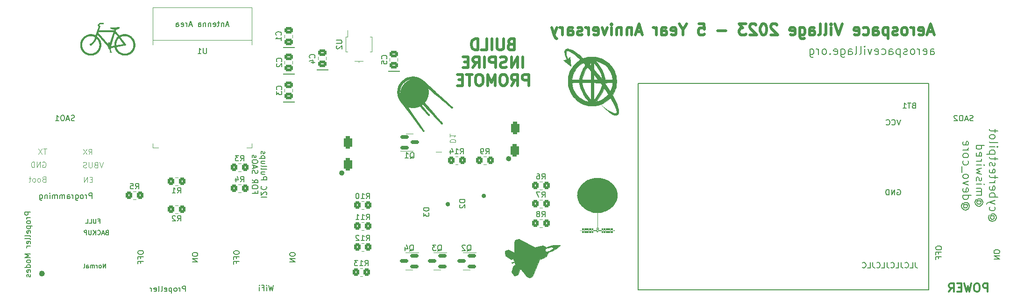
<source format=gbo>
%TF.GenerationSoftware,KiCad,Pcbnew,7.0.1-0*%
%TF.CreationDate,2023-04-22T13:11:18-04:00*%
%TF.ProjectId,WrightFlyer,57726967-6874-4466-9c79-65722e6b6963,v04*%
%TF.SameCoordinates,Original*%
%TF.FileFunction,Legend,Bot*%
%TF.FilePolarity,Positive*%
%FSLAX46Y46*%
G04 Gerber Fmt 4.6, Leading zero omitted, Abs format (unit mm)*
G04 Created by KiCad (PCBNEW 7.0.1-0) date 2023-04-22 13:11:18*
%MOMM*%
%LPD*%
G01*
G04 APERTURE LIST*
G04 Aperture macros list*
%AMRoundRect*
0 Rectangle with rounded corners*
0 $1 Rounding radius*
0 $2 $3 $4 $5 $6 $7 $8 $9 X,Y pos of 4 corners*
0 Add a 4 corners polygon primitive as box body*
4,1,4,$2,$3,$4,$5,$6,$7,$8,$9,$2,$3,0*
0 Add four circle primitives for the rounded corners*
1,1,$1+$1,$2,$3*
1,1,$1+$1,$4,$5*
1,1,$1+$1,$6,$7*
1,1,$1+$1,$8,$9*
0 Add four rect primitives between the rounded corners*
20,1,$1+$1,$2,$3,$4,$5,0*
20,1,$1+$1,$4,$5,$6,$7,0*
20,1,$1+$1,$6,$7,$8,$9,0*
20,1,$1+$1,$8,$9,$2,$3,0*%
%AMFreePoly0*
4,1,13,0.900000,0.500000,2.600000,0.500000,2.600000,-0.500000,0.900000,-0.500000,0.400000,-1.000000,-0.400000,-1.000000,-0.900000,-0.500000,-2.600000,-0.500000,-2.600000,0.500000,-0.900000,0.500000,-0.400000,1.000000,0.400000,1.000000,0.900000,0.500000,0.900000,0.500000,$1*%
G04 Aperture macros list end*
%ADD10C,0.000000*%
%ADD11C,0.005401*%
%ADD12C,0.037945*%
%ADD13C,0.031765*%
%ADD14C,0.037946*%
%ADD15C,0.027932*%
%ADD16C,0.500000*%
%ADD17C,0.150000*%
%ADD18C,0.200000*%
%ADD19C,0.300000*%
%ADD20C,0.100000*%
%ADD21C,0.120000*%
%ADD22C,0.400000*%
%ADD23C,0.550000*%
%ADD24C,1.600000*%
%ADD25R,1.524000X1.524000*%
%ADD26C,1.524000*%
%ADD27R,1.200000X2.500000*%
%ADD28RoundRect,0.250000X0.350000X0.450000X-0.350000X0.450000X-0.350000X-0.450000X0.350000X-0.450000X0*%
%ADD29RoundRect,0.250000X-0.475000X0.337500X-0.475000X-0.337500X0.475000X-0.337500X0.475000X0.337500X0*%
%ADD30RoundRect,0.381000X0.381000X-0.762000X0.381000X0.762000X-0.381000X0.762000X-0.381000X-0.762000X0*%
%ADD31RoundRect,0.250000X-0.350000X-0.450000X0.350000X-0.450000X0.350000X0.450000X-0.350000X0.450000X0*%
%ADD32R,1.100000X2.000000*%
%ADD33R,0.800000X0.800000*%
%ADD34RoundRect,0.150000X0.587500X0.150000X-0.587500X0.150000X-0.587500X-0.150000X0.587500X-0.150000X0*%
%ADD35R,0.800000X1.400000*%
%ADD36R,2.000000X2.000000*%
%ADD37C,2.000000*%
%ADD38R,1.500000X0.900000*%
%ADD39R,0.900000X1.500000*%
%ADD40R,0.900000X0.900000*%
%ADD41R,2.500000X1.200000*%
%ADD42RoundRect,0.150000X-0.587500X-0.150000X0.587500X-0.150000X0.587500X0.150000X-0.587500X0.150000X0*%
%ADD43R,0.700000X1.500000*%
%ADD44FreePoly0,270.000000*%
G04 APERTURE END LIST*
D10*
G36*
X166972616Y-104239679D02*
G01*
X166882439Y-104239679D01*
X166882439Y-104128118D01*
X166972616Y-104128118D01*
X166972616Y-104239679D01*
G37*
D11*
X131715035Y-78985168D02*
X132142158Y-78985168D01*
X132142201Y-79046148D01*
X132143252Y-79103443D01*
X132145335Y-79153780D01*
X132148474Y-79193886D01*
X132152224Y-79225952D01*
X132156636Y-79259122D01*
X132161585Y-79292652D01*
X132166946Y-79325797D01*
X132172594Y-79357814D01*
X132178403Y-79387959D01*
X132184247Y-79415488D01*
X132190001Y-79439659D01*
X132200335Y-79479059D01*
X132210177Y-79514668D01*
X132217810Y-79540456D01*
X132220262Y-79547782D01*
X132221053Y-79549723D01*
X132221518Y-79550390D01*
X132221723Y-79546668D01*
X132221923Y-79536004D01*
X132222286Y-79496836D01*
X132222564Y-79438869D01*
X132222716Y-79368086D01*
X132222655Y-79368093D01*
X132223006Y-79299696D01*
X132224041Y-79241157D01*
X132226003Y-79189480D01*
X132229133Y-79141671D01*
X132233673Y-79094735D01*
X132239863Y-79045676D01*
X132247946Y-78991501D01*
X132258162Y-78929214D01*
X132273339Y-78846935D01*
X132291045Y-78764731D01*
X132311206Y-78682777D01*
X132333749Y-78601246D01*
X132358603Y-78520313D01*
X132385694Y-78440151D01*
X132414950Y-78360935D01*
X132446297Y-78282839D01*
X132479665Y-78206036D01*
X132514978Y-78130701D01*
X132552166Y-78057007D01*
X132591155Y-77985129D01*
X132631873Y-77915240D01*
X132674247Y-77847515D01*
X132718203Y-77782127D01*
X132763671Y-77719252D01*
X132815592Y-77651552D01*
X132865937Y-77589144D01*
X132915871Y-77530793D01*
X132941048Y-77502754D01*
X132966558Y-77475266D01*
X132992548Y-77448175D01*
X133019163Y-77421327D01*
X133074851Y-77367742D01*
X133134786Y-77313276D01*
X133200133Y-77256695D01*
X133266421Y-77202196D01*
X133334117Y-77149955D01*
X133403271Y-77099939D01*
X133473936Y-77052114D01*
X133546161Y-77006447D01*
X133619996Y-76962905D01*
X133695494Y-76921455D01*
X133772704Y-76882064D01*
X133864980Y-76838805D01*
X133958742Y-76798912D01*
X134053253Y-76762623D01*
X134147781Y-76730175D01*
X134241591Y-76701804D01*
X134333950Y-76677748D01*
X134424122Y-76658244D01*
X134468159Y-76650272D01*
X134511374Y-76643528D01*
X134520868Y-76642105D01*
X134529726Y-76640639D01*
X134537754Y-76639172D01*
X134544758Y-76637744D01*
X134550543Y-76636398D01*
X134554915Y-76635173D01*
X134556511Y-76634620D01*
X134557681Y-76634113D01*
X134558401Y-76633657D01*
X134558584Y-76633450D01*
X134558646Y-76633258D01*
X134558577Y-76633076D01*
X134558373Y-76632887D01*
X134558036Y-76632691D01*
X134557571Y-76632490D01*
X134556268Y-76632069D01*
X134554491Y-76631630D01*
X134552266Y-76631175D01*
X134549620Y-76630709D01*
X134546581Y-76630235D01*
X134543175Y-76629758D01*
X134535373Y-76628807D01*
X134526427Y-76627886D01*
X134516555Y-76627026D01*
X134505973Y-76626258D01*
X134443656Y-76623330D01*
X134380765Y-76622749D01*
X134317367Y-76624499D01*
X134253529Y-76628567D01*
X134189320Y-76634937D01*
X134124805Y-76643594D01*
X134060053Y-76654524D01*
X133995130Y-76667711D01*
X133930105Y-76683141D01*
X133865045Y-76700800D01*
X133800017Y-76720671D01*
X133735088Y-76742741D01*
X133670325Y-76766994D01*
X133605797Y-76793415D01*
X133541571Y-76821991D01*
X133477713Y-76852705D01*
X133434170Y-76874930D01*
X133391569Y-76897661D01*
X133349846Y-76920946D01*
X133308936Y-76944829D01*
X133268775Y-76969358D01*
X133229297Y-76994579D01*
X133190439Y-77020537D01*
X133152135Y-77047280D01*
X133114320Y-77074852D01*
X133076930Y-77103301D01*
X133039899Y-77132673D01*
X133003164Y-77163014D01*
X132966659Y-77194370D01*
X132930320Y-77226787D01*
X132894081Y-77260312D01*
X132857878Y-77294990D01*
X132785696Y-77368530D01*
X132717004Y-77445072D01*
X132651856Y-77524507D01*
X132590304Y-77606722D01*
X132532403Y-77691607D01*
X132478204Y-77779052D01*
X132427762Y-77868945D01*
X132381129Y-77961175D01*
X132338358Y-78055632D01*
X132299503Y-78152204D01*
X132264617Y-78250782D01*
X132233752Y-78351253D01*
X132206962Y-78453507D01*
X132184300Y-78557433D01*
X132165819Y-78662920D01*
X132151572Y-78769857D01*
X132147830Y-78812848D01*
X132144997Y-78865245D01*
X132143099Y-78923776D01*
X132142158Y-78985168D01*
X131715035Y-78985168D01*
X131714979Y-78959270D01*
X131716043Y-78890534D01*
X131718361Y-78828987D01*
X131721968Y-78777971D01*
X131732904Y-78678904D01*
X131746639Y-78581695D01*
X131763183Y-78486306D01*
X131782544Y-78392695D01*
X131804731Y-78300824D01*
X131829752Y-78210653D01*
X131857618Y-78122141D01*
X131888335Y-78035250D01*
X131962095Y-77856299D01*
X132046902Y-77684366D01*
X132142289Y-77519828D01*
X132247787Y-77363064D01*
X132362928Y-77214452D01*
X132487243Y-77074368D01*
X132620263Y-76943192D01*
X132761521Y-76821300D01*
X132910548Y-76709071D01*
X133066875Y-76606882D01*
X133230035Y-76515111D01*
X133399558Y-76434137D01*
X133574976Y-76364336D01*
X133755822Y-76306086D01*
X133941625Y-76259766D01*
X134131919Y-76225753D01*
X134184912Y-76218439D01*
X134233542Y-76212505D01*
X134279655Y-76207829D01*
X134325095Y-76204289D01*
X134371708Y-76201764D01*
X134421340Y-76200133D01*
X134475835Y-76199273D01*
X134537040Y-76199063D01*
X134620000Y-76200000D01*
X134698384Y-76202711D01*
X134773431Y-76207328D01*
X134846382Y-76213985D01*
X134918476Y-76222813D01*
X134990954Y-76233946D01*
X135065055Y-76247515D01*
X135142020Y-76263654D01*
X135234605Y-76285907D01*
X135326630Y-76311473D01*
X135417942Y-76340271D01*
X135508389Y-76372221D01*
X135597818Y-76407240D01*
X135686077Y-76445247D01*
X135773012Y-76486161D01*
X135858473Y-76529902D01*
X135942305Y-76576386D01*
X136024356Y-76625534D01*
X136104475Y-76677263D01*
X136182508Y-76731493D01*
X136258303Y-76788143D01*
X136331707Y-76847130D01*
X136402567Y-76908374D01*
X136470732Y-76971793D01*
X136484733Y-76985076D01*
X136498360Y-76997541D01*
X136511419Y-77009028D01*
X136523714Y-77019376D01*
X136535050Y-77028425D01*
X136545232Y-77036017D01*
X136549830Y-77039215D01*
X136554066Y-77041989D01*
X136557915Y-77044319D01*
X136561354Y-77046184D01*
X136564554Y-77047919D01*
X136568259Y-77050139D01*
X136572426Y-77052811D01*
X136577011Y-77055899D01*
X136587253Y-77063190D01*
X136598630Y-77071739D01*
X136610784Y-77081272D01*
X136623359Y-77091516D01*
X136635998Y-77102197D01*
X136648345Y-77113044D01*
X136851388Y-77297470D01*
X137043433Y-77473484D01*
X137118895Y-77542920D01*
X137243315Y-77656774D01*
X137456626Y-77851751D01*
X137680793Y-78056816D01*
X137904959Y-78262049D01*
X137963663Y-78315832D01*
X138028952Y-78375404D01*
X138406958Y-78720827D01*
X138507247Y-78812807D01*
X138658492Y-78951362D01*
X138912368Y-79183346D01*
X139201361Y-79447641D01*
X139386572Y-79617226D01*
X139573951Y-79787935D01*
X139604086Y-79815634D01*
X139638770Y-79847885D01*
X139702843Y-79906934D01*
X139803633Y-79999044D01*
X139954879Y-80137016D01*
X140346579Y-80495687D01*
X140716399Y-80833105D01*
X140749236Y-80863509D01*
X140786620Y-80898445D01*
X140814331Y-80924085D01*
X140859741Y-80965697D01*
X140978488Y-81073825D01*
X141105186Y-81189047D01*
X141197406Y-81273353D01*
X141319057Y-81385101D01*
X141508895Y-81558485D01*
X141579335Y-81623420D01*
X141638765Y-81679419D01*
X141680926Y-81720502D01*
X141693575Y-81733582D01*
X141699561Y-81740690D01*
X141700762Y-81742757D01*
X141701960Y-81745070D01*
X141703148Y-81747603D01*
X141704317Y-81750330D01*
X141705461Y-81753228D01*
X141706573Y-81756272D01*
X141707644Y-81759436D01*
X141708667Y-81762696D01*
X141709635Y-81766027D01*
X141710541Y-81769403D01*
X141711376Y-81772801D01*
X141712134Y-81776196D01*
X141712806Y-81779562D01*
X141713386Y-81782874D01*
X141713867Y-81786108D01*
X141714240Y-81789239D01*
X141714825Y-81797234D01*
X141714920Y-81805106D01*
X141714540Y-81812844D01*
X141713700Y-81820434D01*
X141712414Y-81827864D01*
X141710697Y-81835121D01*
X141708564Y-81842192D01*
X141706029Y-81849065D01*
X141703107Y-81855726D01*
X141699812Y-81862164D01*
X141696159Y-81868365D01*
X141692163Y-81874316D01*
X141687838Y-81880006D01*
X141683200Y-81885420D01*
X141678262Y-81890547D01*
X141673039Y-81895374D01*
X141667546Y-81899887D01*
X141661797Y-81904075D01*
X141655808Y-81907924D01*
X141649592Y-81911422D01*
X141643165Y-81914556D01*
X141636540Y-81917313D01*
X141629733Y-81919681D01*
X141622759Y-81921646D01*
X141615631Y-81923197D01*
X141608365Y-81924320D01*
X141600975Y-81925002D01*
X141593476Y-81925232D01*
X141585882Y-81924995D01*
X141578208Y-81924280D01*
X141570468Y-81923074D01*
X141562678Y-81921363D01*
X141557387Y-81920052D01*
X141554678Y-81919189D01*
X141553205Y-81918621D01*
X141551613Y-81917929D01*
X141549874Y-81917089D01*
X141547958Y-81916077D01*
X141545836Y-81914867D01*
X141543478Y-81913437D01*
X141540855Y-81911761D01*
X141537938Y-81909815D01*
X141531102Y-81905017D01*
X141522738Y-81898847D01*
X141512608Y-81891111D01*
X141500480Y-81881614D01*
X141486117Y-81870161D01*
X141469286Y-81856558D01*
X141449751Y-81840610D01*
X141427278Y-81822121D01*
X141401631Y-81800898D01*
X141372576Y-81776745D01*
X141339878Y-81749467D01*
X141262614Y-81684761D01*
X141167961Y-81605219D01*
X141054040Y-81509285D01*
X140918972Y-81395400D01*
X140760879Y-81262006D01*
X140368106Y-80930458D01*
X140071013Y-80679945D01*
X139952178Y-80579654D01*
X139910101Y-80543994D01*
X139846846Y-80490634D01*
X139722609Y-80385671D01*
X139558272Y-80246986D01*
X139347129Y-80068970D01*
X139176917Y-79925827D01*
X139110982Y-79870413D01*
X139061263Y-79828207D01*
X139004164Y-79779702D01*
X138920470Y-79709148D01*
X138310088Y-79194547D01*
X137926574Y-78871010D01*
X137661895Y-78647781D01*
X137406325Y-78432209D01*
X137350985Y-78385815D01*
X137305383Y-78348108D01*
X137274246Y-78322959D01*
X137265577Y-78316304D01*
X137262297Y-78314239D01*
X137262216Y-78314426D01*
X137262176Y-78314778D01*
X137262218Y-78315960D01*
X137262416Y-78317750D01*
X137262764Y-78320115D01*
X137263878Y-78326434D01*
X137265503Y-78334643D01*
X137267580Y-78344472D01*
X137270051Y-78355649D01*
X137272859Y-78367902D01*
X137275946Y-78380958D01*
X137283128Y-78412891D01*
X137290800Y-78450540D01*
X137298707Y-78492418D01*
X137306594Y-78537036D01*
X137314206Y-78582907D01*
X137321289Y-78628542D01*
X137327587Y-78672455D01*
X137332846Y-78713157D01*
X137336889Y-78758579D01*
X137340225Y-78819126D01*
X137342778Y-78889862D01*
X137344469Y-78965852D01*
X137345220Y-79042157D01*
X137344952Y-79113843D01*
X137343587Y-79175973D01*
X137341048Y-79223610D01*
X137332236Y-79315077D01*
X137320872Y-79405330D01*
X137306944Y-79494398D01*
X137290444Y-79582310D01*
X137271362Y-79669096D01*
X137249686Y-79754785D01*
X137225408Y-79839407D01*
X137198518Y-79922990D01*
X137169004Y-80005564D01*
X137136858Y-80087160D01*
X137102069Y-80167805D01*
X137064628Y-80247529D01*
X137024524Y-80326363D01*
X136981748Y-80404334D01*
X136936288Y-80481473D01*
X136888137Y-80557809D01*
X136865869Y-80591132D01*
X136840610Y-80627475D01*
X136813269Y-80665623D01*
X136784752Y-80704359D01*
X136755966Y-80742467D01*
X136727819Y-80778731D01*
X136701218Y-80811933D01*
X136677069Y-80840858D01*
X136633521Y-80891637D01*
X136666991Y-80930437D01*
X136788558Y-81070971D01*
X136981215Y-81292779D01*
X137635031Y-82045955D01*
X137700832Y-82122083D01*
X137738097Y-82164791D01*
X138531310Y-83077373D01*
X138595587Y-83151600D01*
X138674689Y-83242416D01*
X138753808Y-83333240D01*
X138818129Y-83407482D01*
X139249862Y-83904447D01*
X139495795Y-84187648D01*
X139770064Y-84503308D01*
X139817625Y-84558673D01*
X139858175Y-84607311D01*
X139874478Y-84627466D01*
X139887417Y-84643970D01*
X139896455Y-84656165D01*
X139901053Y-84663396D01*
X139905189Y-84672913D01*
X139908393Y-84682445D01*
X139910697Y-84691963D01*
X139912133Y-84701435D01*
X139912735Y-84710830D01*
X139912536Y-84720117D01*
X139911567Y-84729265D01*
X139909863Y-84738243D01*
X139907455Y-84747021D01*
X139904376Y-84755567D01*
X139900659Y-84763850D01*
X139896336Y-84771839D01*
X139891441Y-84779503D01*
X139886007Y-84786812D01*
X139880065Y-84793734D01*
X139873648Y-84800239D01*
X139866790Y-84806295D01*
X139859524Y-84811871D01*
X139851880Y-84816937D01*
X139843894Y-84821462D01*
X139835597Y-84825413D01*
X139827021Y-84828762D01*
X139818200Y-84831476D01*
X139809167Y-84833524D01*
X139799954Y-84834877D01*
X139790594Y-84835501D01*
X139781119Y-84835368D01*
X139771563Y-84834445D01*
X139761958Y-84832702D01*
X139752336Y-84830108D01*
X139742732Y-84826631D01*
X139733176Y-84822242D01*
X139730204Y-84820320D01*
X139725894Y-84816912D01*
X139720292Y-84812066D01*
X139713447Y-84805831D01*
X139696222Y-84789387D01*
X139674604Y-84767967D01*
X139648979Y-84741959D01*
X139619733Y-84711751D01*
X139587250Y-84677731D01*
X139551917Y-84640286D01*
X139422899Y-84503152D01*
X139339011Y-84414567D01*
X139275692Y-84347856D01*
X139196105Y-84263322D01*
X139069121Y-84128282D01*
X138493926Y-83517883D01*
X138185927Y-83191101D01*
X137923812Y-82912944D01*
X137595399Y-82563709D01*
X137404601Y-82361953D01*
X137355099Y-82309524D01*
X137308173Y-82259323D01*
X137184533Y-82127347D01*
X137046347Y-81981140D01*
X136928142Y-81856138D01*
X136735694Y-81651641D01*
X136654974Y-81565954D01*
X136592788Y-81500265D01*
X136524274Y-81427874D01*
X136428328Y-81326063D01*
X136383308Y-81278397D01*
X136346086Y-81239365D01*
X136320530Y-81212993D01*
X136313336Y-81205813D01*
X136310508Y-81203308D01*
X136309926Y-81203568D01*
X136308691Y-81204334D01*
X136304400Y-81207274D01*
X136297914Y-81211923D01*
X136289511Y-81218074D01*
X136268077Y-81234058D01*
X136242331Y-81253578D01*
X136213147Y-81275588D01*
X136182352Y-81298352D01*
X136153609Y-81319186D01*
X136130584Y-81335407D01*
X136097564Y-81358182D01*
X136082656Y-81368627D01*
X136082676Y-81368860D01*
X136082939Y-81369379D01*
X136084169Y-81371248D01*
X136089281Y-81378102D01*
X136097617Y-81388723D01*
X136108800Y-81402648D01*
X136122454Y-81419412D01*
X136138203Y-81438550D01*
X136155672Y-81459597D01*
X136174483Y-81482090D01*
X136316939Y-81651866D01*
X137372054Y-82909126D01*
X137426459Y-82973848D01*
X137467423Y-83023176D01*
X137496848Y-83059914D01*
X137507828Y-83074438D01*
X137516638Y-83086865D01*
X137523514Y-83097547D01*
X137528695Y-83106833D01*
X137532419Y-83115074D01*
X137534923Y-83122621D01*
X137536446Y-83129823D01*
X137537225Y-83137032D01*
X137537505Y-83152870D01*
X137537296Y-83162097D01*
X137537072Y-83166401D01*
X137536764Y-83170518D01*
X137536369Y-83174464D01*
X137535885Y-83178253D01*
X137535309Y-83181900D01*
X137534638Y-83185421D01*
X137533869Y-83188831D01*
X137533000Y-83192144D01*
X137532027Y-83195375D01*
X137530947Y-83198541D01*
X137529759Y-83201655D01*
X137528459Y-83204733D01*
X137527044Y-83207789D01*
X137525512Y-83210840D01*
X137522362Y-83216473D01*
X137518965Y-83221875D01*
X137515332Y-83227043D01*
X137511474Y-83231972D01*
X137507402Y-83236661D01*
X137503126Y-83241106D01*
X137498658Y-83245304D01*
X137494009Y-83249251D01*
X137489189Y-83252944D01*
X137484210Y-83256381D01*
X137479082Y-83259557D01*
X137473816Y-83262470D01*
X137468424Y-83265117D01*
X137462915Y-83267493D01*
X137457302Y-83269597D01*
X137451595Y-83271425D01*
X137445805Y-83272973D01*
X137439943Y-83274239D01*
X137434019Y-83275219D01*
X137428046Y-83275909D01*
X137422032Y-83276308D01*
X137415991Y-83276411D01*
X137409932Y-83276216D01*
X137403867Y-83275719D01*
X137397806Y-83274916D01*
X137391760Y-83273806D01*
X137385741Y-83272384D01*
X137379759Y-83270647D01*
X137373825Y-83268593D01*
X137367950Y-83266217D01*
X137362145Y-83263517D01*
X137356421Y-83260490D01*
X137353199Y-83258185D01*
X137348297Y-83253975D01*
X137341775Y-83247920D01*
X137333692Y-83240083D01*
X137313078Y-83219310D01*
X137286927Y-83192150D01*
X137255711Y-83159099D01*
X137219903Y-83120651D01*
X137179974Y-83077302D01*
X137136397Y-83029546D01*
X136678908Y-82526708D01*
X136325080Y-82137792D01*
X135888259Y-81658220D01*
X135847369Y-81613722D01*
X135813362Y-81577280D01*
X135789782Y-81552657D01*
X135783010Y-81545952D01*
X135780173Y-81543613D01*
X135779429Y-81543791D01*
X135777935Y-81544315D01*
X135772863Y-81546326D01*
X135765282Y-81549505D01*
X135755516Y-81553711D01*
X135730731Y-81564640D01*
X135701110Y-81577983D01*
X135597037Y-81622995D01*
X135545034Y-81643724D01*
X135492937Y-81663301D01*
X135440659Y-81681749D01*
X135388113Y-81699092D01*
X135335213Y-81715355D01*
X135281871Y-81730559D01*
X135228000Y-81744731D01*
X135173514Y-81757893D01*
X135118325Y-81770069D01*
X135062347Y-81781283D01*
X134947675Y-81800921D01*
X134828803Y-81816997D01*
X134783785Y-81820961D01*
X134724184Y-81824231D01*
X134654708Y-81826732D01*
X134580064Y-81828390D01*
X134504958Y-81829130D01*
X134434098Y-81828878D01*
X134372190Y-81827558D01*
X134323943Y-81825098D01*
X134240483Y-81817479D01*
X134157433Y-81807526D01*
X134074994Y-81795277D01*
X133993362Y-81780770D01*
X133912738Y-81764045D01*
X133833321Y-81745139D01*
X133755309Y-81724090D01*
X133678901Y-81700939D01*
X133653480Y-81692987D01*
X133632666Y-81686835D01*
X133624657Y-81684624D01*
X133618604Y-81683092D01*
X133614776Y-81682315D01*
X133613780Y-81682233D01*
X133613440Y-81682369D01*
X133630568Y-81708307D01*
X133677205Y-81777178D01*
X133830519Y-82001775D01*
X134241454Y-82602363D01*
X134936843Y-83618864D01*
X135501464Y-84444017D01*
X135771437Y-84838632D01*
X136529136Y-85946740D01*
X136535310Y-85956131D01*
X136540885Y-85965058D01*
X136545872Y-85973568D01*
X136550286Y-85981708D01*
X136554140Y-85989523D01*
X136557445Y-85997059D01*
X136560217Y-86004363D01*
X136562466Y-86011480D01*
X136564208Y-86018458D01*
X136565454Y-86025342D01*
X136566218Y-86032177D01*
X136566513Y-86039011D01*
X136566351Y-86045890D01*
X136565747Y-86052859D01*
X136564713Y-86059965D01*
X136563262Y-86067254D01*
X136561562Y-86073761D01*
X136559402Y-86080257D01*
X136556810Y-86086710D01*
X136553810Y-86093088D01*
X136550429Y-86099357D01*
X136546693Y-86105486D01*
X136542628Y-86111441D01*
X136538259Y-86117190D01*
X136533614Y-86122700D01*
X136528716Y-86127938D01*
X136523594Y-86132872D01*
X136518273Y-86137469D01*
X136512778Y-86141696D01*
X136507135Y-86145521D01*
X136501372Y-86148911D01*
X136495513Y-86151834D01*
X136490779Y-86153781D01*
X136485666Y-86155508D01*
X136480227Y-86157013D01*
X136474513Y-86158294D01*
X136468577Y-86159348D01*
X136462469Y-86160174D01*
X136456242Y-86160770D01*
X136449947Y-86161133D01*
X136443637Y-86161262D01*
X136437363Y-86161155D01*
X136431177Y-86160809D01*
X136425131Y-86160223D01*
X136419276Y-86159394D01*
X136413665Y-86158321D01*
X136408349Y-86157001D01*
X136403380Y-86155433D01*
X136403289Y-86155383D01*
X136401560Y-86154752D01*
X136399724Y-86154028D01*
X136395795Y-86152334D01*
X136391630Y-86150369D01*
X136387359Y-86148205D01*
X136383112Y-86145909D01*
X136379017Y-86143552D01*
X136375204Y-86141204D01*
X136371802Y-86138932D01*
X136359722Y-86124748D01*
X136331030Y-86088259D01*
X136231309Y-85958215D01*
X136087627Y-85768490D01*
X135914977Y-85538772D01*
X134364196Y-83469272D01*
X132489241Y-80964729D01*
X132485516Y-80959558D01*
X132479993Y-80952424D01*
X132472941Y-80943651D01*
X132464628Y-80933557D01*
X132455322Y-80922465D01*
X132445291Y-80910696D01*
X132434802Y-80898570D01*
X132424125Y-80886409D01*
X132383658Y-80839759D01*
X132344477Y-80792682D01*
X132306559Y-80745144D01*
X132269882Y-80697107D01*
X132234423Y-80648538D01*
X132200162Y-80599400D01*
X132167075Y-80549659D01*
X132135142Y-80499278D01*
X132104340Y-80448222D01*
X132074647Y-80396456D01*
X132046042Y-80343944D01*
X132018502Y-80290651D01*
X131992005Y-80236542D01*
X131966529Y-80181580D01*
X131942053Y-80125731D01*
X131918555Y-80068958D01*
X131882922Y-79975771D01*
X131850764Y-79882031D01*
X131822018Y-79787487D01*
X131796620Y-79691885D01*
X131774509Y-79594971D01*
X131755623Y-79496492D01*
X131739897Y-79396195D01*
X131727271Y-79293827D01*
X131722579Y-79239271D01*
X131718970Y-79175196D01*
X131716477Y-79104942D01*
X131715135Y-79031853D01*
X131715035Y-78985168D01*
G36*
X131715035Y-78985168D02*
G01*
X132142158Y-78985168D01*
X132142201Y-79046148D01*
X132143252Y-79103443D01*
X132145335Y-79153780D01*
X132148474Y-79193886D01*
X132152224Y-79225952D01*
X132156636Y-79259122D01*
X132161585Y-79292652D01*
X132166946Y-79325797D01*
X132172594Y-79357814D01*
X132178403Y-79387959D01*
X132184247Y-79415488D01*
X132190001Y-79439659D01*
X132200335Y-79479059D01*
X132210177Y-79514668D01*
X132217810Y-79540456D01*
X132220262Y-79547782D01*
X132221053Y-79549723D01*
X132221518Y-79550390D01*
X132221723Y-79546668D01*
X132221923Y-79536004D01*
X132222286Y-79496836D01*
X132222564Y-79438869D01*
X132222716Y-79368086D01*
X132222655Y-79368093D01*
X132223006Y-79299696D01*
X132224041Y-79241157D01*
X132226003Y-79189480D01*
X132229133Y-79141671D01*
X132233673Y-79094735D01*
X132239863Y-79045676D01*
X132247946Y-78991501D01*
X132258162Y-78929214D01*
X132273339Y-78846935D01*
X132291045Y-78764731D01*
X132311206Y-78682777D01*
X132333749Y-78601246D01*
X132358603Y-78520313D01*
X132385694Y-78440151D01*
X132414950Y-78360935D01*
X132446297Y-78282839D01*
X132479665Y-78206036D01*
X132514978Y-78130701D01*
X132552166Y-78057007D01*
X132591155Y-77985129D01*
X132631873Y-77915240D01*
X132674247Y-77847515D01*
X132718203Y-77782127D01*
X132763671Y-77719252D01*
X132815592Y-77651552D01*
X132865937Y-77589144D01*
X132915871Y-77530793D01*
X132941048Y-77502754D01*
X132966558Y-77475266D01*
X132992548Y-77448175D01*
X133019163Y-77421327D01*
X133074851Y-77367742D01*
X133134786Y-77313276D01*
X133200133Y-77256695D01*
X133266421Y-77202196D01*
X133334117Y-77149955D01*
X133403271Y-77099939D01*
X133473936Y-77052114D01*
X133546161Y-77006447D01*
X133619996Y-76962905D01*
X133695494Y-76921455D01*
X133772704Y-76882064D01*
X133864980Y-76838805D01*
X133958742Y-76798912D01*
X134053253Y-76762623D01*
X134147781Y-76730175D01*
X134241591Y-76701804D01*
X134333950Y-76677748D01*
X134424122Y-76658244D01*
X134468159Y-76650272D01*
X134511374Y-76643528D01*
X134520868Y-76642105D01*
X134529726Y-76640639D01*
X134537754Y-76639172D01*
X134544758Y-76637744D01*
X134550543Y-76636398D01*
X134554915Y-76635173D01*
X134556511Y-76634620D01*
X134557681Y-76634113D01*
X134558401Y-76633657D01*
X134558584Y-76633450D01*
X134558646Y-76633258D01*
X134558577Y-76633076D01*
X134558373Y-76632887D01*
X134558036Y-76632691D01*
X134557571Y-76632490D01*
X134556268Y-76632069D01*
X134554491Y-76631630D01*
X134552266Y-76631175D01*
X134549620Y-76630709D01*
X134546581Y-76630235D01*
X134543175Y-76629758D01*
X134535373Y-76628807D01*
X134526427Y-76627886D01*
X134516555Y-76627026D01*
X134505973Y-76626258D01*
X134443656Y-76623330D01*
X134380765Y-76622749D01*
X134317367Y-76624499D01*
X134253529Y-76628567D01*
X134189320Y-76634937D01*
X134124805Y-76643594D01*
X134060053Y-76654524D01*
X133995130Y-76667711D01*
X133930105Y-76683141D01*
X133865045Y-76700800D01*
X133800017Y-76720671D01*
X133735088Y-76742741D01*
X133670325Y-76766994D01*
X133605797Y-76793415D01*
X133541571Y-76821991D01*
X133477713Y-76852705D01*
X133434170Y-76874930D01*
X133391569Y-76897661D01*
X133349846Y-76920946D01*
X133308936Y-76944829D01*
X133268775Y-76969358D01*
X133229297Y-76994579D01*
X133190439Y-77020537D01*
X133152135Y-77047280D01*
X133114320Y-77074852D01*
X133076930Y-77103301D01*
X133039899Y-77132673D01*
X133003164Y-77163014D01*
X132966659Y-77194370D01*
X132930320Y-77226787D01*
X132894081Y-77260312D01*
X132857878Y-77294990D01*
X132785696Y-77368530D01*
X132717004Y-77445072D01*
X132651856Y-77524507D01*
X132590304Y-77606722D01*
X132532403Y-77691607D01*
X132478204Y-77779052D01*
X132427762Y-77868945D01*
X132381129Y-77961175D01*
X132338358Y-78055632D01*
X132299503Y-78152204D01*
X132264617Y-78250782D01*
X132233752Y-78351253D01*
X132206962Y-78453507D01*
X132184300Y-78557433D01*
X132165819Y-78662920D01*
X132151572Y-78769857D01*
X132147830Y-78812848D01*
X132144997Y-78865245D01*
X132143099Y-78923776D01*
X132142158Y-78985168D01*
X131715035Y-78985168D01*
X131714979Y-78959270D01*
X131716043Y-78890534D01*
X131718361Y-78828987D01*
X131721968Y-78777971D01*
X131732904Y-78678904D01*
X131746639Y-78581695D01*
X131763183Y-78486306D01*
X131782544Y-78392695D01*
X131804731Y-78300824D01*
X131829752Y-78210653D01*
X131857618Y-78122141D01*
X131888335Y-78035250D01*
X131962095Y-77856299D01*
X132046902Y-77684366D01*
X132142289Y-77519828D01*
X132247787Y-77363064D01*
X132362928Y-77214452D01*
X132487243Y-77074368D01*
X132620263Y-76943192D01*
X132761521Y-76821300D01*
X132910548Y-76709071D01*
X133066875Y-76606882D01*
X133230035Y-76515111D01*
X133399558Y-76434137D01*
X133574976Y-76364336D01*
X133755822Y-76306086D01*
X133941625Y-76259766D01*
X134131919Y-76225753D01*
X134184912Y-76218439D01*
X134233542Y-76212505D01*
X134279655Y-76207829D01*
X134325095Y-76204289D01*
X134371708Y-76201764D01*
X134421340Y-76200133D01*
X134475835Y-76199273D01*
X134537040Y-76199063D01*
X134620000Y-76200000D01*
X134698384Y-76202711D01*
X134773431Y-76207328D01*
X134846382Y-76213985D01*
X134918476Y-76222813D01*
X134990954Y-76233946D01*
X135065055Y-76247515D01*
X135142020Y-76263654D01*
X135234605Y-76285907D01*
X135326630Y-76311473D01*
X135417942Y-76340271D01*
X135508389Y-76372221D01*
X135597818Y-76407240D01*
X135686077Y-76445247D01*
X135773012Y-76486161D01*
X135858473Y-76529902D01*
X135942305Y-76576386D01*
X136024356Y-76625534D01*
X136104475Y-76677263D01*
X136182508Y-76731493D01*
X136258303Y-76788143D01*
X136331707Y-76847130D01*
X136402567Y-76908374D01*
X136470732Y-76971793D01*
X136484733Y-76985076D01*
X136498360Y-76997541D01*
X136511419Y-77009028D01*
X136523714Y-77019376D01*
X136535050Y-77028425D01*
X136545232Y-77036017D01*
X136549830Y-77039215D01*
X136554066Y-77041989D01*
X136557915Y-77044319D01*
X136561354Y-77046184D01*
X136564554Y-77047919D01*
X136568259Y-77050139D01*
X136572426Y-77052811D01*
X136577011Y-77055899D01*
X136587253Y-77063190D01*
X136598630Y-77071739D01*
X136610784Y-77081272D01*
X136623359Y-77091516D01*
X136635998Y-77102197D01*
X136648345Y-77113044D01*
X136851388Y-77297470D01*
X137043433Y-77473484D01*
X137118895Y-77542920D01*
X137243315Y-77656774D01*
X137456626Y-77851751D01*
X137680793Y-78056816D01*
X137904959Y-78262049D01*
X137963663Y-78315832D01*
X138028952Y-78375404D01*
X138406958Y-78720827D01*
X138507247Y-78812807D01*
X138658492Y-78951362D01*
X138912368Y-79183346D01*
X139201361Y-79447641D01*
X139386572Y-79617226D01*
X139573951Y-79787935D01*
X139604086Y-79815634D01*
X139638770Y-79847885D01*
X139702843Y-79906934D01*
X139803633Y-79999044D01*
X139954879Y-80137016D01*
X140346579Y-80495687D01*
X140716399Y-80833105D01*
X140749236Y-80863509D01*
X140786620Y-80898445D01*
X140814331Y-80924085D01*
X140859741Y-80965697D01*
X140978488Y-81073825D01*
X141105186Y-81189047D01*
X141197406Y-81273353D01*
X141319057Y-81385101D01*
X141508895Y-81558485D01*
X141579335Y-81623420D01*
X141638765Y-81679419D01*
X141680926Y-81720502D01*
X141693575Y-81733582D01*
X141699561Y-81740690D01*
X141700762Y-81742757D01*
X141701960Y-81745070D01*
X141703148Y-81747603D01*
X141704317Y-81750330D01*
X141705461Y-81753228D01*
X141706573Y-81756272D01*
X141707644Y-81759436D01*
X141708667Y-81762696D01*
X141709635Y-81766027D01*
X141710541Y-81769403D01*
X141711376Y-81772801D01*
X141712134Y-81776196D01*
X141712806Y-81779562D01*
X141713386Y-81782874D01*
X141713867Y-81786108D01*
X141714240Y-81789239D01*
X141714825Y-81797234D01*
X141714920Y-81805106D01*
X141714540Y-81812844D01*
X141713700Y-81820434D01*
X141712414Y-81827864D01*
X141710697Y-81835121D01*
X141708564Y-81842192D01*
X141706029Y-81849065D01*
X141703107Y-81855726D01*
X141699812Y-81862164D01*
X141696159Y-81868365D01*
X141692163Y-81874316D01*
X141687838Y-81880006D01*
X141683200Y-81885420D01*
X141678262Y-81890547D01*
X141673039Y-81895374D01*
X141667546Y-81899887D01*
X141661797Y-81904075D01*
X141655808Y-81907924D01*
X141649592Y-81911422D01*
X141643165Y-81914556D01*
X141636540Y-81917313D01*
X141629733Y-81919681D01*
X141622759Y-81921646D01*
X141615631Y-81923197D01*
X141608365Y-81924320D01*
X141600975Y-81925002D01*
X141593476Y-81925232D01*
X141585882Y-81924995D01*
X141578208Y-81924280D01*
X141570468Y-81923074D01*
X141562678Y-81921363D01*
X141557387Y-81920052D01*
X141554678Y-81919189D01*
X141553205Y-81918621D01*
X141551613Y-81917929D01*
X141549874Y-81917089D01*
X141547958Y-81916077D01*
X141545836Y-81914867D01*
X141543478Y-81913437D01*
X141540855Y-81911761D01*
X141537938Y-81909815D01*
X141531102Y-81905017D01*
X141522738Y-81898847D01*
X141512608Y-81891111D01*
X141500480Y-81881614D01*
X141486117Y-81870161D01*
X141469286Y-81856558D01*
X141449751Y-81840610D01*
X141427278Y-81822121D01*
X141401631Y-81800898D01*
X141372576Y-81776745D01*
X141339878Y-81749467D01*
X141262614Y-81684761D01*
X141167961Y-81605219D01*
X141054040Y-81509285D01*
X140918972Y-81395400D01*
X140760879Y-81262006D01*
X140368106Y-80930458D01*
X140071013Y-80679945D01*
X139952178Y-80579654D01*
X139910101Y-80543994D01*
X139846846Y-80490634D01*
X139722609Y-80385671D01*
X139558272Y-80246986D01*
X139347129Y-80068970D01*
X139176917Y-79925827D01*
X139110982Y-79870413D01*
X139061263Y-79828207D01*
X139004164Y-79779702D01*
X138920470Y-79709148D01*
X138310088Y-79194547D01*
X137926574Y-78871010D01*
X137661895Y-78647781D01*
X137406325Y-78432209D01*
X137350985Y-78385815D01*
X137305383Y-78348108D01*
X137274246Y-78322959D01*
X137265577Y-78316304D01*
X137262297Y-78314239D01*
X137262216Y-78314426D01*
X137262176Y-78314778D01*
X137262218Y-78315960D01*
X137262416Y-78317750D01*
X137262764Y-78320115D01*
X137263878Y-78326434D01*
X137265503Y-78334643D01*
X137267580Y-78344472D01*
X137270051Y-78355649D01*
X137272859Y-78367902D01*
X137275946Y-78380958D01*
X137283128Y-78412891D01*
X137290800Y-78450540D01*
X137298707Y-78492418D01*
X137306594Y-78537036D01*
X137314206Y-78582907D01*
X137321289Y-78628542D01*
X137327587Y-78672455D01*
X137332846Y-78713157D01*
X137336889Y-78758579D01*
X137340225Y-78819126D01*
X137342778Y-78889862D01*
X137344469Y-78965852D01*
X137345220Y-79042157D01*
X137344952Y-79113843D01*
X137343587Y-79175973D01*
X137341048Y-79223610D01*
X137332236Y-79315077D01*
X137320872Y-79405330D01*
X137306944Y-79494398D01*
X137290444Y-79582310D01*
X137271362Y-79669096D01*
X137249686Y-79754785D01*
X137225408Y-79839407D01*
X137198518Y-79922990D01*
X137169004Y-80005564D01*
X137136858Y-80087160D01*
X137102069Y-80167805D01*
X137064628Y-80247529D01*
X137024524Y-80326363D01*
X136981748Y-80404334D01*
X136936288Y-80481473D01*
X136888137Y-80557809D01*
X136865869Y-80591132D01*
X136840610Y-80627475D01*
X136813269Y-80665623D01*
X136784752Y-80704359D01*
X136755966Y-80742467D01*
X136727819Y-80778731D01*
X136701218Y-80811933D01*
X136677069Y-80840858D01*
X136633521Y-80891637D01*
X136666991Y-80930437D01*
X136788558Y-81070971D01*
X136981215Y-81292779D01*
X137635031Y-82045955D01*
X137700832Y-82122083D01*
X137738097Y-82164791D01*
X138531310Y-83077373D01*
X138595587Y-83151600D01*
X138674689Y-83242416D01*
X138753808Y-83333240D01*
X138818129Y-83407482D01*
X139249862Y-83904447D01*
X139495795Y-84187648D01*
X139770064Y-84503308D01*
X139817625Y-84558673D01*
X139858175Y-84607311D01*
X139874478Y-84627466D01*
X139887417Y-84643970D01*
X139896455Y-84656165D01*
X139901053Y-84663396D01*
X139905189Y-84672913D01*
X139908393Y-84682445D01*
X139910697Y-84691963D01*
X139912133Y-84701435D01*
X139912735Y-84710830D01*
X139912536Y-84720117D01*
X139911567Y-84729265D01*
X139909863Y-84738243D01*
X139907455Y-84747021D01*
X139904376Y-84755567D01*
X139900659Y-84763850D01*
X139896336Y-84771839D01*
X139891441Y-84779503D01*
X139886007Y-84786812D01*
X139880065Y-84793734D01*
X139873648Y-84800239D01*
X139866790Y-84806295D01*
X139859524Y-84811871D01*
X139851880Y-84816937D01*
X139843894Y-84821462D01*
X139835597Y-84825413D01*
X139827021Y-84828762D01*
X139818200Y-84831476D01*
X139809167Y-84833524D01*
X139799954Y-84834877D01*
X139790594Y-84835501D01*
X139781119Y-84835368D01*
X139771563Y-84834445D01*
X139761958Y-84832702D01*
X139752336Y-84830108D01*
X139742732Y-84826631D01*
X139733176Y-84822242D01*
X139730204Y-84820320D01*
X139725894Y-84816912D01*
X139720292Y-84812066D01*
X139713447Y-84805831D01*
X139696222Y-84789387D01*
X139674604Y-84767967D01*
X139648979Y-84741959D01*
X139619733Y-84711751D01*
X139587250Y-84677731D01*
X139551917Y-84640286D01*
X139422899Y-84503152D01*
X139339011Y-84414567D01*
X139275692Y-84347856D01*
X139196105Y-84263322D01*
X139069121Y-84128282D01*
X138493926Y-83517883D01*
X138185927Y-83191101D01*
X137923812Y-82912944D01*
X137595399Y-82563709D01*
X137404601Y-82361953D01*
X137355099Y-82309524D01*
X137308173Y-82259323D01*
X137184533Y-82127347D01*
X137046347Y-81981140D01*
X136928142Y-81856138D01*
X136735694Y-81651641D01*
X136654974Y-81565954D01*
X136592788Y-81500265D01*
X136524274Y-81427874D01*
X136428328Y-81326063D01*
X136383308Y-81278397D01*
X136346086Y-81239365D01*
X136320530Y-81212993D01*
X136313336Y-81205813D01*
X136310508Y-81203308D01*
X136309926Y-81203568D01*
X136308691Y-81204334D01*
X136304400Y-81207274D01*
X136297914Y-81211923D01*
X136289511Y-81218074D01*
X136268077Y-81234058D01*
X136242331Y-81253578D01*
X136213147Y-81275588D01*
X136182352Y-81298352D01*
X136153609Y-81319186D01*
X136130584Y-81335407D01*
X136097564Y-81358182D01*
X136082656Y-81368627D01*
X136082676Y-81368860D01*
X136082939Y-81369379D01*
X136084169Y-81371248D01*
X136089281Y-81378102D01*
X136097617Y-81388723D01*
X136108800Y-81402648D01*
X136122454Y-81419412D01*
X136138203Y-81438550D01*
X136155672Y-81459597D01*
X136174483Y-81482090D01*
X136316939Y-81651866D01*
X137372054Y-82909126D01*
X137426459Y-82973848D01*
X137467423Y-83023176D01*
X137496848Y-83059914D01*
X137507828Y-83074438D01*
X137516638Y-83086865D01*
X137523514Y-83097547D01*
X137528695Y-83106833D01*
X137532419Y-83115074D01*
X137534923Y-83122621D01*
X137536446Y-83129823D01*
X137537225Y-83137032D01*
X137537505Y-83152870D01*
X137537296Y-83162097D01*
X137537072Y-83166401D01*
X137536764Y-83170518D01*
X137536369Y-83174464D01*
X137535885Y-83178253D01*
X137535309Y-83181900D01*
X137534638Y-83185421D01*
X137533869Y-83188831D01*
X137533000Y-83192144D01*
X137532027Y-83195375D01*
X137530947Y-83198541D01*
X137529759Y-83201655D01*
X137528459Y-83204733D01*
X137527044Y-83207789D01*
X137525512Y-83210840D01*
X137522362Y-83216473D01*
X137518965Y-83221875D01*
X137515332Y-83227043D01*
X137511474Y-83231972D01*
X137507402Y-83236661D01*
X137503126Y-83241106D01*
X137498658Y-83245304D01*
X137494009Y-83249251D01*
X137489189Y-83252944D01*
X137484210Y-83256381D01*
X137479082Y-83259557D01*
X137473816Y-83262470D01*
X137468424Y-83265117D01*
X137462915Y-83267493D01*
X137457302Y-83269597D01*
X137451595Y-83271425D01*
X137445805Y-83272973D01*
X137439943Y-83274239D01*
X137434019Y-83275219D01*
X137428046Y-83275909D01*
X137422032Y-83276308D01*
X137415991Y-83276411D01*
X137409932Y-83276216D01*
X137403867Y-83275719D01*
X137397806Y-83274916D01*
X137391760Y-83273806D01*
X137385741Y-83272384D01*
X137379759Y-83270647D01*
X137373825Y-83268593D01*
X137367950Y-83266217D01*
X137362145Y-83263517D01*
X137356421Y-83260490D01*
X137353199Y-83258185D01*
X137348297Y-83253975D01*
X137341775Y-83247920D01*
X137333692Y-83240083D01*
X137313078Y-83219310D01*
X137286927Y-83192150D01*
X137255711Y-83159099D01*
X137219903Y-83120651D01*
X137179974Y-83077302D01*
X137136397Y-83029546D01*
X136678908Y-82526708D01*
X136325080Y-82137792D01*
X135888259Y-81658220D01*
X135847369Y-81613722D01*
X135813362Y-81577280D01*
X135789782Y-81552657D01*
X135783010Y-81545952D01*
X135780173Y-81543613D01*
X135779429Y-81543791D01*
X135777935Y-81544315D01*
X135772863Y-81546326D01*
X135765282Y-81549505D01*
X135755516Y-81553711D01*
X135730731Y-81564640D01*
X135701110Y-81577983D01*
X135597037Y-81622995D01*
X135545034Y-81643724D01*
X135492937Y-81663301D01*
X135440659Y-81681749D01*
X135388113Y-81699092D01*
X135335213Y-81715355D01*
X135281871Y-81730559D01*
X135228000Y-81744731D01*
X135173514Y-81757893D01*
X135118325Y-81770069D01*
X135062347Y-81781283D01*
X134947675Y-81800921D01*
X134828803Y-81816997D01*
X134783785Y-81820961D01*
X134724184Y-81824231D01*
X134654708Y-81826732D01*
X134580064Y-81828390D01*
X134504958Y-81829130D01*
X134434098Y-81828878D01*
X134372190Y-81827558D01*
X134323943Y-81825098D01*
X134240483Y-81817479D01*
X134157433Y-81807526D01*
X134074994Y-81795277D01*
X133993362Y-81780770D01*
X133912738Y-81764045D01*
X133833321Y-81745139D01*
X133755309Y-81724090D01*
X133678901Y-81700939D01*
X133653480Y-81692987D01*
X133632666Y-81686835D01*
X133624657Y-81684624D01*
X133618604Y-81683092D01*
X133614776Y-81682315D01*
X133613780Y-81682233D01*
X133613440Y-81682369D01*
X133630568Y-81708307D01*
X133677205Y-81777178D01*
X133830519Y-82001775D01*
X134241454Y-82602363D01*
X134936843Y-83618864D01*
X135501464Y-84444017D01*
X135771437Y-84838632D01*
X136529136Y-85946740D01*
X136535310Y-85956131D01*
X136540885Y-85965058D01*
X136545872Y-85973568D01*
X136550286Y-85981708D01*
X136554140Y-85989523D01*
X136557445Y-85997059D01*
X136560217Y-86004363D01*
X136562466Y-86011480D01*
X136564208Y-86018458D01*
X136565454Y-86025342D01*
X136566218Y-86032177D01*
X136566513Y-86039011D01*
X136566351Y-86045890D01*
X136565747Y-86052859D01*
X136564713Y-86059965D01*
X136563262Y-86067254D01*
X136561562Y-86073761D01*
X136559402Y-86080257D01*
X136556810Y-86086710D01*
X136553810Y-86093088D01*
X136550429Y-86099357D01*
X136546693Y-86105486D01*
X136542628Y-86111441D01*
X136538259Y-86117190D01*
X136533614Y-86122700D01*
X136528716Y-86127938D01*
X136523594Y-86132872D01*
X136518273Y-86137469D01*
X136512778Y-86141696D01*
X136507135Y-86145521D01*
X136501372Y-86148911D01*
X136495513Y-86151834D01*
X136490779Y-86153781D01*
X136485666Y-86155508D01*
X136480227Y-86157013D01*
X136474513Y-86158294D01*
X136468577Y-86159348D01*
X136462469Y-86160174D01*
X136456242Y-86160770D01*
X136449947Y-86161133D01*
X136443637Y-86161262D01*
X136437363Y-86161155D01*
X136431177Y-86160809D01*
X136425131Y-86160223D01*
X136419276Y-86159394D01*
X136413665Y-86158321D01*
X136408349Y-86157001D01*
X136403380Y-86155433D01*
X136403289Y-86155383D01*
X136401560Y-86154752D01*
X136399724Y-86154028D01*
X136395795Y-86152334D01*
X136391630Y-86150369D01*
X136387359Y-86148205D01*
X136383112Y-86145909D01*
X136379017Y-86143552D01*
X136375204Y-86141204D01*
X136371802Y-86138932D01*
X136359722Y-86124748D01*
X136331030Y-86088259D01*
X136231309Y-85958215D01*
X136087627Y-85768490D01*
X135914977Y-85538772D01*
X134364196Y-83469272D01*
X132489241Y-80964729D01*
X132485516Y-80959558D01*
X132479993Y-80952424D01*
X132472941Y-80943651D01*
X132464628Y-80933557D01*
X132455322Y-80922465D01*
X132445291Y-80910696D01*
X132434802Y-80898570D01*
X132424125Y-80886409D01*
X132383658Y-80839759D01*
X132344477Y-80792682D01*
X132306559Y-80745144D01*
X132269882Y-80697107D01*
X132234423Y-80648538D01*
X132200162Y-80599400D01*
X132167075Y-80549659D01*
X132135142Y-80499278D01*
X132104340Y-80448222D01*
X132074647Y-80396456D01*
X132046042Y-80343944D01*
X132018502Y-80290651D01*
X131992005Y-80236542D01*
X131966529Y-80181580D01*
X131942053Y-80125731D01*
X131918555Y-80068958D01*
X131882922Y-79975771D01*
X131850764Y-79882031D01*
X131822018Y-79787487D01*
X131796620Y-79691885D01*
X131774509Y-79594971D01*
X131755623Y-79496492D01*
X131739897Y-79396195D01*
X131727271Y-79293827D01*
X131722579Y-79239271D01*
X131718970Y-79175196D01*
X131716477Y-79104942D01*
X131715135Y-79031853D01*
X131715035Y-78985168D01*
G37*
D10*
G36*
X168146782Y-104071332D02*
G01*
X167836389Y-104071332D01*
X167836389Y-104028573D01*
X168146782Y-104028573D01*
X168146782Y-104071332D01*
G37*
G36*
X167836389Y-104296464D02*
G01*
X167208086Y-104296464D01*
X167208086Y-104071332D01*
X167836389Y-104071332D01*
X167836389Y-104296464D01*
G37*
G36*
X168146782Y-104338277D02*
G01*
X168146783Y-104338277D01*
X168146782Y-104338306D01*
X168146782Y-104339223D01*
X168146751Y-104339223D01*
X168146439Y-104348627D01*
X168145418Y-104358851D01*
X168143736Y-104368919D01*
X168141410Y-104378803D01*
X168138457Y-104388475D01*
X168134891Y-104397907D01*
X168130730Y-104407071D01*
X168125990Y-104415937D01*
X168120688Y-104424479D01*
X168114839Y-104432667D01*
X168108460Y-104440474D01*
X168101567Y-104447870D01*
X168094177Y-104454829D01*
X168086306Y-104461320D01*
X168077970Y-104467317D01*
X168069185Y-104472791D01*
X168060056Y-104477668D01*
X168050699Y-104481895D01*
X168041146Y-104485472D01*
X168031430Y-104488398D01*
X168021583Y-104490674D01*
X168011638Y-104492300D01*
X168001628Y-104493275D01*
X167991586Y-104493601D01*
X167981543Y-104493275D01*
X167971533Y-104492300D01*
X167961589Y-104490674D01*
X167951742Y-104488398D01*
X167942026Y-104485472D01*
X167932473Y-104481895D01*
X167923116Y-104477668D01*
X167913988Y-104472791D01*
X167909541Y-104470121D01*
X167905203Y-104467317D01*
X167900978Y-104464382D01*
X167896867Y-104461320D01*
X167892873Y-104458134D01*
X167888996Y-104454829D01*
X167885240Y-104451406D01*
X167881606Y-104447870D01*
X167878096Y-104444225D01*
X167874713Y-104440474D01*
X167871458Y-104436620D01*
X167868334Y-104432667D01*
X167865342Y-104428619D01*
X167862485Y-104424479D01*
X167859764Y-104420250D01*
X167857182Y-104415937D01*
X167854741Y-104411543D01*
X167852442Y-104407070D01*
X167850288Y-104402524D01*
X167848281Y-104397907D01*
X167846423Y-104393222D01*
X167844716Y-104388474D01*
X167843161Y-104383667D01*
X167841762Y-104378802D01*
X167840519Y-104373885D01*
X167839436Y-104368918D01*
X167838513Y-104363905D01*
X167837754Y-104358849D01*
X167837160Y-104353755D01*
X167836733Y-104348626D01*
X167836476Y-104343465D01*
X167836405Y-104339223D01*
X167836389Y-104339223D01*
X167836389Y-104338275D01*
X167836405Y-104339223D01*
X168146751Y-104339223D01*
X168146782Y-104338306D01*
X168146782Y-104338277D01*
X167836389Y-104338275D01*
X167836389Y-104296464D01*
X168146782Y-104296464D01*
X168146782Y-104338277D01*
G37*
G36*
X170318352Y-104128118D02*
G01*
X169566725Y-104128118D01*
X169566725Y-103751992D01*
X170318352Y-103751992D01*
X170318352Y-104128118D01*
G37*
G36*
X165198828Y-104183896D02*
G01*
X165574642Y-104183896D01*
X165574642Y-104128118D01*
X165664819Y-104128118D01*
X165664819Y-104239679D01*
X165574642Y-104239679D01*
X165574642Y-104615802D01*
X165198828Y-104615802D01*
X165198828Y-104239679D01*
X165574642Y-104239679D01*
X165574642Y-104183898D01*
X165198828Y-104183898D01*
X165198828Y-104239679D01*
X165108650Y-104239679D01*
X165108650Y-104296884D01*
X164882868Y-104296884D01*
X164882868Y-104239679D01*
X164990915Y-104239679D01*
X165108650Y-104239679D01*
X165108650Y-104183896D01*
X165108650Y-104128118D01*
X164990915Y-104128118D01*
X164990915Y-104239679D01*
X164882868Y-104239679D01*
X164882868Y-104070913D01*
X165108650Y-104070913D01*
X165108650Y-104128118D01*
X165198828Y-104128118D01*
X165198828Y-103751992D01*
X165574642Y-103751992D01*
X165574642Y-104128118D01*
X165198828Y-104128118D01*
X165198828Y-104183896D01*
G37*
G36*
X167090351Y-104296464D02*
G01*
X167208086Y-104296464D01*
X167208086Y-104615804D01*
X166972616Y-104615804D01*
X166972616Y-104239679D01*
X167090351Y-104239679D01*
X167090351Y-104296464D01*
G37*
G36*
X77595069Y-67150600D02*
G01*
X77421283Y-66847705D01*
X77768856Y-66461318D01*
X78515099Y-66461318D01*
X78525339Y-66680627D01*
X77871080Y-66680627D01*
X77738180Y-66826828D01*
X77891516Y-67108800D01*
X77698699Y-67806986D01*
X80376866Y-67806986D01*
X80417768Y-67679295D01*
X80375689Y-67672717D01*
X80330597Y-67663873D01*
X80283133Y-67653005D01*
X80233941Y-67640352D01*
X80132939Y-67610648D01*
X80032730Y-67576681D01*
X79938455Y-67540369D01*
X79895149Y-67521933D01*
X79855253Y-67503630D01*
X79819410Y-67485699D01*
X79788263Y-67468381D01*
X79762453Y-67451916D01*
X79742624Y-67436543D01*
X79734795Y-67429185D01*
X79727913Y-67421876D01*
X79721954Y-67414627D01*
X79716891Y-67407450D01*
X79712697Y-67400356D01*
X79709347Y-67393356D01*
X79706814Y-67386462D01*
X79705073Y-67379686D01*
X79704096Y-67373039D01*
X79703859Y-67366531D01*
X79704334Y-67360176D01*
X79705495Y-67353984D01*
X79707317Y-67347967D01*
X79709773Y-67342136D01*
X79712837Y-67336502D01*
X79716483Y-67331078D01*
X79720685Y-67325874D01*
X79725416Y-67320903D01*
X79730650Y-67316175D01*
X79736362Y-67311702D01*
X79742524Y-67307496D01*
X79749112Y-67303567D01*
X79756097Y-67299928D01*
X79763456Y-67296590D01*
X79771160Y-67293564D01*
X79779185Y-67290862D01*
X79787504Y-67288496D01*
X79796090Y-67286476D01*
X79804918Y-67284815D01*
X79813962Y-67283523D01*
X79823194Y-67282612D01*
X79832590Y-67282094D01*
X80706413Y-67239322D01*
X81078469Y-67221069D01*
X81295685Y-67213263D01*
X81309277Y-67213422D01*
X81322087Y-67214027D01*
X81334120Y-67215070D01*
X81345379Y-67216542D01*
X81355867Y-67218437D01*
X81365588Y-67220746D01*
X81374546Y-67223462D01*
X81382743Y-67226576D01*
X81390183Y-67230082D01*
X81396869Y-67233971D01*
X81402805Y-67238236D01*
X81407995Y-67242869D01*
X81412442Y-67247861D01*
X81416148Y-67253206D01*
X81419119Y-67258896D01*
X81421356Y-67264922D01*
X81422864Y-67271277D01*
X81423646Y-67277954D01*
X81423705Y-67284944D01*
X81423045Y-67292240D01*
X81421669Y-67299833D01*
X81419580Y-67307717D01*
X81416783Y-67315883D01*
X81413280Y-67324324D01*
X81409075Y-67333032D01*
X81404171Y-67341999D01*
X81398572Y-67351217D01*
X81392281Y-67360678D01*
X81385302Y-67370376D01*
X81377637Y-67380301D01*
X81369291Y-67390447D01*
X81360267Y-67400806D01*
X81322815Y-67442070D01*
X81303419Y-67462203D01*
X81282984Y-67481947D01*
X81261064Y-67501258D01*
X81249408Y-67510738D01*
X81237215Y-67520093D01*
X81224428Y-67529318D01*
X81210992Y-67538408D01*
X81196852Y-67547357D01*
X81181951Y-67556160D01*
X81166234Y-67564812D01*
X81149646Y-67573307D01*
X81132131Y-67581640D01*
X81113633Y-67589805D01*
X81094097Y-67597797D01*
X81073467Y-67605610D01*
X81051687Y-67613240D01*
X81028703Y-67620681D01*
X81004458Y-67627926D01*
X80978897Y-67634972D01*
X80951964Y-67641812D01*
X80923603Y-67648442D01*
X80893760Y-67654855D01*
X80862378Y-67661046D01*
X80829402Y-67667011D01*
X80794776Y-67672743D01*
X80692568Y-67954715D01*
X81326287Y-68756783D01*
X81383011Y-68723089D01*
X81441096Y-68691489D01*
X81500433Y-68661994D01*
X81560916Y-68634615D01*
X81622438Y-68609364D01*
X81684894Y-68586251D01*
X81748176Y-68565287D01*
X81812177Y-68546483D01*
X81876791Y-68529850D01*
X81941912Y-68515399D01*
X82007432Y-68503141D01*
X82073246Y-68493087D01*
X82139246Y-68485248D01*
X82205326Y-68479636D01*
X82271379Y-68476260D01*
X82337298Y-68475132D01*
X82435439Y-68477682D01*
X82532321Y-68485250D01*
X82627821Y-68497710D01*
X82721819Y-68514938D01*
X82814191Y-68536811D01*
X82904818Y-68563203D01*
X82993576Y-68593991D01*
X83080344Y-68629050D01*
X83165001Y-68668255D01*
X83247424Y-68711483D01*
X83327492Y-68758610D01*
X83405084Y-68809510D01*
X83480077Y-68864059D01*
X83552350Y-68922133D01*
X83621781Y-68983608D01*
X83688248Y-69048359D01*
X83751630Y-69116263D01*
X83811805Y-69187194D01*
X83868652Y-69261028D01*
X83922048Y-69337641D01*
X83971871Y-69416909D01*
X84018001Y-69498707D01*
X84060315Y-69582911D01*
X84098692Y-69669397D01*
X84133009Y-69758040D01*
X84163146Y-69848716D01*
X84188981Y-69941301D01*
X84210391Y-70035669D01*
X84227255Y-70131698D01*
X84239452Y-70229262D01*
X84246859Y-70328237D01*
X84249355Y-70428499D01*
X84246859Y-70528760D01*
X84239452Y-70627734D01*
X84227255Y-70725297D01*
X84210391Y-70821324D01*
X84188981Y-70915691D01*
X84163146Y-71008275D01*
X84133009Y-71098949D01*
X84098692Y-71187591D01*
X84060315Y-71274075D01*
X84018001Y-71358278D01*
X83971871Y-71440075D01*
X83922048Y-71519342D01*
X83868652Y-71595954D01*
X83811805Y-71669787D01*
X83751630Y-71740717D01*
X83688248Y-71808619D01*
X83621781Y-71873369D01*
X83552350Y-71934843D01*
X83480077Y-71992917D01*
X83405084Y-72047465D01*
X83327492Y-72098364D01*
X83247424Y-72145489D01*
X83165001Y-72188717D01*
X83080344Y-72227922D01*
X82993576Y-72262980D01*
X82904818Y-72293767D01*
X82814191Y-72320159D01*
X82721819Y-72342031D01*
X82627821Y-72359259D01*
X82532321Y-72371719D01*
X82435439Y-72379286D01*
X82337298Y-72381836D01*
X82256393Y-72380060D01*
X82176181Y-72374775D01*
X82096739Y-72366053D01*
X82018149Y-72353960D01*
X81940488Y-72338568D01*
X81863837Y-72319944D01*
X81788274Y-72298158D01*
X81713880Y-72273279D01*
X81568914Y-72214518D01*
X81429572Y-72144212D01*
X81296490Y-72062915D01*
X81170302Y-71971179D01*
X81051644Y-71869556D01*
X80941150Y-71758600D01*
X80839455Y-71638861D01*
X80747195Y-71510894D01*
X80665003Y-71375249D01*
X80593515Y-71232481D01*
X80561983Y-71158597D01*
X80533365Y-71083140D01*
X80507741Y-71006178D01*
X80485189Y-70927781D01*
X79902851Y-71034686D01*
X79897793Y-71047645D01*
X79891989Y-71060228D01*
X79885472Y-71072442D01*
X79878274Y-71084292D01*
X79870427Y-71095788D01*
X79861962Y-71106934D01*
X79852913Y-71117738D01*
X79843310Y-71128206D01*
X79833186Y-71138346D01*
X79822573Y-71148164D01*
X79811503Y-71157667D01*
X79800007Y-71166862D01*
X79788118Y-71175755D01*
X79775868Y-71184354D01*
X79763289Y-71192665D01*
X79750413Y-71200695D01*
X79854282Y-71703962D01*
X79987166Y-71703962D01*
X79997392Y-71839732D01*
X79578271Y-71860595D01*
X79578271Y-71714393D01*
X79680509Y-71714393D01*
X79553903Y-71211417D01*
X79536505Y-71208079D01*
X79519644Y-71203986D01*
X79503333Y-71199160D01*
X79487582Y-71193628D01*
X79472405Y-71187413D01*
X79457814Y-71180541D01*
X79443819Y-71173035D01*
X79430434Y-71164921D01*
X79417669Y-71156223D01*
X79405537Y-71146966D01*
X79394050Y-71137174D01*
X79383220Y-71126872D01*
X79373058Y-71116084D01*
X79363577Y-71104836D01*
X79354789Y-71093152D01*
X79346705Y-71081056D01*
X79339337Y-71068574D01*
X79332697Y-71055729D01*
X79326798Y-71042547D01*
X79321651Y-71029051D01*
X79317268Y-71015268D01*
X79313661Y-71001220D01*
X79310841Y-70986934D01*
X79308822Y-70972433D01*
X79307614Y-70957742D01*
X79307230Y-70942887D01*
X79307682Y-70927890D01*
X79308981Y-70912778D01*
X79311139Y-70897575D01*
X79314169Y-70882304D01*
X79318082Y-70866992D01*
X79319762Y-70861636D01*
X80849789Y-70861636D01*
X80867506Y-70923582D01*
X80887776Y-70984392D01*
X80910531Y-71044011D01*
X80935701Y-71102385D01*
X80963215Y-71159458D01*
X80993004Y-71215178D01*
X81024998Y-71269488D01*
X81059128Y-71322335D01*
X81095323Y-71373665D01*
X81133514Y-71423422D01*
X81173631Y-71471553D01*
X81215603Y-71518003D01*
X81259362Y-71562718D01*
X81304837Y-71605643D01*
X81351959Y-71646723D01*
X81400658Y-71685906D01*
X81450863Y-71723135D01*
X81502506Y-71758356D01*
X81555516Y-71791516D01*
X81609823Y-71822560D01*
X81665358Y-71851432D01*
X81722051Y-71878080D01*
X81779832Y-71902448D01*
X81838631Y-71924482D01*
X81898378Y-71944128D01*
X81959004Y-71961331D01*
X82020438Y-71976036D01*
X82082612Y-71988190D01*
X82145454Y-71997738D01*
X82208896Y-72004625D01*
X82272867Y-72008797D01*
X82337298Y-72010200D01*
X82416766Y-72008135D01*
X82495214Y-72002008D01*
X82572543Y-71991918D01*
X82648656Y-71977968D01*
X82723453Y-71960257D01*
X82796837Y-71938886D01*
X82868707Y-71913956D01*
X82938967Y-71885568D01*
X83007517Y-71853822D01*
X83074259Y-71818819D01*
X83139094Y-71780659D01*
X83201923Y-71739444D01*
X83262649Y-71695274D01*
X83321172Y-71648249D01*
X83377393Y-71598471D01*
X83431215Y-71546040D01*
X83482539Y-71491057D01*
X83531266Y-71433622D01*
X83577298Y-71373836D01*
X83620535Y-71311799D01*
X83660880Y-71247614D01*
X83698234Y-71181379D01*
X83732498Y-71113197D01*
X83763574Y-71043166D01*
X83791364Y-70971389D01*
X83815767Y-70897966D01*
X83836687Y-70822998D01*
X83854024Y-70746585D01*
X83867680Y-70668828D01*
X83877557Y-70589827D01*
X83883555Y-70509684D01*
X83885576Y-70428498D01*
X83883555Y-70347314D01*
X83877557Y-70267172D01*
X83867680Y-70188173D01*
X83854024Y-70110416D01*
X83836687Y-70034003D01*
X83815767Y-69959035D01*
X83791364Y-69885612D01*
X83763574Y-69813835D01*
X83732498Y-69743804D01*
X83698234Y-69675621D01*
X83660880Y-69609386D01*
X83620535Y-69545200D01*
X83577298Y-69483163D01*
X83531266Y-69423376D01*
X83482539Y-69365940D01*
X83431215Y-69310956D01*
X83377393Y-69258523D01*
X83321172Y-69208744D01*
X83262649Y-69161719D01*
X83201923Y-69117547D01*
X83139094Y-69076331D01*
X83074259Y-69038170D01*
X83007517Y-69003166D01*
X82938967Y-68971419D01*
X82868707Y-68943030D01*
X82796837Y-68918099D01*
X82723453Y-68896728D01*
X82648656Y-68879016D01*
X82572543Y-68865065D01*
X82495214Y-68854975D01*
X82416766Y-68848848D01*
X82337298Y-68846783D01*
X82285797Y-68847554D01*
X82233482Y-68849872D01*
X82180540Y-68853746D01*
X82127159Y-68859186D01*
X82073526Y-68866200D01*
X82019827Y-68874797D01*
X81966252Y-68884986D01*
X81912986Y-68896776D01*
X81860218Y-68910176D01*
X81808134Y-68925196D01*
X81756922Y-68941843D01*
X81706769Y-68960127D01*
X81657862Y-68980057D01*
X81610389Y-69001642D01*
X81564537Y-69024890D01*
X81520494Y-69049811D01*
X82360843Y-70189641D01*
X82370437Y-70190064D01*
X82379939Y-70191013D01*
X82389336Y-70192476D01*
X82398613Y-70194439D01*
X82407756Y-70196889D01*
X82416751Y-70199812D01*
X82425585Y-70203196D01*
X82434243Y-70207027D01*
X82442712Y-70211291D01*
X82450977Y-70215976D01*
X82459025Y-70221068D01*
X82466842Y-70226553D01*
X82474413Y-70232419D01*
X82481725Y-70238653D01*
X82488764Y-70245240D01*
X82495516Y-70252168D01*
X82501967Y-70259424D01*
X82508102Y-70266994D01*
X82513909Y-70274864D01*
X82519373Y-70283022D01*
X82524479Y-70291454D01*
X82529215Y-70300147D01*
X82533566Y-70309088D01*
X82537519Y-70318263D01*
X82541058Y-70327659D01*
X82544171Y-70337263D01*
X82546843Y-70347061D01*
X82549061Y-70357041D01*
X82550810Y-70367188D01*
X82552077Y-70377490D01*
X82552847Y-70387933D01*
X82553107Y-70398505D01*
X82552840Y-70409227D01*
X82552048Y-70419812D01*
X82550743Y-70430246D01*
X82548939Y-70440515D01*
X82546649Y-70450607D01*
X82543886Y-70460508D01*
X82540662Y-70470205D01*
X82536992Y-70479684D01*
X82532887Y-70488932D01*
X82528361Y-70497937D01*
X82523428Y-70506684D01*
X82518099Y-70515160D01*
X82512388Y-70523352D01*
X82506309Y-70531247D01*
X82499873Y-70538832D01*
X82493095Y-70546092D01*
X82485986Y-70553016D01*
X82478561Y-70559589D01*
X82470832Y-70565799D01*
X82462813Y-70571632D01*
X82454516Y-70577074D01*
X82445954Y-70582113D01*
X82437140Y-70586735D01*
X82428088Y-70590927D01*
X82418810Y-70594675D01*
X82409320Y-70597967D01*
X82399630Y-70600789D01*
X82389753Y-70603128D01*
X82379704Y-70604970D01*
X82369493Y-70606302D01*
X82359136Y-70607111D01*
X82348644Y-70607384D01*
X82342783Y-70607289D01*
X82336896Y-70607007D01*
X82330991Y-70606543D01*
X82325079Y-70605901D01*
X82319170Y-70605086D01*
X82313273Y-70604101D01*
X82307398Y-70602952D01*
X82301554Y-70601643D01*
X82295751Y-70600177D01*
X82290000Y-70598561D01*
X82284310Y-70596797D01*
X82278690Y-70594890D01*
X82273150Y-70592845D01*
X82267700Y-70590667D01*
X82262350Y-70588359D01*
X82257109Y-70585926D01*
X80849789Y-70861636D01*
X79319762Y-70861636D01*
X79322890Y-70851663D01*
X79164525Y-70668685D01*
X79827000Y-70668685D01*
X80434841Y-70605671D01*
X80432457Y-70565482D01*
X80429698Y-70525568D01*
X80429698Y-70525567D01*
X80794942Y-70525567D01*
X80794942Y-70525568D01*
X82103969Y-70307312D01*
X81278972Y-69212505D01*
X81239968Y-69248439D01*
X81203098Y-69284808D01*
X81168304Y-69321604D01*
X81135526Y-69358814D01*
X81104703Y-69396429D01*
X81075778Y-69434437D01*
X81048691Y-69472828D01*
X81023381Y-69511591D01*
X80977859Y-69590190D01*
X80938737Y-69670148D01*
X80905540Y-69751379D01*
X80877791Y-69833797D01*
X80855017Y-69917317D01*
X80836741Y-70001852D01*
X80822489Y-70087316D01*
X80811784Y-70173624D01*
X80804153Y-70260689D01*
X80799118Y-70348425D01*
X80794942Y-70525567D01*
X80429698Y-70525567D01*
X80429267Y-70519324D01*
X80426472Y-70472046D01*
X80425598Y-70449502D01*
X80425274Y-70428497D01*
X80427314Y-70327116D01*
X80433554Y-70226201D01*
X80444174Y-70125860D01*
X80459352Y-70026201D01*
X80479269Y-69927331D01*
X80504103Y-69829359D01*
X80534035Y-69732393D01*
X80569243Y-69636540D01*
X80609908Y-69541909D01*
X80656208Y-69448606D01*
X80708323Y-69356741D01*
X80766432Y-69266420D01*
X80830715Y-69177753D01*
X80901351Y-69090846D01*
X80978520Y-69005807D01*
X81062402Y-68922745D01*
X80577518Y-68329633D01*
X79827000Y-70668685D01*
X79164525Y-70668685D01*
X77420567Y-68653695D01*
X77335400Y-68889529D01*
X77419774Y-68961497D01*
X77499671Y-69037910D01*
X77574957Y-69118507D01*
X77645499Y-69203028D01*
X77711164Y-69291213D01*
X77771818Y-69382800D01*
X77827329Y-69477529D01*
X77877562Y-69575140D01*
X77922385Y-69675372D01*
X77961664Y-69777965D01*
X77995266Y-69882657D01*
X78023057Y-69989189D01*
X78044904Y-70097299D01*
X78060675Y-70206728D01*
X78070235Y-70317215D01*
X78073451Y-70428498D01*
X78070955Y-70528759D01*
X78063548Y-70627733D01*
X78051351Y-70725296D01*
X78034487Y-70821323D01*
X78013077Y-70915690D01*
X77987243Y-71008274D01*
X77957106Y-71098948D01*
X77922788Y-71187590D01*
X77884411Y-71274074D01*
X77842097Y-71358277D01*
X77795968Y-71440074D01*
X77746144Y-71519341D01*
X77692748Y-71595953D01*
X77635902Y-71669786D01*
X77575727Y-71740716D01*
X77512345Y-71808618D01*
X77445878Y-71873368D01*
X77376447Y-71934842D01*
X77304174Y-71992915D01*
X77229181Y-72047464D01*
X77151589Y-72098363D01*
X77071521Y-72145488D01*
X76989098Y-72188715D01*
X76904441Y-72227920D01*
X76817673Y-72262979D01*
X76728915Y-72293766D01*
X76638288Y-72320158D01*
X76545916Y-72342030D01*
X76451918Y-72359258D01*
X76356418Y-72371718D01*
X76259536Y-72379285D01*
X76161395Y-72381835D01*
X76063255Y-72379285D01*
X75966375Y-72371718D01*
X75870875Y-72359258D01*
X75776879Y-72342030D01*
X75684508Y-72320158D01*
X75593882Y-72293766D01*
X75505125Y-72262978D01*
X75418358Y-72227920D01*
X75333702Y-72188715D01*
X75251279Y-72145488D01*
X75171211Y-72098362D01*
X75093620Y-72047463D01*
X75018628Y-71992915D01*
X74946355Y-71934842D01*
X74876925Y-71873368D01*
X74810458Y-71808617D01*
X74747076Y-71740715D01*
X74686901Y-71669785D01*
X74630055Y-71595952D01*
X74576659Y-71519340D01*
X74526836Y-71440074D01*
X74480707Y-71358277D01*
X74438393Y-71274074D01*
X74400016Y-71187589D01*
X74365698Y-71098948D01*
X74335562Y-71008273D01*
X74309727Y-70915690D01*
X74288317Y-70821323D01*
X74271453Y-70725296D01*
X74259256Y-70627733D01*
X74251849Y-70528759D01*
X74249353Y-70428498D01*
X74613177Y-70428498D01*
X74615198Y-70509679D01*
X74621196Y-70589819D01*
X74631072Y-70668816D01*
X74644727Y-70746570D01*
X74662063Y-70822980D01*
X74682981Y-70897945D01*
X74707384Y-70971365D01*
X74735171Y-71043140D01*
X74766245Y-71113168D01*
X74800508Y-71181348D01*
X74837859Y-71247581D01*
X74878202Y-71311765D01*
X74921437Y-71373799D01*
X74967467Y-71433584D01*
X75016191Y-71491018D01*
X75067512Y-71546000D01*
X75121332Y-71598430D01*
X75177551Y-71648208D01*
X75236072Y-71695231D01*
X75296794Y-71739401D01*
X75359621Y-71780616D01*
X75424454Y-71818775D01*
X75491193Y-71853778D01*
X75559741Y-71885523D01*
X75629998Y-71913911D01*
X75701867Y-71938841D01*
X75775248Y-71960212D01*
X75850043Y-71977923D01*
X75926154Y-71991873D01*
X76003482Y-72001962D01*
X76081929Y-72008090D01*
X76161395Y-72010155D01*
X76240863Y-72008090D01*
X76319310Y-72001962D01*
X76396640Y-71991873D01*
X76472752Y-71977923D01*
X76547549Y-71960212D01*
X76620932Y-71938841D01*
X76692803Y-71913911D01*
X76763062Y-71885523D01*
X76831611Y-71853778D01*
X76898352Y-71818775D01*
X76963187Y-71780616D01*
X77026015Y-71739401D01*
X77086740Y-71695231D01*
X77145262Y-71648208D01*
X77201483Y-71598430D01*
X77255305Y-71546000D01*
X77306628Y-71491018D01*
X77355354Y-71433584D01*
X77401385Y-71373799D01*
X77444622Y-71311765D01*
X77484966Y-71247581D01*
X77522319Y-71181348D01*
X77556583Y-71113168D01*
X77587658Y-71043140D01*
X77615447Y-70971365D01*
X77639850Y-70897945D01*
X77660769Y-70822980D01*
X77678106Y-70746570D01*
X77691762Y-70668816D01*
X77701638Y-70589819D01*
X77707636Y-70509679D01*
X77709657Y-70428498D01*
X77707542Y-70346423D01*
X77701239Y-70264811D01*
X77690815Y-70183839D01*
X77676336Y-70103679D01*
X77657866Y-70024508D01*
X77635472Y-69946500D01*
X77609220Y-69869829D01*
X77579175Y-69794670D01*
X77545404Y-69721197D01*
X77507971Y-69649586D01*
X77466942Y-69580011D01*
X77422384Y-69512646D01*
X77374362Y-69447666D01*
X77322941Y-69385246D01*
X77268188Y-69325561D01*
X77210168Y-69268784D01*
X77171473Y-69369771D01*
X77130949Y-69464670D01*
X77088594Y-69553909D01*
X77044406Y-69637914D01*
X76998382Y-69717113D01*
X76950520Y-69791934D01*
X76900817Y-69862803D01*
X76849271Y-69930148D01*
X76795880Y-69994395D01*
X76740641Y-70055973D01*
X76683552Y-70115308D01*
X76624610Y-70172827D01*
X76563813Y-70228959D01*
X76501158Y-70284129D01*
X76370268Y-70393296D01*
X76370266Y-70393296D01*
X76370023Y-70404492D01*
X76369300Y-70415520D01*
X76368108Y-70426369D01*
X76366456Y-70437025D01*
X76364354Y-70447478D01*
X76361813Y-70457714D01*
X76358842Y-70467720D01*
X76355451Y-70477486D01*
X76351651Y-70486997D01*
X76347451Y-70496243D01*
X76342861Y-70505210D01*
X76337891Y-70513887D01*
X76332551Y-70522261D01*
X76326852Y-70530319D01*
X76320802Y-70538050D01*
X76314413Y-70545440D01*
X76307694Y-70552479D01*
X76300655Y-70559152D01*
X76293306Y-70565449D01*
X76285657Y-70571356D01*
X76277718Y-70576861D01*
X76269499Y-70581953D01*
X76261009Y-70586618D01*
X76252260Y-70590845D01*
X76243261Y-70594620D01*
X76234021Y-70597932D01*
X76224552Y-70600768D01*
X76214862Y-70603117D01*
X76204962Y-70604964D01*
X76194861Y-70606300D01*
X76184571Y-70607110D01*
X76174100Y-70607383D01*
X76163607Y-70607110D01*
X76153248Y-70606301D01*
X76143038Y-70604969D01*
X76132988Y-70603127D01*
X76123111Y-70600788D01*
X76113422Y-70597966D01*
X76103932Y-70594674D01*
X76094655Y-70590926D01*
X76085603Y-70586734D01*
X76076791Y-70582112D01*
X76068230Y-70577073D01*
X76059934Y-70571631D01*
X76051916Y-70565798D01*
X76044189Y-70559588D01*
X76036766Y-70553015D01*
X76029659Y-70546091D01*
X76022882Y-70538831D01*
X76016449Y-70531246D01*
X76010371Y-70523351D01*
X76004662Y-70515159D01*
X75999335Y-70506683D01*
X75994403Y-70497936D01*
X75989879Y-70488931D01*
X75985776Y-70479683D01*
X75982107Y-70470204D01*
X75978885Y-70460508D01*
X75976122Y-70450607D01*
X75973833Y-70440515D01*
X75972030Y-70430246D01*
X75970726Y-70419812D01*
X75969934Y-70409227D01*
X75969667Y-70398505D01*
X75969918Y-70388158D01*
X75970663Y-70377928D01*
X75971892Y-70367830D01*
X75973594Y-70357875D01*
X75975758Y-70348076D01*
X75978373Y-70338447D01*
X75981428Y-70329000D01*
X75984913Y-70319749D01*
X75988817Y-70310705D01*
X75993128Y-70301881D01*
X75997837Y-70293292D01*
X76002932Y-70284949D01*
X76008403Y-70276865D01*
X76014238Y-70269053D01*
X76020427Y-70261527D01*
X76026959Y-70254298D01*
X76033824Y-70247380D01*
X76041010Y-70240786D01*
X76048507Y-70234528D01*
X76056304Y-70228619D01*
X76064389Y-70223073D01*
X76072753Y-70217901D01*
X76081384Y-70213118D01*
X76090272Y-70208735D01*
X76099406Y-70204766D01*
X76108775Y-70201223D01*
X76118368Y-70198119D01*
X76128174Y-70195468D01*
X76138183Y-70193281D01*
X76148384Y-70191573D01*
X76158765Y-70190355D01*
X76169317Y-70189640D01*
X76253254Y-70119046D01*
X76330177Y-70050992D01*
X76400559Y-69984938D01*
X76464876Y-69920343D01*
X76523600Y-69856667D01*
X76577206Y-69793371D01*
X76626168Y-69729913D01*
X76670961Y-69665754D01*
X76712058Y-69600354D01*
X76749933Y-69533172D01*
X76785062Y-69463668D01*
X76817917Y-69391301D01*
X76848973Y-69315533D01*
X76878704Y-69235821D01*
X76907584Y-69151628D01*
X76936087Y-69062411D01*
X76893408Y-69037696D01*
X76849555Y-69014307D01*
X76804614Y-68992280D01*
X76758674Y-68971654D01*
X76711822Y-68952464D01*
X76664146Y-68934749D01*
X76615735Y-68918544D01*
X76566675Y-68903888D01*
X76517054Y-68890817D01*
X76466962Y-68879369D01*
X76416484Y-68869580D01*
X76365709Y-68861488D01*
X76314725Y-68855130D01*
X76263619Y-68850542D01*
X76212480Y-68847762D01*
X76161395Y-68846827D01*
X76081929Y-68848892D01*
X76003483Y-68855019D01*
X75926155Y-68865108D01*
X75850044Y-68879058D01*
X75775249Y-68896769D01*
X75701867Y-68918139D01*
X75629999Y-68943069D01*
X75559741Y-68971456D01*
X75491194Y-69003202D01*
X75424455Y-69038204D01*
X75359622Y-69076363D01*
X75296795Y-69117577D01*
X75236072Y-69161747D01*
X75177552Y-69208770D01*
X75121333Y-69258548D01*
X75067513Y-69310978D01*
X75016192Y-69365960D01*
X74967467Y-69423394D01*
X74921438Y-69483179D01*
X74878203Y-69545214D01*
X74837860Y-69609398D01*
X74800508Y-69675632D01*
X74766246Y-69743813D01*
X74735171Y-69813842D01*
X74707384Y-69885617D01*
X74682982Y-69959039D01*
X74662063Y-70034006D01*
X74644727Y-70110418D01*
X74631072Y-70188174D01*
X74621196Y-70267173D01*
X74615198Y-70347315D01*
X74613177Y-70428498D01*
X74249353Y-70428498D01*
X74251849Y-70328236D01*
X74259256Y-70229261D01*
X74271453Y-70131697D01*
X74288317Y-70035668D01*
X74309727Y-69941300D01*
X74335562Y-69848715D01*
X74365698Y-69758039D01*
X74400016Y-69669396D01*
X74438393Y-69582910D01*
X74480707Y-69498706D01*
X74526836Y-69416908D01*
X74576659Y-69337640D01*
X74630055Y-69261027D01*
X74686901Y-69187193D01*
X74747076Y-69116262D01*
X74810458Y-69048358D01*
X74876925Y-68983607D01*
X74946355Y-68922132D01*
X75018628Y-68864058D01*
X75093620Y-68809509D01*
X75171211Y-68758609D01*
X75251279Y-68711483D01*
X75333702Y-68668254D01*
X75418358Y-68629049D01*
X75505125Y-68593990D01*
X75593882Y-68563202D01*
X75684508Y-68536810D01*
X75776879Y-68514937D01*
X75870875Y-68497709D01*
X75966375Y-68485249D01*
X76063255Y-68477681D01*
X76161395Y-68475131D01*
X76218888Y-68476024D01*
X76276475Y-68478695D01*
X76334072Y-68483132D01*
X76391599Y-68489323D01*
X76448973Y-68497258D01*
X76506113Y-68506925D01*
X76562937Y-68518312D01*
X76619363Y-68531408D01*
X76675309Y-68546201D01*
X76730693Y-68562679D01*
X76785434Y-68580832D01*
X76839450Y-68600647D01*
X76892658Y-68622114D01*
X76944977Y-68645220D01*
X76996326Y-68669954D01*
X77046621Y-68696304D01*
X77195137Y-68277738D01*
X77554184Y-68277738D01*
X79363598Y-70356750D01*
X79343162Y-70106101D01*
X79251148Y-70106101D01*
X79240907Y-69970331D01*
X79598691Y-69970331D01*
X79608962Y-70116532D01*
X79527143Y-70116532D01*
X79557835Y-70346272D01*
X80268947Y-68143998D01*
X77595789Y-68147572D01*
X77554185Y-68277738D01*
X77554184Y-68277738D01*
X77195137Y-68277738D01*
X77595069Y-67150600D01*
G37*
G36*
X170318352Y-104128118D02*
G01*
X170408530Y-104128118D01*
X170408530Y-104183896D01*
X170784344Y-104183896D01*
X170784344Y-104128118D01*
X170408530Y-104128118D01*
X170408530Y-103751992D01*
X170784344Y-103751992D01*
X170784344Y-104128118D01*
X170874520Y-104128118D01*
X170874520Y-104070913D01*
X171100304Y-104070913D01*
X171100304Y-104296884D01*
X170874520Y-104296884D01*
X170874520Y-104239679D01*
X170992255Y-104239679D01*
X170992255Y-104128118D01*
X170874520Y-104128118D01*
X170874520Y-104239679D01*
X170784344Y-104239679D01*
X170784344Y-104183898D01*
X170408530Y-104183898D01*
X170408530Y-104239679D01*
X170318352Y-104239679D01*
X170318352Y-104183896D01*
X170318352Y-104128118D01*
G37*
G36*
X170784344Y-104615802D02*
G01*
X170408530Y-104615802D01*
X170408530Y-104239679D01*
X170784344Y-104239679D01*
X170784344Y-104615802D01*
G37*
G36*
X169100733Y-104239679D02*
G01*
X169010556Y-104239679D01*
X169010556Y-104128118D01*
X169100733Y-104128118D01*
X169100733Y-104239679D01*
G37*
G36*
X169566725Y-104239679D02*
G01*
X169476547Y-104239679D01*
X169476547Y-104128118D01*
X169566725Y-104128118D01*
X169566725Y-104239679D01*
G37*
G36*
X169010556Y-104615804D02*
G01*
X168775086Y-104615804D01*
X168775086Y-104296464D01*
X168892821Y-104296464D01*
X168892821Y-104239679D01*
X169010556Y-104239679D01*
X169010556Y-104615804D01*
G37*
G36*
X168775086Y-104296464D02*
G01*
X168146782Y-104296464D01*
X168146782Y-104071332D01*
X168775086Y-104071332D01*
X168775086Y-104296464D01*
G37*
G36*
X168180696Y-94619958D02*
G01*
X168367323Y-94632285D01*
X168551237Y-94652586D01*
X168732206Y-94680660D01*
X168910000Y-94716306D01*
X169084387Y-94759323D01*
X169255138Y-94809511D01*
X169422021Y-94866670D01*
X169584805Y-94930599D01*
X169743259Y-95001097D01*
X169897152Y-95077963D01*
X170046254Y-95160998D01*
X170190334Y-95250000D01*
X170329160Y-95344769D01*
X170462502Y-95445105D01*
X170590129Y-95550806D01*
X170711809Y-95661673D01*
X170827313Y-95777504D01*
X170936409Y-95898099D01*
X171038866Y-96023258D01*
X171134453Y-96152779D01*
X171222940Y-96286463D01*
X171304095Y-96424109D01*
X171377689Y-96565516D01*
X171443488Y-96710483D01*
X171501264Y-96858810D01*
X171550784Y-97010297D01*
X171591819Y-97164743D01*
X171624137Y-97321947D01*
X171647507Y-97481709D01*
X171661698Y-97643827D01*
X171666480Y-97808103D01*
X171660757Y-97972378D01*
X171643862Y-98134497D01*
X171616210Y-98294258D01*
X171578214Y-98451462D01*
X171530285Y-98605908D01*
X171472838Y-98757395D01*
X171406286Y-98905722D01*
X171331041Y-99050689D01*
X171247517Y-99192096D01*
X171156127Y-99329742D01*
X171057285Y-99463426D01*
X170951402Y-99592947D01*
X170838893Y-99718106D01*
X170720170Y-99838701D01*
X170595646Y-99954532D01*
X170465736Y-100065399D01*
X170330851Y-100171100D01*
X170191404Y-100271436D01*
X170047810Y-100366205D01*
X169900481Y-100455207D01*
X169749831Y-100538242D01*
X169596271Y-100615108D01*
X169440216Y-100685606D01*
X169282079Y-100749535D01*
X169122272Y-100806694D01*
X168961209Y-100856882D01*
X168799303Y-100899900D01*
X168636967Y-100935546D01*
X168474615Y-100963619D01*
X168312658Y-100983920D01*
X168151511Y-100996248D01*
X167991586Y-101000402D01*
X167831662Y-100996248D01*
X167670515Y-100983920D01*
X167508558Y-100963619D01*
X167346205Y-100935546D01*
X167021963Y-100856882D01*
X166701093Y-100749535D01*
X166386901Y-100615108D01*
X166082690Y-100455207D01*
X165791767Y-100271436D01*
X165517436Y-100065399D01*
X165263002Y-99838701D01*
X165144279Y-99718106D01*
X165031770Y-99592947D01*
X164925887Y-99463426D01*
X164827044Y-99329742D01*
X164735655Y-99192096D01*
X164652131Y-99050689D01*
X164576886Y-98905722D01*
X164510334Y-98757395D01*
X164452887Y-98605908D01*
X164404958Y-98451462D01*
X164366962Y-98294258D01*
X164339310Y-98134497D01*
X164322415Y-97972378D01*
X164316692Y-97808103D01*
X164321474Y-97643827D01*
X164335665Y-97481709D01*
X164359035Y-97321947D01*
X164391353Y-97164743D01*
X164432387Y-97010297D01*
X164481908Y-96858811D01*
X164539684Y-96710483D01*
X164605483Y-96565516D01*
X164679077Y-96424109D01*
X164760232Y-96286463D01*
X164848719Y-96152779D01*
X164944306Y-96023258D01*
X165046763Y-95898099D01*
X165155859Y-95777504D01*
X165271363Y-95661673D01*
X165393044Y-95550806D01*
X165520670Y-95445105D01*
X165654012Y-95344770D01*
X165792838Y-95250000D01*
X165936918Y-95160998D01*
X166086020Y-95077964D01*
X166239913Y-95001097D01*
X166398368Y-94930599D01*
X166561151Y-94866670D01*
X166728034Y-94809512D01*
X166898785Y-94759323D01*
X167073173Y-94716306D01*
X167250967Y-94680660D01*
X167431936Y-94652586D01*
X167615850Y-94632285D01*
X167802477Y-94619958D01*
X167991586Y-94615804D01*
X168180696Y-94619958D01*
G37*
G36*
X170318352Y-104615804D02*
G01*
X169566725Y-104615804D01*
X169566725Y-104239679D01*
X170318352Y-104239679D01*
X170318352Y-104615804D01*
G37*
G36*
X167208086Y-104071332D02*
G01*
X167090351Y-104071332D01*
X167090351Y-104128118D01*
X166972616Y-104128118D01*
X166972616Y-103751992D01*
X167208086Y-103751992D01*
X167208086Y-104071332D01*
G37*
D12*
X168146782Y-103717925D02*
X168146782Y-103717925D01*
D13*
X164421774Y-73463002D02*
X166021288Y-73463002D01*
X166096735Y-73556539D01*
X166171667Y-73626821D01*
X166278120Y-73492971D01*
X166356230Y-73394292D01*
X167754004Y-73394292D01*
X167783976Y-73447515D01*
X167986548Y-73718816D01*
X168342596Y-74217488D01*
X168658339Y-74722890D01*
X168919825Y-75210714D01*
X169113611Y-75658239D01*
X169277422Y-76227193D01*
X169334784Y-76505727D01*
X169356482Y-76702092D01*
X169356482Y-76800283D01*
X170742960Y-76800283D01*
X170717138Y-76583242D01*
X170630839Y-76123326D01*
X170486658Y-75678899D01*
X170289251Y-75256185D01*
X170041723Y-74860860D01*
X169749239Y-74499135D01*
X169415407Y-74176671D01*
X169044890Y-73899678D01*
X168641813Y-73674382D01*
X168228918Y-73510045D01*
X167821192Y-73387059D01*
X167762797Y-73378270D01*
X167762266Y-73377736D01*
X167754004Y-73394292D01*
X166356230Y-73394292D01*
X166384058Y-73359136D01*
X166294138Y-73381871D01*
X166112757Y-73422689D01*
X166021288Y-73463002D01*
X164421774Y-73463002D01*
X164604826Y-73321965D01*
X164887495Y-73134893D01*
X164603274Y-72862035D01*
X164231722Y-72521489D01*
X163870505Y-72219182D01*
X163527887Y-71960805D01*
X163213179Y-71751516D01*
X162934126Y-71596486D01*
X162700033Y-71501394D01*
X162519163Y-71470906D01*
X162451986Y-71481755D01*
X162400824Y-71510701D01*
X162355868Y-71572194D01*
X162326929Y-71660558D01*
X162316584Y-71911199D01*
X162368776Y-72252767D01*
X162483500Y-72674977D01*
X162567732Y-72918889D01*
X162616823Y-73020162D01*
X162830248Y-72792791D01*
X162980108Y-72627950D01*
X163014216Y-72608815D01*
X163027655Y-72626378D01*
X163151163Y-74312062D01*
X162481955Y-73756032D01*
X161817911Y-73194814D01*
X161973974Y-73174154D01*
X162280932Y-73150365D01*
X162387385Y-73141072D01*
X162431822Y-73124013D01*
X162288168Y-72760717D01*
X162174479Y-72468755D01*
X162091795Y-72205709D01*
X162040121Y-71970067D01*
X162019457Y-71762334D01*
X162029802Y-71581975D01*
X162070624Y-71429540D01*
X162142454Y-71304479D01*
X162245291Y-71206289D01*
X162386370Y-71140660D01*
X162560000Y-71119481D01*
X162560000Y-71120000D01*
X162782179Y-71145757D01*
X163039007Y-71221715D01*
X163326330Y-71346776D01*
X163643107Y-71518850D01*
X163986239Y-71737447D01*
X164353663Y-72000997D01*
X164742785Y-72308995D01*
X165151030Y-72659353D01*
X165408896Y-72888280D01*
X165679678Y-72797338D01*
X166008856Y-72698629D01*
X166319430Y-72636098D01*
X166653258Y-72603551D01*
X167053755Y-72594762D01*
X167552946Y-72609227D01*
X167925532Y-72667104D01*
X168240759Y-72746175D01*
X168545134Y-72845906D01*
X168838141Y-72964757D01*
X169119780Y-73102742D01*
X169388495Y-73259313D01*
X169643778Y-73433461D01*
X169886141Y-73624669D01*
X170113516Y-73832402D01*
X170326422Y-74056691D01*
X170523310Y-74295949D01*
X170704695Y-74550191D01*
X170869024Y-74818914D01*
X171016302Y-75101064D01*
X171145495Y-75396138D01*
X171256083Y-75703618D01*
X171348063Y-76023488D01*
X171396128Y-76232259D01*
X171422480Y-76421392D01*
X171436419Y-77054952D01*
X171424013Y-77688512D01*
X171397661Y-77877126D01*
X171348566Y-78085897D01*
X171253481Y-78413015D01*
X171135660Y-78739598D01*
X171001818Y-79049138D01*
X170859709Y-79323034D01*
X170715014Y-79574178D01*
X170847822Y-79815511D01*
X171209040Y-80530706D01*
X171526850Y-81251073D01*
X171666895Y-81629354D01*
X171756296Y-81935796D01*
X171803316Y-82209157D01*
X171817789Y-82486654D01*
X171805910Y-82740392D01*
X171764567Y-82921773D01*
X171686022Y-83050451D01*
X171561480Y-83147084D01*
X171420405Y-83204442D01*
X171219900Y-83206563D01*
X171036966Y-83176076D01*
X170833361Y-83105794D01*
X170610117Y-82996236D01*
X170367758Y-82848958D01*
X170107306Y-82663442D01*
X169830320Y-82441228D01*
X169229323Y-81888814D01*
X168736849Y-81401509D01*
X169038637Y-81636113D01*
X169726969Y-82145131D01*
X170317114Y-82525991D01*
X170802870Y-82774541D01*
X171004408Y-82848439D01*
X171177527Y-82887197D01*
X171305681Y-82890310D01*
X171389918Y-82835530D01*
X171428156Y-82790044D01*
X171447283Y-82737340D01*
X171444185Y-82521856D01*
X171378046Y-82160634D01*
X171224566Y-81714666D01*
X170983240Y-81181874D01*
X170652510Y-80558660D01*
X170364157Y-80043966D01*
X170074766Y-80315267D01*
X169852041Y-80511113D01*
X169619497Y-80690435D01*
X169379202Y-80853215D01*
X169130640Y-80998952D01*
X168613363Y-81238210D01*
X168073343Y-81407705D01*
X167516787Y-81505895D01*
X167234118Y-81527578D01*
X166949377Y-81530233D01*
X166663611Y-81515264D01*
X166377318Y-81481145D01*
X166091551Y-81427922D01*
X165806299Y-81356099D01*
X165490553Y-81243444D01*
X165135019Y-81082723D01*
X164785174Y-80896169D01*
X164488550Y-80707036D01*
X164203295Y-80474492D01*
X163894785Y-80177358D01*
X163608500Y-79863164D01*
X163390425Y-79579457D01*
X163160982Y-79191884D01*
X162965643Y-78772268D01*
X162808550Y-78333547D01*
X162695894Y-77889119D01*
X162652487Y-77519124D01*
X162648317Y-77385320D01*
X163360476Y-77385320D01*
X163364103Y-77505727D01*
X163402342Y-77709340D01*
X163459704Y-77981664D01*
X163536184Y-78246770D01*
X163631270Y-78503087D01*
X163744959Y-78751134D01*
X163876734Y-78989873D01*
X164026594Y-79220357D01*
X164195059Y-79441014D01*
X164380579Y-79651860D01*
X164718023Y-79964498D01*
X165096811Y-80237340D01*
X165499888Y-80460073D01*
X165910200Y-80621297D01*
X166270903Y-80723104D01*
X166377871Y-80745824D01*
X166365157Y-80729329D01*
X167749861Y-80729329D01*
X167788103Y-80734472D01*
X168054236Y-80663167D01*
X168556528Y-80472997D01*
X169024202Y-80221334D01*
X169440195Y-79919530D01*
X169622614Y-79753133D01*
X169785395Y-79578984D01*
X169940424Y-79397084D01*
X169868078Y-79271520D01*
X169490839Y-78701009D01*
X169185949Y-78256597D01*
X169096563Y-78489156D01*
X168900709Y-78933049D01*
X168640261Y-79414159D01*
X168331236Y-79908696D01*
X167987070Y-80390325D01*
X167757113Y-80699865D01*
X167749861Y-80729329D01*
X166365157Y-80729329D01*
X166124140Y-80416646D01*
X165833201Y-80022359D01*
X165576887Y-79637365D01*
X165354677Y-79260640D01*
X165166060Y-78890645D01*
X165009997Y-78526845D01*
X164886488Y-78167684D01*
X164794504Y-77812154D01*
X164734045Y-77459203D01*
X164714982Y-77309362D01*
X165204279Y-77309362D01*
X165243544Y-77555333D01*
X165304526Y-77854543D01*
X165392374Y-78156850D01*
X165508646Y-78464849D01*
X165653856Y-78781102D01*
X165830073Y-79108220D01*
X166037813Y-79447728D01*
X166553541Y-80175847D01*
X166802622Y-80485906D01*
X166815035Y-78897374D01*
X166815035Y-78896810D01*
X167292013Y-78896810D01*
X167299765Y-80484822D01*
X167634108Y-80045583D01*
X168071810Y-79421331D01*
X168267145Y-79097310D01*
X168442328Y-78762975D01*
X168591158Y-78431203D01*
X168707945Y-78113912D01*
X168824217Y-77753728D01*
X168668154Y-77539266D01*
X168545650Y-77371892D01*
X169356482Y-77371892D01*
X169461901Y-77572911D01*
X169715632Y-77967717D01*
X170186403Y-78685506D01*
X170298540Y-78870504D01*
X170384840Y-78677755D01*
X170504213Y-78385259D01*
X170599817Y-78092260D01*
X170671644Y-77800283D01*
X170718672Y-77510900D01*
X170742960Y-77309362D01*
X170742960Y-77308828D01*
X170049463Y-77308828D01*
X169452074Y-77317617D01*
X169370424Y-77336751D01*
X169356482Y-77371892D01*
X168545650Y-77371892D01*
X168511576Y-77325338D01*
X167901793Y-77316014D01*
X167292013Y-77307225D01*
X167292013Y-78896810D01*
X166815035Y-78896810D01*
X166815035Y-77309362D01*
X165204279Y-77309362D01*
X164714982Y-77309362D01*
X164714914Y-77308828D01*
X164033819Y-77308828D01*
X163593020Y-77308294D01*
X163592493Y-77308294D01*
X163425581Y-77326940D01*
X163382174Y-77349675D01*
X163360476Y-77385320D01*
X162648317Y-77385320D01*
X162645884Y-77307225D01*
X162638010Y-77054555D01*
X162647758Y-76741384D01*
X163353239Y-76741384D01*
X163369246Y-76774465D01*
X163451929Y-76792028D01*
X164034327Y-76800817D01*
X164714903Y-76800817D01*
X164714905Y-76800801D01*
X165204283Y-76800801D01*
X166815554Y-76800801D01*
X166815554Y-75777608D01*
X167292013Y-75777608D01*
X167292013Y-76800801D01*
X167688887Y-76800801D01*
X168086279Y-76784261D01*
X167688887Y-76272664D01*
X167292013Y-75777608D01*
X166815554Y-75777608D01*
X166815554Y-75213811D01*
X166532370Y-74886190D01*
X166485565Y-74832433D01*
X167292006Y-74832433D01*
X167413447Y-74966787D01*
X167904371Y-75548146D01*
X168497103Y-76292287D01*
X168847986Y-76734639D01*
X168870714Y-76749105D01*
X168877436Y-76735173D01*
X168865553Y-76641637D01*
X168781840Y-76247350D01*
X168648001Y-75831350D01*
X168468683Y-75407094D01*
X168249060Y-74986440D01*
X167826861Y-74333760D01*
X167404665Y-73767400D01*
X167294596Y-73640264D01*
X167293066Y-74236089D01*
X167292006Y-74832433D01*
X166485565Y-74832433D01*
X166285353Y-74602483D01*
X166213007Y-74537374D01*
X166160814Y-74517736D01*
X166126192Y-74531682D01*
X166091566Y-74569936D01*
X166000616Y-74709966D01*
X165737066Y-75163167D01*
X165515375Y-75639638D01*
X165347426Y-76109365D01*
X165245627Y-76541906D01*
X165204283Y-76800801D01*
X164714905Y-76800801D01*
X164736094Y-76649923D01*
X164817228Y-76205510D01*
X164928846Y-75792089D01*
X165046152Y-75491857D01*
X165218752Y-75123403D01*
X165415640Y-74746679D01*
X165607359Y-74424733D01*
X165799078Y-74090383D01*
X165743784Y-74008229D01*
X165711988Y-73974080D01*
X166521536Y-73974080D01*
X166644526Y-74113607D01*
X166791803Y-74256231D01*
X166808340Y-74165288D01*
X166815561Y-73941533D01*
X166803152Y-73624227D01*
X166656412Y-73798894D01*
X166521536Y-73974080D01*
X165711988Y-73974080D01*
X165610975Y-73865590D01*
X165423391Y-73679555D01*
X165423391Y-73679021D01*
X165214628Y-73795827D01*
X164938673Y-73969472D01*
X164676157Y-74173589D01*
X164430697Y-74404058D01*
X164203837Y-74657796D01*
X163999197Y-74931676D01*
X163819365Y-75222615D01*
X163666914Y-75526479D01*
X163544439Y-75840673D01*
X163416800Y-76331075D01*
X163353239Y-76741384D01*
X162647758Y-76741384D01*
X162652487Y-76589467D01*
X162695894Y-76219976D01*
X162807516Y-75775563D01*
X162959959Y-75347158D01*
X163154265Y-74935292D01*
X163389395Y-74539449D01*
X163633307Y-74222676D01*
X163949568Y-73881093D01*
X164289599Y-73564840D01*
X164421774Y-73463002D01*
G36*
X164421774Y-73463002D02*
G01*
X166021288Y-73463002D01*
X166096735Y-73556539D01*
X166171667Y-73626821D01*
X166278120Y-73492971D01*
X166356230Y-73394292D01*
X167754004Y-73394292D01*
X167783976Y-73447515D01*
X167986548Y-73718816D01*
X168342596Y-74217488D01*
X168658339Y-74722890D01*
X168919825Y-75210714D01*
X169113611Y-75658239D01*
X169277422Y-76227193D01*
X169334784Y-76505727D01*
X169356482Y-76702092D01*
X169356482Y-76800283D01*
X170742960Y-76800283D01*
X170717138Y-76583242D01*
X170630839Y-76123326D01*
X170486658Y-75678899D01*
X170289251Y-75256185D01*
X170041723Y-74860860D01*
X169749239Y-74499135D01*
X169415407Y-74176671D01*
X169044890Y-73899678D01*
X168641813Y-73674382D01*
X168228918Y-73510045D01*
X167821192Y-73387059D01*
X167762797Y-73378270D01*
X167762266Y-73377736D01*
X167754004Y-73394292D01*
X166356230Y-73394292D01*
X166384058Y-73359136D01*
X166294138Y-73381871D01*
X166112757Y-73422689D01*
X166021288Y-73463002D01*
X164421774Y-73463002D01*
X164604826Y-73321965D01*
X164887495Y-73134893D01*
X164603274Y-72862035D01*
X164231722Y-72521489D01*
X163870505Y-72219182D01*
X163527887Y-71960805D01*
X163213179Y-71751516D01*
X162934126Y-71596486D01*
X162700033Y-71501394D01*
X162519163Y-71470906D01*
X162451986Y-71481755D01*
X162400824Y-71510701D01*
X162355868Y-71572194D01*
X162326929Y-71660558D01*
X162316584Y-71911199D01*
X162368776Y-72252767D01*
X162483500Y-72674977D01*
X162567732Y-72918889D01*
X162616823Y-73020162D01*
X162830248Y-72792791D01*
X162980108Y-72627950D01*
X163014216Y-72608815D01*
X163027655Y-72626378D01*
X163151163Y-74312062D01*
X162481955Y-73756032D01*
X161817911Y-73194814D01*
X161973974Y-73174154D01*
X162280932Y-73150365D01*
X162387385Y-73141072D01*
X162431822Y-73124013D01*
X162288168Y-72760717D01*
X162174479Y-72468755D01*
X162091795Y-72205709D01*
X162040121Y-71970067D01*
X162019457Y-71762334D01*
X162029802Y-71581975D01*
X162070624Y-71429540D01*
X162142454Y-71304479D01*
X162245291Y-71206289D01*
X162386370Y-71140660D01*
X162560000Y-71119481D01*
X162560000Y-71120000D01*
X162782179Y-71145757D01*
X163039007Y-71221715D01*
X163326330Y-71346776D01*
X163643107Y-71518850D01*
X163986239Y-71737447D01*
X164353663Y-72000997D01*
X164742785Y-72308995D01*
X165151030Y-72659353D01*
X165408896Y-72888280D01*
X165679678Y-72797338D01*
X166008856Y-72698629D01*
X166319430Y-72636098D01*
X166653258Y-72603551D01*
X167053755Y-72594762D01*
X167552946Y-72609227D01*
X167925532Y-72667104D01*
X168240759Y-72746175D01*
X168545134Y-72845906D01*
X168838141Y-72964757D01*
X169119780Y-73102742D01*
X169388495Y-73259313D01*
X169643778Y-73433461D01*
X169886141Y-73624669D01*
X170113516Y-73832402D01*
X170326422Y-74056691D01*
X170523310Y-74295949D01*
X170704695Y-74550191D01*
X170869024Y-74818914D01*
X171016302Y-75101064D01*
X171145495Y-75396138D01*
X171256083Y-75703618D01*
X171348063Y-76023488D01*
X171396128Y-76232259D01*
X171422480Y-76421392D01*
X171436419Y-77054952D01*
X171424013Y-77688512D01*
X171397661Y-77877126D01*
X171348566Y-78085897D01*
X171253481Y-78413015D01*
X171135660Y-78739598D01*
X171001818Y-79049138D01*
X170859709Y-79323034D01*
X170715014Y-79574178D01*
X170847822Y-79815511D01*
X171209040Y-80530706D01*
X171526850Y-81251073D01*
X171666895Y-81629354D01*
X171756296Y-81935796D01*
X171803316Y-82209157D01*
X171817789Y-82486654D01*
X171805910Y-82740392D01*
X171764567Y-82921773D01*
X171686022Y-83050451D01*
X171561480Y-83147084D01*
X171420405Y-83204442D01*
X171219900Y-83206563D01*
X171036966Y-83176076D01*
X170833361Y-83105794D01*
X170610117Y-82996236D01*
X170367758Y-82848958D01*
X170107306Y-82663442D01*
X169830320Y-82441228D01*
X169229323Y-81888814D01*
X168736849Y-81401509D01*
X169038637Y-81636113D01*
X169726969Y-82145131D01*
X170317114Y-82525991D01*
X170802870Y-82774541D01*
X171004408Y-82848439D01*
X171177527Y-82887197D01*
X171305681Y-82890310D01*
X171389918Y-82835530D01*
X171428156Y-82790044D01*
X171447283Y-82737340D01*
X171444185Y-82521856D01*
X171378046Y-82160634D01*
X171224566Y-81714666D01*
X170983240Y-81181874D01*
X170652510Y-80558660D01*
X170364157Y-80043966D01*
X170074766Y-80315267D01*
X169852041Y-80511113D01*
X169619497Y-80690435D01*
X169379202Y-80853215D01*
X169130640Y-80998952D01*
X168613363Y-81238210D01*
X168073343Y-81407705D01*
X167516787Y-81505895D01*
X167234118Y-81527578D01*
X166949377Y-81530233D01*
X166663611Y-81515264D01*
X166377318Y-81481145D01*
X166091551Y-81427922D01*
X165806299Y-81356099D01*
X165490553Y-81243444D01*
X165135019Y-81082723D01*
X164785174Y-80896169D01*
X164488550Y-80707036D01*
X164203295Y-80474492D01*
X163894785Y-80177358D01*
X163608500Y-79863164D01*
X163390425Y-79579457D01*
X163160982Y-79191884D01*
X162965643Y-78772268D01*
X162808550Y-78333547D01*
X162695894Y-77889119D01*
X162652487Y-77519124D01*
X162648317Y-77385320D01*
X163360476Y-77385320D01*
X163364103Y-77505727D01*
X163402342Y-77709340D01*
X163459704Y-77981664D01*
X163536184Y-78246770D01*
X163631270Y-78503087D01*
X163744959Y-78751134D01*
X163876734Y-78989873D01*
X164026594Y-79220357D01*
X164195059Y-79441014D01*
X164380579Y-79651860D01*
X164718023Y-79964498D01*
X165096811Y-80237340D01*
X165499888Y-80460073D01*
X165910200Y-80621297D01*
X166270903Y-80723104D01*
X166377871Y-80745824D01*
X166365157Y-80729329D01*
X167749861Y-80729329D01*
X167788103Y-80734472D01*
X168054236Y-80663167D01*
X168556528Y-80472997D01*
X169024202Y-80221334D01*
X169440195Y-79919530D01*
X169622614Y-79753133D01*
X169785395Y-79578984D01*
X169940424Y-79397084D01*
X169868078Y-79271520D01*
X169490839Y-78701009D01*
X169185949Y-78256597D01*
X169096563Y-78489156D01*
X168900709Y-78933049D01*
X168640261Y-79414159D01*
X168331236Y-79908696D01*
X167987070Y-80390325D01*
X167757113Y-80699865D01*
X167749861Y-80729329D01*
X166365157Y-80729329D01*
X166124140Y-80416646D01*
X165833201Y-80022359D01*
X165576887Y-79637365D01*
X165354677Y-79260640D01*
X165166060Y-78890645D01*
X165009997Y-78526845D01*
X164886488Y-78167684D01*
X164794504Y-77812154D01*
X164734045Y-77459203D01*
X164714982Y-77309362D01*
X165204279Y-77309362D01*
X165243544Y-77555333D01*
X165304526Y-77854543D01*
X165392374Y-78156850D01*
X165508646Y-78464849D01*
X165653856Y-78781102D01*
X165830073Y-79108220D01*
X166037813Y-79447728D01*
X166553541Y-80175847D01*
X166802622Y-80485906D01*
X166815035Y-78897374D01*
X166815035Y-78896810D01*
X167292013Y-78896810D01*
X167299765Y-80484822D01*
X167634108Y-80045583D01*
X168071810Y-79421331D01*
X168267145Y-79097310D01*
X168442328Y-78762975D01*
X168591158Y-78431203D01*
X168707945Y-78113912D01*
X168824217Y-77753728D01*
X168668154Y-77539266D01*
X168545650Y-77371892D01*
X169356482Y-77371892D01*
X169461901Y-77572911D01*
X169715632Y-77967717D01*
X170186403Y-78685506D01*
X170298540Y-78870504D01*
X170384840Y-78677755D01*
X170504213Y-78385259D01*
X170599817Y-78092260D01*
X170671644Y-77800283D01*
X170718672Y-77510900D01*
X170742960Y-77309362D01*
X170742960Y-77308828D01*
X170049463Y-77308828D01*
X169452074Y-77317617D01*
X169370424Y-77336751D01*
X169356482Y-77371892D01*
X168545650Y-77371892D01*
X168511576Y-77325338D01*
X167901793Y-77316014D01*
X167292013Y-77307225D01*
X167292013Y-78896810D01*
X166815035Y-78896810D01*
X166815035Y-77309362D01*
X165204279Y-77309362D01*
X164714982Y-77309362D01*
X164714914Y-77308828D01*
X164033819Y-77308828D01*
X163593020Y-77308294D01*
X163592493Y-77308294D01*
X163425581Y-77326940D01*
X163382174Y-77349675D01*
X163360476Y-77385320D01*
X162648317Y-77385320D01*
X162645884Y-77307225D01*
X162638010Y-77054555D01*
X162647758Y-76741384D01*
X163353239Y-76741384D01*
X163369246Y-76774465D01*
X163451929Y-76792028D01*
X164034327Y-76800817D01*
X164714903Y-76800817D01*
X164714905Y-76800801D01*
X165204283Y-76800801D01*
X166815554Y-76800801D01*
X166815554Y-75777608D01*
X167292013Y-75777608D01*
X167292013Y-76800801D01*
X167688887Y-76800801D01*
X168086279Y-76784261D01*
X167688887Y-76272664D01*
X167292013Y-75777608D01*
X166815554Y-75777608D01*
X166815554Y-75213811D01*
X166532370Y-74886190D01*
X166485565Y-74832433D01*
X167292006Y-74832433D01*
X167413447Y-74966787D01*
X167904371Y-75548146D01*
X168497103Y-76292287D01*
X168847986Y-76734639D01*
X168870714Y-76749105D01*
X168877436Y-76735173D01*
X168865553Y-76641637D01*
X168781840Y-76247350D01*
X168648001Y-75831350D01*
X168468683Y-75407094D01*
X168249060Y-74986440D01*
X167826861Y-74333760D01*
X167404665Y-73767400D01*
X167294596Y-73640264D01*
X167293066Y-74236089D01*
X167292006Y-74832433D01*
X166485565Y-74832433D01*
X166285353Y-74602483D01*
X166213007Y-74537374D01*
X166160814Y-74517736D01*
X166126192Y-74531682D01*
X166091566Y-74569936D01*
X166000616Y-74709966D01*
X165737066Y-75163167D01*
X165515375Y-75639638D01*
X165347426Y-76109365D01*
X165245627Y-76541906D01*
X165204283Y-76800801D01*
X164714905Y-76800801D01*
X164736094Y-76649923D01*
X164817228Y-76205510D01*
X164928846Y-75792089D01*
X165046152Y-75491857D01*
X165218752Y-75123403D01*
X165415640Y-74746679D01*
X165607359Y-74424733D01*
X165799078Y-74090383D01*
X165743784Y-74008229D01*
X165711988Y-73974080D01*
X166521536Y-73974080D01*
X166644526Y-74113607D01*
X166791803Y-74256231D01*
X166808340Y-74165288D01*
X166815561Y-73941533D01*
X166803152Y-73624227D01*
X166656412Y-73798894D01*
X166521536Y-73974080D01*
X165711988Y-73974080D01*
X165610975Y-73865590D01*
X165423391Y-73679555D01*
X165423391Y-73679021D01*
X165214628Y-73795827D01*
X164938673Y-73969472D01*
X164676157Y-74173589D01*
X164430697Y-74404058D01*
X164203837Y-74657796D01*
X163999197Y-74931676D01*
X163819365Y-75222615D01*
X163666914Y-75526479D01*
X163544439Y-75840673D01*
X163416800Y-76331075D01*
X163353239Y-76741384D01*
X162647758Y-76741384D01*
X162652487Y-76589467D01*
X162695894Y-76219976D01*
X162807516Y-75775563D01*
X162959959Y-75347158D01*
X163154265Y-74935292D01*
X163389395Y-74539449D01*
X163633307Y-74222676D01*
X163949568Y-73881093D01*
X164289599Y-73564840D01*
X164421774Y-73463002D01*
G37*
D14*
X167991586Y-104028573D02*
X167991586Y-101000400D01*
D10*
G36*
X169010556Y-104128118D02*
G01*
X168892821Y-104128118D01*
X168892821Y-104071332D01*
X168775086Y-104071332D01*
X168775086Y-103751992D01*
X169010556Y-103751992D01*
X169010556Y-104128118D01*
G37*
G36*
X166416447Y-104615804D02*
G01*
X165664819Y-104615804D01*
X165664819Y-104239679D01*
X166416447Y-104239679D01*
X166416447Y-104615804D01*
G37*
G36*
X169476547Y-104128118D02*
G01*
X169100733Y-104128118D01*
X169100733Y-103751992D01*
X169476547Y-103751992D01*
X169476547Y-104128118D01*
G37*
G36*
X166416447Y-104128118D02*
G01*
X165664819Y-104128118D01*
X165664819Y-103751992D01*
X166416447Y-103751992D01*
X166416447Y-104128118D01*
G37*
D15*
X159613094Y-106936675D02*
X159725208Y-106906477D01*
X160070728Y-106853976D01*
X160416256Y-106801485D01*
X160967693Y-106779925D01*
X161246593Y-106798724D01*
X161255192Y-106822535D01*
X161263790Y-106846354D01*
X161163006Y-106943194D01*
X161062221Y-107040034D01*
X160844082Y-107209013D01*
X160625942Y-107377982D01*
X160327587Y-107560076D01*
X160029232Y-107742171D01*
X159700657Y-107892573D01*
X159372082Y-108042971D01*
X159221119Y-108097910D01*
X159070164Y-108152861D01*
X159020405Y-108282442D01*
X158970646Y-108412024D01*
X158796070Y-108830962D01*
X158138035Y-109145438D01*
X157480000Y-109459914D01*
X156239658Y-112527212D01*
X155937557Y-112645468D01*
X155635464Y-112763724D01*
X155363316Y-112616434D01*
X155091175Y-112469145D01*
X154591709Y-111826239D01*
X154092243Y-111183333D01*
X154022282Y-111208804D01*
X153952320Y-111234274D01*
X153760151Y-111705515D01*
X153567974Y-112176756D01*
X153233730Y-112298411D01*
X152899486Y-112420065D01*
X152656193Y-112093432D01*
X152412891Y-111766798D01*
X152399532Y-111730090D01*
X152386173Y-111693369D01*
X152565235Y-111141177D01*
X152744305Y-110588984D01*
X152970287Y-110498114D01*
X153196270Y-110407244D01*
X153192966Y-110398043D01*
X153189663Y-110388842D01*
X153098194Y-110294451D01*
X153006725Y-110200060D01*
X153024769Y-110050379D01*
X153042812Y-109900698D01*
X152783100Y-109995226D01*
X152523388Y-110089754D01*
X152476391Y-110062273D01*
X152429378Y-110034785D01*
X152447720Y-109983523D01*
X152466114Y-109932207D01*
X152725826Y-109837679D01*
X152985538Y-109743151D01*
X152875507Y-109640089D01*
X152765461Y-109537032D01*
X152784260Y-109274832D01*
X152780956Y-109265631D01*
X152777653Y-109256430D01*
X152545856Y-109332178D01*
X152314060Y-109407927D01*
X151822468Y-109100584D01*
X151330875Y-108793242D01*
X151313335Y-108735983D01*
X151295788Y-108678713D01*
X151275837Y-108292181D01*
X151256023Y-107905527D01*
X151590466Y-107783800D01*
X151924908Y-107662077D01*
X152375027Y-107899542D01*
X152825146Y-108137007D01*
X152894939Y-108111609D01*
X152964733Y-108086211D01*
X152955414Y-107818808D01*
X158437283Y-107818808D01*
X158446781Y-107844897D01*
X158456280Y-107870997D01*
X158588787Y-107941168D01*
X158588665Y-107941023D01*
X158721172Y-108011195D01*
X158932247Y-107994593D01*
X159096546Y-107935011D01*
X159260845Y-107875429D01*
X159512875Y-107738352D01*
X159764904Y-107601275D01*
X159858547Y-107511343D01*
X159952190Y-107421412D01*
X159961590Y-107355742D01*
X159970989Y-107290072D01*
X159921581Y-107245814D01*
X159872173Y-107201544D01*
X159742634Y-107192843D01*
X159613094Y-107184042D01*
X159331913Y-107241042D01*
X159050732Y-107298041D01*
X158886585Y-107358019D01*
X158722439Y-107417990D01*
X158550075Y-107540953D01*
X158493679Y-107679880D01*
X158437283Y-107818808D01*
X152955414Y-107818808D01*
X152935833Y-107256983D01*
X152906925Y-106427756D01*
X153022755Y-106153384D01*
X153138584Y-105879011D01*
X153746464Y-105676276D01*
X155207470Y-106452441D01*
X156668468Y-107228609D01*
X157374485Y-107046610D01*
X158080502Y-106864611D01*
X158483532Y-107073321D01*
X158604946Y-107140601D01*
X158726360Y-107207880D01*
X158900928Y-107144682D01*
X159075489Y-107081480D01*
X159400349Y-106993979D01*
X159613094Y-106936675D01*
G36*
X159613094Y-106936675D02*
G01*
X159725208Y-106906477D01*
X160070728Y-106853976D01*
X160416256Y-106801485D01*
X160967693Y-106779925D01*
X161246593Y-106798724D01*
X161255192Y-106822535D01*
X161263790Y-106846354D01*
X161163006Y-106943194D01*
X161062221Y-107040034D01*
X160844082Y-107209013D01*
X160625942Y-107377982D01*
X160327587Y-107560076D01*
X160029232Y-107742171D01*
X159700657Y-107892573D01*
X159372082Y-108042971D01*
X159221119Y-108097910D01*
X159070164Y-108152861D01*
X159020405Y-108282442D01*
X158970646Y-108412024D01*
X158796070Y-108830962D01*
X158138035Y-109145438D01*
X157480000Y-109459914D01*
X156239658Y-112527212D01*
X155937557Y-112645468D01*
X155635464Y-112763724D01*
X155363316Y-112616434D01*
X155091175Y-112469145D01*
X154591709Y-111826239D01*
X154092243Y-111183333D01*
X154022282Y-111208804D01*
X153952320Y-111234274D01*
X153760151Y-111705515D01*
X153567974Y-112176756D01*
X153233730Y-112298411D01*
X152899486Y-112420065D01*
X152656193Y-112093432D01*
X152412891Y-111766798D01*
X152399532Y-111730090D01*
X152386173Y-111693369D01*
X152565235Y-111141177D01*
X152744305Y-110588984D01*
X152970287Y-110498114D01*
X153196270Y-110407244D01*
X153192966Y-110398043D01*
X153189663Y-110388842D01*
X153098194Y-110294451D01*
X153006725Y-110200060D01*
X153024769Y-110050379D01*
X153042812Y-109900698D01*
X152783100Y-109995226D01*
X152523388Y-110089754D01*
X152476391Y-110062273D01*
X152429378Y-110034785D01*
X152447720Y-109983523D01*
X152466114Y-109932207D01*
X152725826Y-109837679D01*
X152985538Y-109743151D01*
X152875507Y-109640089D01*
X152765461Y-109537032D01*
X152784260Y-109274832D01*
X152780956Y-109265631D01*
X152777653Y-109256430D01*
X152545856Y-109332178D01*
X152314060Y-109407927D01*
X151822468Y-109100584D01*
X151330875Y-108793242D01*
X151313335Y-108735983D01*
X151295788Y-108678713D01*
X151275837Y-108292181D01*
X151256023Y-107905527D01*
X151590466Y-107783800D01*
X151924908Y-107662077D01*
X152375027Y-107899542D01*
X152825146Y-108137007D01*
X152894939Y-108111609D01*
X152964733Y-108086211D01*
X152955414Y-107818808D01*
X158437283Y-107818808D01*
X158446781Y-107844897D01*
X158456280Y-107870997D01*
X158588787Y-107941168D01*
X158588665Y-107941023D01*
X158721172Y-108011195D01*
X158932247Y-107994593D01*
X159096546Y-107935011D01*
X159260845Y-107875429D01*
X159512875Y-107738352D01*
X159764904Y-107601275D01*
X159858547Y-107511343D01*
X159952190Y-107421412D01*
X159961590Y-107355742D01*
X159970989Y-107290072D01*
X159921581Y-107245814D01*
X159872173Y-107201544D01*
X159742634Y-107192843D01*
X159613094Y-107184042D01*
X159331913Y-107241042D01*
X159050732Y-107298041D01*
X158886585Y-107358019D01*
X158722439Y-107417990D01*
X158550075Y-107540953D01*
X158493679Y-107679880D01*
X158437283Y-107818808D01*
X152955414Y-107818808D01*
X152935833Y-107256983D01*
X152906925Y-106427756D01*
X153022755Y-106153384D01*
X153138584Y-105879011D01*
X153746464Y-105676276D01*
X155207470Y-106452441D01*
X156668468Y-107228609D01*
X157374485Y-107046610D01*
X158080502Y-106864611D01*
X158483532Y-107073321D01*
X158604946Y-107140601D01*
X158726360Y-107207880D01*
X158900928Y-107144682D01*
X159075489Y-107081480D01*
X159400349Y-106993979D01*
X159613094Y-106936675D01*
G37*
D10*
G36*
X166882439Y-104615804D02*
G01*
X166506624Y-104615804D01*
X166506624Y-104239679D01*
X166882439Y-104239679D01*
X166882439Y-104615804D01*
G37*
D12*
X167836389Y-103717925D02*
X167836389Y-103717925D01*
X167836389Y-103717925D02*
X168146782Y-103717925D01*
D10*
G36*
X166506624Y-104239679D02*
G01*
X166416447Y-104239679D01*
X166416447Y-104128118D01*
X166506624Y-104128118D01*
X166506624Y-104239679D01*
G37*
D12*
X168146782Y-103717925D02*
X168146782Y-104183898D01*
D10*
G36*
X166882439Y-104128118D02*
G01*
X166506624Y-104128118D01*
X166506624Y-103751992D01*
X166882439Y-103751992D01*
X166882439Y-104128118D01*
G37*
D12*
X167836389Y-104183898D02*
X167836389Y-103717925D01*
D10*
G36*
X169476547Y-104615804D02*
G01*
X169100733Y-104615804D01*
X169100733Y-104239679D01*
X169476547Y-104239679D01*
X169476547Y-104615804D01*
G37*
D16*
X152288475Y-70297619D02*
X152002761Y-70392857D01*
X152002761Y-70392857D02*
X151907523Y-70488095D01*
X151907523Y-70488095D02*
X151812285Y-70678571D01*
X151812285Y-70678571D02*
X151812285Y-70964285D01*
X151812285Y-70964285D02*
X151907523Y-71154761D01*
X151907523Y-71154761D02*
X152002761Y-71250000D01*
X152002761Y-71250000D02*
X152193237Y-71345238D01*
X152193237Y-71345238D02*
X152955142Y-71345238D01*
X152955142Y-71345238D02*
X152955142Y-69345238D01*
X152955142Y-69345238D02*
X152288475Y-69345238D01*
X152288475Y-69345238D02*
X152097999Y-69440476D01*
X152097999Y-69440476D02*
X152002761Y-69535714D01*
X152002761Y-69535714D02*
X151907523Y-69726190D01*
X151907523Y-69726190D02*
X151907523Y-69916666D01*
X151907523Y-69916666D02*
X152002761Y-70107142D01*
X152002761Y-70107142D02*
X152097999Y-70202380D01*
X152097999Y-70202380D02*
X152288475Y-70297619D01*
X152288475Y-70297619D02*
X152955142Y-70297619D01*
X150955142Y-69345238D02*
X150955142Y-70964285D01*
X150955142Y-70964285D02*
X150859904Y-71154761D01*
X150859904Y-71154761D02*
X150764666Y-71250000D01*
X150764666Y-71250000D02*
X150574190Y-71345238D01*
X150574190Y-71345238D02*
X150193237Y-71345238D01*
X150193237Y-71345238D02*
X150002761Y-71250000D01*
X150002761Y-71250000D02*
X149907523Y-71154761D01*
X149907523Y-71154761D02*
X149812285Y-70964285D01*
X149812285Y-70964285D02*
X149812285Y-69345238D01*
X148859904Y-71345238D02*
X148859904Y-69345238D01*
X146955142Y-71345238D02*
X147907523Y-71345238D01*
X147907523Y-71345238D02*
X147907523Y-69345238D01*
X146288475Y-71345238D02*
X146288475Y-69345238D01*
X146288475Y-69345238D02*
X145812285Y-69345238D01*
X145812285Y-69345238D02*
X145526570Y-69440476D01*
X145526570Y-69440476D02*
X145336094Y-69630952D01*
X145336094Y-69630952D02*
X145240856Y-69821428D01*
X145240856Y-69821428D02*
X145145618Y-70202380D01*
X145145618Y-70202380D02*
X145145618Y-70488095D01*
X145145618Y-70488095D02*
X145240856Y-70869047D01*
X145240856Y-70869047D02*
X145336094Y-71059523D01*
X145336094Y-71059523D02*
X145526570Y-71250000D01*
X145526570Y-71250000D02*
X145812285Y-71345238D01*
X145812285Y-71345238D02*
X146288475Y-71345238D01*
X154478952Y-74585238D02*
X154478952Y-72585238D01*
X153526571Y-74585238D02*
X153526571Y-72585238D01*
X153526571Y-72585238D02*
X152383714Y-74585238D01*
X152383714Y-74585238D02*
X152383714Y-72585238D01*
X151526571Y-74490000D02*
X151240857Y-74585238D01*
X151240857Y-74585238D02*
X150764666Y-74585238D01*
X150764666Y-74585238D02*
X150574190Y-74490000D01*
X150574190Y-74490000D02*
X150478952Y-74394761D01*
X150478952Y-74394761D02*
X150383714Y-74204285D01*
X150383714Y-74204285D02*
X150383714Y-74013809D01*
X150383714Y-74013809D02*
X150478952Y-73823333D01*
X150478952Y-73823333D02*
X150574190Y-73728095D01*
X150574190Y-73728095D02*
X150764666Y-73632857D01*
X150764666Y-73632857D02*
X151145619Y-73537619D01*
X151145619Y-73537619D02*
X151336095Y-73442380D01*
X151336095Y-73442380D02*
X151431333Y-73347142D01*
X151431333Y-73347142D02*
X151526571Y-73156666D01*
X151526571Y-73156666D02*
X151526571Y-72966190D01*
X151526571Y-72966190D02*
X151431333Y-72775714D01*
X151431333Y-72775714D02*
X151336095Y-72680476D01*
X151336095Y-72680476D02*
X151145619Y-72585238D01*
X151145619Y-72585238D02*
X150669428Y-72585238D01*
X150669428Y-72585238D02*
X150383714Y-72680476D01*
X149526571Y-74585238D02*
X149526571Y-72585238D01*
X149526571Y-72585238D02*
X148764666Y-72585238D01*
X148764666Y-72585238D02*
X148574190Y-72680476D01*
X148574190Y-72680476D02*
X148478952Y-72775714D01*
X148478952Y-72775714D02*
X148383714Y-72966190D01*
X148383714Y-72966190D02*
X148383714Y-73251904D01*
X148383714Y-73251904D02*
X148478952Y-73442380D01*
X148478952Y-73442380D02*
X148574190Y-73537619D01*
X148574190Y-73537619D02*
X148764666Y-73632857D01*
X148764666Y-73632857D02*
X149526571Y-73632857D01*
X147526571Y-74585238D02*
X147526571Y-72585238D01*
X145431333Y-74585238D02*
X146098000Y-73632857D01*
X146574190Y-74585238D02*
X146574190Y-72585238D01*
X146574190Y-72585238D02*
X145812285Y-72585238D01*
X145812285Y-72585238D02*
X145621809Y-72680476D01*
X145621809Y-72680476D02*
X145526571Y-72775714D01*
X145526571Y-72775714D02*
X145431333Y-72966190D01*
X145431333Y-72966190D02*
X145431333Y-73251904D01*
X145431333Y-73251904D02*
X145526571Y-73442380D01*
X145526571Y-73442380D02*
X145621809Y-73537619D01*
X145621809Y-73537619D02*
X145812285Y-73632857D01*
X145812285Y-73632857D02*
X146574190Y-73632857D01*
X144574190Y-73537619D02*
X143907523Y-73537619D01*
X143621809Y-74585238D02*
X144574190Y-74585238D01*
X144574190Y-74585238D02*
X144574190Y-72585238D01*
X144574190Y-72585238D02*
X143621809Y-72585238D01*
X155526571Y-77825238D02*
X155526571Y-75825238D01*
X155526571Y-75825238D02*
X154764666Y-75825238D01*
X154764666Y-75825238D02*
X154574190Y-75920476D01*
X154574190Y-75920476D02*
X154478952Y-76015714D01*
X154478952Y-76015714D02*
X154383714Y-76206190D01*
X154383714Y-76206190D02*
X154383714Y-76491904D01*
X154383714Y-76491904D02*
X154478952Y-76682380D01*
X154478952Y-76682380D02*
X154574190Y-76777619D01*
X154574190Y-76777619D02*
X154764666Y-76872857D01*
X154764666Y-76872857D02*
X155526571Y-76872857D01*
X152383714Y-77825238D02*
X153050381Y-76872857D01*
X153526571Y-77825238D02*
X153526571Y-75825238D01*
X153526571Y-75825238D02*
X152764666Y-75825238D01*
X152764666Y-75825238D02*
X152574190Y-75920476D01*
X152574190Y-75920476D02*
X152478952Y-76015714D01*
X152478952Y-76015714D02*
X152383714Y-76206190D01*
X152383714Y-76206190D02*
X152383714Y-76491904D01*
X152383714Y-76491904D02*
X152478952Y-76682380D01*
X152478952Y-76682380D02*
X152574190Y-76777619D01*
X152574190Y-76777619D02*
X152764666Y-76872857D01*
X152764666Y-76872857D02*
X153526571Y-76872857D01*
X151145619Y-75825238D02*
X150764666Y-75825238D01*
X150764666Y-75825238D02*
X150574190Y-75920476D01*
X150574190Y-75920476D02*
X150383714Y-76110952D01*
X150383714Y-76110952D02*
X150288476Y-76491904D01*
X150288476Y-76491904D02*
X150288476Y-77158571D01*
X150288476Y-77158571D02*
X150383714Y-77539523D01*
X150383714Y-77539523D02*
X150574190Y-77730000D01*
X150574190Y-77730000D02*
X150764666Y-77825238D01*
X150764666Y-77825238D02*
X151145619Y-77825238D01*
X151145619Y-77825238D02*
X151336095Y-77730000D01*
X151336095Y-77730000D02*
X151526571Y-77539523D01*
X151526571Y-77539523D02*
X151621809Y-77158571D01*
X151621809Y-77158571D02*
X151621809Y-76491904D01*
X151621809Y-76491904D02*
X151526571Y-76110952D01*
X151526571Y-76110952D02*
X151336095Y-75920476D01*
X151336095Y-75920476D02*
X151145619Y-75825238D01*
X149431333Y-77825238D02*
X149431333Y-75825238D01*
X149431333Y-75825238D02*
X148764666Y-77253809D01*
X148764666Y-77253809D02*
X148098000Y-75825238D01*
X148098000Y-75825238D02*
X148098000Y-77825238D01*
X146764667Y-75825238D02*
X146383714Y-75825238D01*
X146383714Y-75825238D02*
X146193238Y-75920476D01*
X146193238Y-75920476D02*
X146002762Y-76110952D01*
X146002762Y-76110952D02*
X145907524Y-76491904D01*
X145907524Y-76491904D02*
X145907524Y-77158571D01*
X145907524Y-77158571D02*
X146002762Y-77539523D01*
X146002762Y-77539523D02*
X146193238Y-77730000D01*
X146193238Y-77730000D02*
X146383714Y-77825238D01*
X146383714Y-77825238D02*
X146764667Y-77825238D01*
X146764667Y-77825238D02*
X146955143Y-77730000D01*
X146955143Y-77730000D02*
X147145619Y-77539523D01*
X147145619Y-77539523D02*
X147240857Y-77158571D01*
X147240857Y-77158571D02*
X147240857Y-76491904D01*
X147240857Y-76491904D02*
X147145619Y-76110952D01*
X147145619Y-76110952D02*
X146955143Y-75920476D01*
X146955143Y-75920476D02*
X146764667Y-75825238D01*
X145336095Y-75825238D02*
X144193238Y-75825238D01*
X144764667Y-77825238D02*
X144764667Y-75825238D01*
X143526571Y-76777619D02*
X142859904Y-76777619D01*
X142574190Y-77825238D02*
X143526571Y-77825238D01*
X143526571Y-77825238D02*
X143526571Y-75825238D01*
X143526571Y-75825238D02*
X142574190Y-75825238D01*
D17*
X77524514Y-102424103D02*
X77791180Y-102424103D01*
X77791180Y-102843151D02*
X77791180Y-102043151D01*
X77791180Y-102043151D02*
X77410228Y-102043151D01*
X77105466Y-102043151D02*
X77105466Y-102690770D01*
X77105466Y-102690770D02*
X77067371Y-102766960D01*
X77067371Y-102766960D02*
X77029276Y-102805056D01*
X77029276Y-102805056D02*
X76953085Y-102843151D01*
X76953085Y-102843151D02*
X76800704Y-102843151D01*
X76800704Y-102843151D02*
X76724514Y-102805056D01*
X76724514Y-102805056D02*
X76686419Y-102766960D01*
X76686419Y-102766960D02*
X76648323Y-102690770D01*
X76648323Y-102690770D02*
X76648323Y-102043151D01*
X75886419Y-102843151D02*
X76267371Y-102843151D01*
X76267371Y-102843151D02*
X76267371Y-102043151D01*
X75238800Y-102843151D02*
X75619752Y-102843151D01*
X75619752Y-102843151D02*
X75619752Y-102043151D01*
D18*
X239780209Y-101507069D02*
X239851637Y-101578498D01*
X239851637Y-101578498D02*
X239923066Y-101721355D01*
X239923066Y-101721355D02*
X239923066Y-101864212D01*
X239923066Y-101864212D02*
X239851637Y-102007069D01*
X239851637Y-102007069D02*
X239780209Y-102078498D01*
X239780209Y-102078498D02*
X239637352Y-102149926D01*
X239637352Y-102149926D02*
X239494494Y-102149926D01*
X239494494Y-102149926D02*
X239351637Y-102078498D01*
X239351637Y-102078498D02*
X239280209Y-102007069D01*
X239280209Y-102007069D02*
X239208780Y-101864212D01*
X239208780Y-101864212D02*
X239208780Y-101721355D01*
X239208780Y-101721355D02*
X239280209Y-101578498D01*
X239280209Y-101578498D02*
X239351637Y-101507069D01*
X239923066Y-101507069D02*
X239351637Y-101507069D01*
X239351637Y-101507069D02*
X239280209Y-101435641D01*
X239280209Y-101435641D02*
X239280209Y-101364212D01*
X239280209Y-101364212D02*
X239351637Y-101221355D01*
X239351637Y-101221355D02*
X239494494Y-101149926D01*
X239494494Y-101149926D02*
X239851637Y-101149926D01*
X239851637Y-101149926D02*
X240065923Y-101292784D01*
X240065923Y-101292784D02*
X240208780Y-101507069D01*
X240208780Y-101507069D02*
X240280209Y-101792784D01*
X240280209Y-101792784D02*
X240208780Y-102078498D01*
X240208780Y-102078498D02*
X240065923Y-102292784D01*
X240065923Y-102292784D02*
X239851637Y-102435641D01*
X239851637Y-102435641D02*
X239565923Y-102507069D01*
X239565923Y-102507069D02*
X239280209Y-102435641D01*
X239280209Y-102435641D02*
X239065923Y-102292784D01*
X239065923Y-102292784D02*
X238923066Y-102078498D01*
X238923066Y-102078498D02*
X238851637Y-101792784D01*
X238851637Y-101792784D02*
X238923066Y-101507069D01*
X238923066Y-101507069D02*
X239065923Y-101292784D01*
X239137352Y-99864213D02*
X239065923Y-100007070D01*
X239065923Y-100007070D02*
X239065923Y-100292784D01*
X239065923Y-100292784D02*
X239137352Y-100435641D01*
X239137352Y-100435641D02*
X239208780Y-100507070D01*
X239208780Y-100507070D02*
X239351637Y-100578498D01*
X239351637Y-100578498D02*
X239780209Y-100578498D01*
X239780209Y-100578498D02*
X239923066Y-100507070D01*
X239923066Y-100507070D02*
X239994494Y-100435641D01*
X239994494Y-100435641D02*
X240065923Y-100292784D01*
X240065923Y-100292784D02*
X240065923Y-100007070D01*
X240065923Y-100007070D02*
X239994494Y-99864213D01*
X240065923Y-99364213D02*
X239065923Y-99007070D01*
X240065923Y-98649927D02*
X239065923Y-99007070D01*
X239065923Y-99007070D02*
X238708780Y-99149927D01*
X238708780Y-99149927D02*
X238637352Y-99221356D01*
X238637352Y-99221356D02*
X238565923Y-99364213D01*
X239065923Y-98078499D02*
X240565923Y-98078499D01*
X239994494Y-98078499D02*
X240065923Y-97935642D01*
X240065923Y-97935642D02*
X240065923Y-97649927D01*
X240065923Y-97649927D02*
X239994494Y-97507070D01*
X239994494Y-97507070D02*
X239923066Y-97435642D01*
X239923066Y-97435642D02*
X239780209Y-97364213D01*
X239780209Y-97364213D02*
X239351637Y-97364213D01*
X239351637Y-97364213D02*
X239208780Y-97435642D01*
X239208780Y-97435642D02*
X239137352Y-97507070D01*
X239137352Y-97507070D02*
X239065923Y-97649927D01*
X239065923Y-97649927D02*
X239065923Y-97935642D01*
X239065923Y-97935642D02*
X239137352Y-98078499D01*
X239137352Y-96149927D02*
X239065923Y-96292784D01*
X239065923Y-96292784D02*
X239065923Y-96578499D01*
X239065923Y-96578499D02*
X239137352Y-96721356D01*
X239137352Y-96721356D02*
X239280209Y-96792784D01*
X239280209Y-96792784D02*
X239851637Y-96792784D01*
X239851637Y-96792784D02*
X239994494Y-96721356D01*
X239994494Y-96721356D02*
X240065923Y-96578499D01*
X240065923Y-96578499D02*
X240065923Y-96292784D01*
X240065923Y-96292784D02*
X239994494Y-96149927D01*
X239994494Y-96149927D02*
X239851637Y-96078499D01*
X239851637Y-96078499D02*
X239708780Y-96078499D01*
X239708780Y-96078499D02*
X239565923Y-96792784D01*
X239065923Y-95435642D02*
X240065923Y-95435642D01*
X239780209Y-95435642D02*
X239923066Y-95364213D01*
X239923066Y-95364213D02*
X239994494Y-95292785D01*
X239994494Y-95292785D02*
X240065923Y-95149927D01*
X240065923Y-95149927D02*
X240065923Y-95007070D01*
X240065923Y-94721356D02*
X240065923Y-94149928D01*
X240565923Y-94507071D02*
X239280209Y-94507071D01*
X239280209Y-94507071D02*
X239137352Y-94435642D01*
X239137352Y-94435642D02*
X239065923Y-94292785D01*
X239065923Y-94292785D02*
X239065923Y-94149928D01*
X239137352Y-93078499D02*
X239065923Y-93221356D01*
X239065923Y-93221356D02*
X239065923Y-93507071D01*
X239065923Y-93507071D02*
X239137352Y-93649928D01*
X239137352Y-93649928D02*
X239280209Y-93721356D01*
X239280209Y-93721356D02*
X239851637Y-93721356D01*
X239851637Y-93721356D02*
X239994494Y-93649928D01*
X239994494Y-93649928D02*
X240065923Y-93507071D01*
X240065923Y-93507071D02*
X240065923Y-93221356D01*
X240065923Y-93221356D02*
X239994494Y-93078499D01*
X239994494Y-93078499D02*
X239851637Y-93007071D01*
X239851637Y-93007071D02*
X239708780Y-93007071D01*
X239708780Y-93007071D02*
X239565923Y-93721356D01*
X239137352Y-92435642D02*
X239065923Y-92292785D01*
X239065923Y-92292785D02*
X239065923Y-92007071D01*
X239065923Y-92007071D02*
X239137352Y-91864214D01*
X239137352Y-91864214D02*
X239280209Y-91792785D01*
X239280209Y-91792785D02*
X239351637Y-91792785D01*
X239351637Y-91792785D02*
X239494494Y-91864214D01*
X239494494Y-91864214D02*
X239565923Y-92007071D01*
X239565923Y-92007071D02*
X239565923Y-92221357D01*
X239565923Y-92221357D02*
X239637352Y-92364214D01*
X239637352Y-92364214D02*
X239780209Y-92435642D01*
X239780209Y-92435642D02*
X239851637Y-92435642D01*
X239851637Y-92435642D02*
X239994494Y-92364214D01*
X239994494Y-92364214D02*
X240065923Y-92221357D01*
X240065923Y-92221357D02*
X240065923Y-92007071D01*
X240065923Y-92007071D02*
X239994494Y-91864214D01*
X240065923Y-91364213D02*
X240065923Y-90792785D01*
X240565923Y-91149928D02*
X239280209Y-91149928D01*
X239280209Y-91149928D02*
X239137352Y-91078499D01*
X239137352Y-91078499D02*
X239065923Y-90935642D01*
X239065923Y-90935642D02*
X239065923Y-90792785D01*
X240065923Y-90292785D02*
X238565923Y-90292785D01*
X239994494Y-90292785D02*
X240065923Y-90149928D01*
X240065923Y-90149928D02*
X240065923Y-89864213D01*
X240065923Y-89864213D02*
X239994494Y-89721356D01*
X239994494Y-89721356D02*
X239923066Y-89649928D01*
X239923066Y-89649928D02*
X239780209Y-89578499D01*
X239780209Y-89578499D02*
X239351637Y-89578499D01*
X239351637Y-89578499D02*
X239208780Y-89649928D01*
X239208780Y-89649928D02*
X239137352Y-89721356D01*
X239137352Y-89721356D02*
X239065923Y-89864213D01*
X239065923Y-89864213D02*
X239065923Y-90149928D01*
X239065923Y-90149928D02*
X239137352Y-90292785D01*
X239065923Y-88935642D02*
X240065923Y-88935642D01*
X240565923Y-88935642D02*
X240494494Y-89007070D01*
X240494494Y-89007070D02*
X240423066Y-88935642D01*
X240423066Y-88935642D02*
X240494494Y-88864213D01*
X240494494Y-88864213D02*
X240565923Y-88935642D01*
X240565923Y-88935642D02*
X240423066Y-88935642D01*
X239065923Y-88007070D02*
X239137352Y-88149927D01*
X239137352Y-88149927D02*
X239280209Y-88221356D01*
X239280209Y-88221356D02*
X240565923Y-88221356D01*
X239065923Y-87221356D02*
X239137352Y-87364213D01*
X239137352Y-87364213D02*
X239208780Y-87435642D01*
X239208780Y-87435642D02*
X239351637Y-87507070D01*
X239351637Y-87507070D02*
X239780209Y-87507070D01*
X239780209Y-87507070D02*
X239923066Y-87435642D01*
X239923066Y-87435642D02*
X239994494Y-87364213D01*
X239994494Y-87364213D02*
X240065923Y-87221356D01*
X240065923Y-87221356D02*
X240065923Y-87007070D01*
X240065923Y-87007070D02*
X239994494Y-86864213D01*
X239994494Y-86864213D02*
X239923066Y-86792785D01*
X239923066Y-86792785D02*
X239780209Y-86721356D01*
X239780209Y-86721356D02*
X239351637Y-86721356D01*
X239351637Y-86721356D02*
X239208780Y-86792785D01*
X239208780Y-86792785D02*
X239137352Y-86864213D01*
X239137352Y-86864213D02*
X239065923Y-87007070D01*
X239065923Y-87007070D02*
X239065923Y-87221356D01*
X240065923Y-86292784D02*
X240065923Y-85721356D01*
X240565923Y-86078499D02*
X239280209Y-86078499D01*
X239280209Y-86078499D02*
X239137352Y-86007070D01*
X239137352Y-86007070D02*
X239065923Y-85864213D01*
X239065923Y-85864213D02*
X239065923Y-85721356D01*
X237350209Y-98757070D02*
X237421637Y-98828499D01*
X237421637Y-98828499D02*
X237493066Y-98971356D01*
X237493066Y-98971356D02*
X237493066Y-99114213D01*
X237493066Y-99114213D02*
X237421637Y-99257070D01*
X237421637Y-99257070D02*
X237350209Y-99328499D01*
X237350209Y-99328499D02*
X237207352Y-99399927D01*
X237207352Y-99399927D02*
X237064494Y-99399927D01*
X237064494Y-99399927D02*
X236921637Y-99328499D01*
X236921637Y-99328499D02*
X236850209Y-99257070D01*
X236850209Y-99257070D02*
X236778780Y-99114213D01*
X236778780Y-99114213D02*
X236778780Y-98971356D01*
X236778780Y-98971356D02*
X236850209Y-98828499D01*
X236850209Y-98828499D02*
X236921637Y-98757070D01*
X237493066Y-98757070D02*
X236921637Y-98757070D01*
X236921637Y-98757070D02*
X236850209Y-98685642D01*
X236850209Y-98685642D02*
X236850209Y-98614213D01*
X236850209Y-98614213D02*
X236921637Y-98471356D01*
X236921637Y-98471356D02*
X237064494Y-98399927D01*
X237064494Y-98399927D02*
X237421637Y-98399927D01*
X237421637Y-98399927D02*
X237635923Y-98542785D01*
X237635923Y-98542785D02*
X237778780Y-98757070D01*
X237778780Y-98757070D02*
X237850209Y-99042785D01*
X237850209Y-99042785D02*
X237778780Y-99328499D01*
X237778780Y-99328499D02*
X237635923Y-99542785D01*
X237635923Y-99542785D02*
X237421637Y-99685642D01*
X237421637Y-99685642D02*
X237135923Y-99757070D01*
X237135923Y-99757070D02*
X236850209Y-99685642D01*
X236850209Y-99685642D02*
X236635923Y-99542785D01*
X236635923Y-99542785D02*
X236493066Y-99328499D01*
X236493066Y-99328499D02*
X236421637Y-99042785D01*
X236421637Y-99042785D02*
X236493066Y-98757070D01*
X236493066Y-98757070D02*
X236635923Y-98542785D01*
X236635923Y-97757071D02*
X237635923Y-97757071D01*
X237493066Y-97757071D02*
X237564494Y-97685642D01*
X237564494Y-97685642D02*
X237635923Y-97542785D01*
X237635923Y-97542785D02*
X237635923Y-97328499D01*
X237635923Y-97328499D02*
X237564494Y-97185642D01*
X237564494Y-97185642D02*
X237421637Y-97114214D01*
X237421637Y-97114214D02*
X236635923Y-97114214D01*
X237421637Y-97114214D02*
X237564494Y-97042785D01*
X237564494Y-97042785D02*
X237635923Y-96899928D01*
X237635923Y-96899928D02*
X237635923Y-96685642D01*
X237635923Y-96685642D02*
X237564494Y-96542785D01*
X237564494Y-96542785D02*
X237421637Y-96471356D01*
X237421637Y-96471356D02*
X236635923Y-96471356D01*
X236635923Y-95757071D02*
X237635923Y-95757071D01*
X238135923Y-95757071D02*
X238064494Y-95828499D01*
X238064494Y-95828499D02*
X237993066Y-95757071D01*
X237993066Y-95757071D02*
X238064494Y-95685642D01*
X238064494Y-95685642D02*
X238135923Y-95757071D01*
X238135923Y-95757071D02*
X237993066Y-95757071D01*
X236707352Y-95114213D02*
X236635923Y-94971356D01*
X236635923Y-94971356D02*
X236635923Y-94685642D01*
X236635923Y-94685642D02*
X236707352Y-94542785D01*
X236707352Y-94542785D02*
X236850209Y-94471356D01*
X236850209Y-94471356D02*
X236921637Y-94471356D01*
X236921637Y-94471356D02*
X237064494Y-94542785D01*
X237064494Y-94542785D02*
X237135923Y-94685642D01*
X237135923Y-94685642D02*
X237135923Y-94899928D01*
X237135923Y-94899928D02*
X237207352Y-95042785D01*
X237207352Y-95042785D02*
X237350209Y-95114213D01*
X237350209Y-95114213D02*
X237421637Y-95114213D01*
X237421637Y-95114213D02*
X237564494Y-95042785D01*
X237564494Y-95042785D02*
X237635923Y-94899928D01*
X237635923Y-94899928D02*
X237635923Y-94685642D01*
X237635923Y-94685642D02*
X237564494Y-94542785D01*
X237635923Y-93971356D02*
X236635923Y-93685642D01*
X236635923Y-93685642D02*
X237350209Y-93399927D01*
X237350209Y-93399927D02*
X236635923Y-93114213D01*
X236635923Y-93114213D02*
X237635923Y-92828499D01*
X236635923Y-92257070D02*
X237635923Y-92257070D01*
X238135923Y-92257070D02*
X238064494Y-92328498D01*
X238064494Y-92328498D02*
X237993066Y-92257070D01*
X237993066Y-92257070D02*
X238064494Y-92185641D01*
X238064494Y-92185641D02*
X238135923Y-92257070D01*
X238135923Y-92257070D02*
X237993066Y-92257070D01*
X236635923Y-91542784D02*
X237635923Y-91542784D01*
X237350209Y-91542784D02*
X237493066Y-91471355D01*
X237493066Y-91471355D02*
X237564494Y-91399927D01*
X237564494Y-91399927D02*
X237635923Y-91257069D01*
X237635923Y-91257069D02*
X237635923Y-91114212D01*
X236707352Y-90042784D02*
X236635923Y-90185641D01*
X236635923Y-90185641D02*
X236635923Y-90471356D01*
X236635923Y-90471356D02*
X236707352Y-90614213D01*
X236707352Y-90614213D02*
X236850209Y-90685641D01*
X236850209Y-90685641D02*
X237421637Y-90685641D01*
X237421637Y-90685641D02*
X237564494Y-90614213D01*
X237564494Y-90614213D02*
X237635923Y-90471356D01*
X237635923Y-90471356D02*
X237635923Y-90185641D01*
X237635923Y-90185641D02*
X237564494Y-90042784D01*
X237564494Y-90042784D02*
X237421637Y-89971356D01*
X237421637Y-89971356D02*
X237278780Y-89971356D01*
X237278780Y-89971356D02*
X237135923Y-90685641D01*
X236635923Y-88685642D02*
X238135923Y-88685642D01*
X236707352Y-88685642D02*
X236635923Y-88828499D01*
X236635923Y-88828499D02*
X236635923Y-89114213D01*
X236635923Y-89114213D02*
X236707352Y-89257070D01*
X236707352Y-89257070D02*
X236778780Y-89328499D01*
X236778780Y-89328499D02*
X236921637Y-89399927D01*
X236921637Y-89399927D02*
X237350209Y-89399927D01*
X237350209Y-89399927D02*
X237493066Y-89328499D01*
X237493066Y-89328499D02*
X237564494Y-89257070D01*
X237564494Y-89257070D02*
X237635923Y-89114213D01*
X237635923Y-89114213D02*
X237635923Y-88828499D01*
X237635923Y-88828499D02*
X237564494Y-88685642D01*
X234920209Y-99435640D02*
X234991637Y-99507069D01*
X234991637Y-99507069D02*
X235063066Y-99649926D01*
X235063066Y-99649926D02*
X235063066Y-99792783D01*
X235063066Y-99792783D02*
X234991637Y-99935640D01*
X234991637Y-99935640D02*
X234920209Y-100007069D01*
X234920209Y-100007069D02*
X234777352Y-100078497D01*
X234777352Y-100078497D02*
X234634494Y-100078497D01*
X234634494Y-100078497D02*
X234491637Y-100007069D01*
X234491637Y-100007069D02*
X234420209Y-99935640D01*
X234420209Y-99935640D02*
X234348780Y-99792783D01*
X234348780Y-99792783D02*
X234348780Y-99649926D01*
X234348780Y-99649926D02*
X234420209Y-99507069D01*
X234420209Y-99507069D02*
X234491637Y-99435640D01*
X235063066Y-99435640D02*
X234491637Y-99435640D01*
X234491637Y-99435640D02*
X234420209Y-99364212D01*
X234420209Y-99364212D02*
X234420209Y-99292783D01*
X234420209Y-99292783D02*
X234491637Y-99149926D01*
X234491637Y-99149926D02*
X234634494Y-99078497D01*
X234634494Y-99078497D02*
X234991637Y-99078497D01*
X234991637Y-99078497D02*
X235205923Y-99221355D01*
X235205923Y-99221355D02*
X235348780Y-99435640D01*
X235348780Y-99435640D02*
X235420209Y-99721355D01*
X235420209Y-99721355D02*
X235348780Y-100007069D01*
X235348780Y-100007069D02*
X235205923Y-100221355D01*
X235205923Y-100221355D02*
X234991637Y-100364212D01*
X234991637Y-100364212D02*
X234705923Y-100435640D01*
X234705923Y-100435640D02*
X234420209Y-100364212D01*
X234420209Y-100364212D02*
X234205923Y-100221355D01*
X234205923Y-100221355D02*
X234063066Y-100007069D01*
X234063066Y-100007069D02*
X233991637Y-99721355D01*
X233991637Y-99721355D02*
X234063066Y-99435640D01*
X234063066Y-99435640D02*
X234205923Y-99221355D01*
X234205923Y-97792784D02*
X235705923Y-97792784D01*
X234277352Y-97792784D02*
X234205923Y-97935641D01*
X234205923Y-97935641D02*
X234205923Y-98221355D01*
X234205923Y-98221355D02*
X234277352Y-98364212D01*
X234277352Y-98364212D02*
X234348780Y-98435641D01*
X234348780Y-98435641D02*
X234491637Y-98507069D01*
X234491637Y-98507069D02*
X234920209Y-98507069D01*
X234920209Y-98507069D02*
X235063066Y-98435641D01*
X235063066Y-98435641D02*
X235134494Y-98364212D01*
X235134494Y-98364212D02*
X235205923Y-98221355D01*
X235205923Y-98221355D02*
X235205923Y-97935641D01*
X235205923Y-97935641D02*
X235134494Y-97792784D01*
X234277352Y-96507069D02*
X234205923Y-96649926D01*
X234205923Y-96649926D02*
X234205923Y-96935641D01*
X234205923Y-96935641D02*
X234277352Y-97078498D01*
X234277352Y-97078498D02*
X234420209Y-97149926D01*
X234420209Y-97149926D02*
X234991637Y-97149926D01*
X234991637Y-97149926D02*
X235134494Y-97078498D01*
X235134494Y-97078498D02*
X235205923Y-96935641D01*
X235205923Y-96935641D02*
X235205923Y-96649926D01*
X235205923Y-96649926D02*
X235134494Y-96507069D01*
X235134494Y-96507069D02*
X234991637Y-96435641D01*
X234991637Y-96435641D02*
X234848780Y-96435641D01*
X234848780Y-96435641D02*
X234705923Y-97149926D01*
X235205923Y-95935641D02*
X234205923Y-95578498D01*
X234205923Y-95578498D02*
X235205923Y-95221355D01*
X234205923Y-94435641D02*
X234277352Y-94578498D01*
X234277352Y-94578498D02*
X234348780Y-94649927D01*
X234348780Y-94649927D02*
X234491637Y-94721355D01*
X234491637Y-94721355D02*
X234920209Y-94721355D01*
X234920209Y-94721355D02*
X235063066Y-94649927D01*
X235063066Y-94649927D02*
X235134494Y-94578498D01*
X235134494Y-94578498D02*
X235205923Y-94435641D01*
X235205923Y-94435641D02*
X235205923Y-94221355D01*
X235205923Y-94221355D02*
X235134494Y-94078498D01*
X235134494Y-94078498D02*
X235063066Y-94007070D01*
X235063066Y-94007070D02*
X234920209Y-93935641D01*
X234920209Y-93935641D02*
X234491637Y-93935641D01*
X234491637Y-93935641D02*
X234348780Y-94007070D01*
X234348780Y-94007070D02*
X234277352Y-94078498D01*
X234277352Y-94078498D02*
X234205923Y-94221355D01*
X234205923Y-94221355D02*
X234205923Y-94435641D01*
X234063066Y-93649927D02*
X234063066Y-92507069D01*
X234277352Y-91507070D02*
X234205923Y-91649927D01*
X234205923Y-91649927D02*
X234205923Y-91935641D01*
X234205923Y-91935641D02*
X234277352Y-92078498D01*
X234277352Y-92078498D02*
X234348780Y-92149927D01*
X234348780Y-92149927D02*
X234491637Y-92221355D01*
X234491637Y-92221355D02*
X234920209Y-92221355D01*
X234920209Y-92221355D02*
X235063066Y-92149927D01*
X235063066Y-92149927D02*
X235134494Y-92078498D01*
X235134494Y-92078498D02*
X235205923Y-91935641D01*
X235205923Y-91935641D02*
X235205923Y-91649927D01*
X235205923Y-91649927D02*
X235134494Y-91507070D01*
X234205923Y-90649927D02*
X234277352Y-90792784D01*
X234277352Y-90792784D02*
X234348780Y-90864213D01*
X234348780Y-90864213D02*
X234491637Y-90935641D01*
X234491637Y-90935641D02*
X234920209Y-90935641D01*
X234920209Y-90935641D02*
X235063066Y-90864213D01*
X235063066Y-90864213D02*
X235134494Y-90792784D01*
X235134494Y-90792784D02*
X235205923Y-90649927D01*
X235205923Y-90649927D02*
X235205923Y-90435641D01*
X235205923Y-90435641D02*
X235134494Y-90292784D01*
X235134494Y-90292784D02*
X235063066Y-90221356D01*
X235063066Y-90221356D02*
X234920209Y-90149927D01*
X234920209Y-90149927D02*
X234491637Y-90149927D01*
X234491637Y-90149927D02*
X234348780Y-90221356D01*
X234348780Y-90221356D02*
X234277352Y-90292784D01*
X234277352Y-90292784D02*
X234205923Y-90435641D01*
X234205923Y-90435641D02*
X234205923Y-90649927D01*
X234205923Y-89507070D02*
X235205923Y-89507070D01*
X234920209Y-89507070D02*
X235063066Y-89435641D01*
X235063066Y-89435641D02*
X235134494Y-89364213D01*
X235134494Y-89364213D02*
X235205923Y-89221355D01*
X235205923Y-89221355D02*
X235205923Y-89078498D01*
X234277352Y-88007070D02*
X234205923Y-88149927D01*
X234205923Y-88149927D02*
X234205923Y-88435642D01*
X234205923Y-88435642D02*
X234277352Y-88578499D01*
X234277352Y-88578499D02*
X234420209Y-88649927D01*
X234420209Y-88649927D02*
X234991637Y-88649927D01*
X234991637Y-88649927D02*
X235134494Y-88578499D01*
X235134494Y-88578499D02*
X235205923Y-88435642D01*
X235205923Y-88435642D02*
X235205923Y-88149927D01*
X235205923Y-88149927D02*
X235134494Y-88007070D01*
X235134494Y-88007070D02*
X234991637Y-87935642D01*
X234991637Y-87935642D02*
X234848780Y-87935642D01*
X234848780Y-87935642D02*
X234705923Y-88649927D01*
X109283332Y-114078479D02*
X109045237Y-115078479D01*
X109045237Y-115078479D02*
X108854761Y-114364193D01*
X108854761Y-114364193D02*
X108664285Y-115078479D01*
X108664285Y-115078479D02*
X108426190Y-114078479D01*
X108045237Y-115078479D02*
X108045237Y-114411812D01*
X108045237Y-114078479D02*
X108092856Y-114126098D01*
X108092856Y-114126098D02*
X108045237Y-114173717D01*
X108045237Y-114173717D02*
X107997618Y-114126098D01*
X107997618Y-114126098D02*
X108045237Y-114078479D01*
X108045237Y-114078479D02*
X108045237Y-114173717D01*
X107235714Y-114554669D02*
X107569047Y-114554669D01*
X107569047Y-115078479D02*
X107569047Y-114078479D01*
X107569047Y-114078479D02*
X107092857Y-114078479D01*
X106711904Y-115078479D02*
X106711904Y-114411812D01*
X106711904Y-114078479D02*
X106759523Y-114126098D01*
X106759523Y-114126098D02*
X106711904Y-114173717D01*
X106711904Y-114173717D02*
X106664285Y-114126098D01*
X106664285Y-114126098D02*
X106711904Y-114078479D01*
X106711904Y-114078479D02*
X106711904Y-114173717D01*
D17*
X76373426Y-98356981D02*
X76373426Y-97356981D01*
X76373426Y-97356981D02*
X75992474Y-97356981D01*
X75992474Y-97356981D02*
X75897236Y-97404600D01*
X75897236Y-97404600D02*
X75849617Y-97452219D01*
X75849617Y-97452219D02*
X75801998Y-97547457D01*
X75801998Y-97547457D02*
X75801998Y-97690314D01*
X75801998Y-97690314D02*
X75849617Y-97785552D01*
X75849617Y-97785552D02*
X75897236Y-97833171D01*
X75897236Y-97833171D02*
X75992474Y-97880790D01*
X75992474Y-97880790D02*
X76373426Y-97880790D01*
X75373426Y-98356981D02*
X75373426Y-97690314D01*
X75373426Y-97880790D02*
X75325807Y-97785552D01*
X75325807Y-97785552D02*
X75278188Y-97737933D01*
X75278188Y-97737933D02*
X75182950Y-97690314D01*
X75182950Y-97690314D02*
X75087712Y-97690314D01*
X74611521Y-98356981D02*
X74706759Y-98309362D01*
X74706759Y-98309362D02*
X74754378Y-98261742D01*
X74754378Y-98261742D02*
X74801997Y-98166504D01*
X74801997Y-98166504D02*
X74801997Y-97880790D01*
X74801997Y-97880790D02*
X74754378Y-97785552D01*
X74754378Y-97785552D02*
X74706759Y-97737933D01*
X74706759Y-97737933D02*
X74611521Y-97690314D01*
X74611521Y-97690314D02*
X74468664Y-97690314D01*
X74468664Y-97690314D02*
X74373426Y-97737933D01*
X74373426Y-97737933D02*
X74325807Y-97785552D01*
X74325807Y-97785552D02*
X74278188Y-97880790D01*
X74278188Y-97880790D02*
X74278188Y-98166504D01*
X74278188Y-98166504D02*
X74325807Y-98261742D01*
X74325807Y-98261742D02*
X74373426Y-98309362D01*
X74373426Y-98309362D02*
X74468664Y-98356981D01*
X74468664Y-98356981D02*
X74611521Y-98356981D01*
X73421045Y-97690314D02*
X73421045Y-98499838D01*
X73421045Y-98499838D02*
X73468664Y-98595076D01*
X73468664Y-98595076D02*
X73516283Y-98642695D01*
X73516283Y-98642695D02*
X73611521Y-98690314D01*
X73611521Y-98690314D02*
X73754378Y-98690314D01*
X73754378Y-98690314D02*
X73849616Y-98642695D01*
X73421045Y-98309362D02*
X73516283Y-98356981D01*
X73516283Y-98356981D02*
X73706759Y-98356981D01*
X73706759Y-98356981D02*
X73801997Y-98309362D01*
X73801997Y-98309362D02*
X73849616Y-98261742D01*
X73849616Y-98261742D02*
X73897235Y-98166504D01*
X73897235Y-98166504D02*
X73897235Y-97880790D01*
X73897235Y-97880790D02*
X73849616Y-97785552D01*
X73849616Y-97785552D02*
X73801997Y-97737933D01*
X73801997Y-97737933D02*
X73706759Y-97690314D01*
X73706759Y-97690314D02*
X73516283Y-97690314D01*
X73516283Y-97690314D02*
X73421045Y-97737933D01*
X72944854Y-98356981D02*
X72944854Y-97690314D01*
X72944854Y-97880790D02*
X72897235Y-97785552D01*
X72897235Y-97785552D02*
X72849616Y-97737933D01*
X72849616Y-97737933D02*
X72754378Y-97690314D01*
X72754378Y-97690314D02*
X72659140Y-97690314D01*
X71897235Y-98356981D02*
X71897235Y-97833171D01*
X71897235Y-97833171D02*
X71944854Y-97737933D01*
X71944854Y-97737933D02*
X72040092Y-97690314D01*
X72040092Y-97690314D02*
X72230568Y-97690314D01*
X72230568Y-97690314D02*
X72325806Y-97737933D01*
X71897235Y-98309362D02*
X71992473Y-98356981D01*
X71992473Y-98356981D02*
X72230568Y-98356981D01*
X72230568Y-98356981D02*
X72325806Y-98309362D01*
X72325806Y-98309362D02*
X72373425Y-98214123D01*
X72373425Y-98214123D02*
X72373425Y-98118885D01*
X72373425Y-98118885D02*
X72325806Y-98023647D01*
X72325806Y-98023647D02*
X72230568Y-97976028D01*
X72230568Y-97976028D02*
X71992473Y-97976028D01*
X71992473Y-97976028D02*
X71897235Y-97928409D01*
X71421044Y-98356981D02*
X71421044Y-97690314D01*
X71421044Y-97785552D02*
X71373425Y-97737933D01*
X71373425Y-97737933D02*
X71278187Y-97690314D01*
X71278187Y-97690314D02*
X71135330Y-97690314D01*
X71135330Y-97690314D02*
X71040092Y-97737933D01*
X71040092Y-97737933D02*
X70992473Y-97833171D01*
X70992473Y-97833171D02*
X70992473Y-98356981D01*
X70992473Y-97833171D02*
X70944854Y-97737933D01*
X70944854Y-97737933D02*
X70849616Y-97690314D01*
X70849616Y-97690314D02*
X70706759Y-97690314D01*
X70706759Y-97690314D02*
X70611520Y-97737933D01*
X70611520Y-97737933D02*
X70563901Y-97833171D01*
X70563901Y-97833171D02*
X70563901Y-98356981D01*
X70087711Y-98356981D02*
X70087711Y-97690314D01*
X70087711Y-97785552D02*
X70040092Y-97737933D01*
X70040092Y-97737933D02*
X69944854Y-97690314D01*
X69944854Y-97690314D02*
X69801997Y-97690314D01*
X69801997Y-97690314D02*
X69706759Y-97737933D01*
X69706759Y-97737933D02*
X69659140Y-97833171D01*
X69659140Y-97833171D02*
X69659140Y-98356981D01*
X69659140Y-97833171D02*
X69611521Y-97737933D01*
X69611521Y-97737933D02*
X69516283Y-97690314D01*
X69516283Y-97690314D02*
X69373426Y-97690314D01*
X69373426Y-97690314D02*
X69278187Y-97737933D01*
X69278187Y-97737933D02*
X69230568Y-97833171D01*
X69230568Y-97833171D02*
X69230568Y-98356981D01*
X68754378Y-98356981D02*
X68754378Y-97690314D01*
X68754378Y-97356981D02*
X68801997Y-97404600D01*
X68801997Y-97404600D02*
X68754378Y-97452219D01*
X68754378Y-97452219D02*
X68706759Y-97404600D01*
X68706759Y-97404600D02*
X68754378Y-97356981D01*
X68754378Y-97356981D02*
X68754378Y-97452219D01*
X68278188Y-97690314D02*
X68278188Y-98356981D01*
X68278188Y-97785552D02*
X68230569Y-97737933D01*
X68230569Y-97737933D02*
X68135331Y-97690314D01*
X68135331Y-97690314D02*
X67992474Y-97690314D01*
X67992474Y-97690314D02*
X67897236Y-97737933D01*
X67897236Y-97737933D02*
X67849617Y-97833171D01*
X67849617Y-97833171D02*
X67849617Y-98356981D01*
X66944855Y-97690314D02*
X66944855Y-98499838D01*
X66944855Y-98499838D02*
X66992474Y-98595076D01*
X66992474Y-98595076D02*
X67040093Y-98642695D01*
X67040093Y-98642695D02*
X67135331Y-98690314D01*
X67135331Y-98690314D02*
X67278188Y-98690314D01*
X67278188Y-98690314D02*
X67373426Y-98642695D01*
X66944855Y-98309362D02*
X67040093Y-98356981D01*
X67040093Y-98356981D02*
X67230569Y-98356981D01*
X67230569Y-98356981D02*
X67325807Y-98309362D01*
X67325807Y-98309362D02*
X67373426Y-98261742D01*
X67373426Y-98261742D02*
X67421045Y-98166504D01*
X67421045Y-98166504D02*
X67421045Y-97880790D01*
X67421045Y-97880790D02*
X67373426Y-97785552D01*
X67373426Y-97785552D02*
X67325807Y-97737933D01*
X67325807Y-97737933D02*
X67230569Y-97690314D01*
X67230569Y-97690314D02*
X67040093Y-97690314D01*
X67040093Y-97690314D02*
X66944855Y-97737933D01*
X229332619Y-107251619D02*
X229332619Y-107442095D01*
X229332619Y-107442095D02*
X229380238Y-107537333D01*
X229380238Y-107537333D02*
X229475476Y-107632571D01*
X229475476Y-107632571D02*
X229665952Y-107680190D01*
X229665952Y-107680190D02*
X229999285Y-107680190D01*
X229999285Y-107680190D02*
X230189761Y-107632571D01*
X230189761Y-107632571D02*
X230285000Y-107537333D01*
X230285000Y-107537333D02*
X230332619Y-107442095D01*
X230332619Y-107442095D02*
X230332619Y-107251619D01*
X230332619Y-107251619D02*
X230285000Y-107156381D01*
X230285000Y-107156381D02*
X230189761Y-107061143D01*
X230189761Y-107061143D02*
X229999285Y-107013524D01*
X229999285Y-107013524D02*
X229665952Y-107013524D01*
X229665952Y-107013524D02*
X229475476Y-107061143D01*
X229475476Y-107061143D02*
X229380238Y-107156381D01*
X229380238Y-107156381D02*
X229332619Y-107251619D01*
X229808809Y-108442095D02*
X229808809Y-108108762D01*
X230332619Y-108108762D02*
X229332619Y-108108762D01*
X229332619Y-108108762D02*
X229332619Y-108584952D01*
X229808809Y-109299238D02*
X229808809Y-108965905D01*
X230332619Y-108965905D02*
X229332619Y-108965905D01*
X229332619Y-108965905D02*
X229332619Y-109442095D01*
D19*
X238703304Y-115297851D02*
X238703304Y-113797851D01*
X238703304Y-113797851D02*
X238131875Y-113797851D01*
X238131875Y-113797851D02*
X237989018Y-113869280D01*
X237989018Y-113869280D02*
X237917589Y-113940708D01*
X237917589Y-113940708D02*
X237846161Y-114083565D01*
X237846161Y-114083565D02*
X237846161Y-114297851D01*
X237846161Y-114297851D02*
X237917589Y-114440708D01*
X237917589Y-114440708D02*
X237989018Y-114512137D01*
X237989018Y-114512137D02*
X238131875Y-114583565D01*
X238131875Y-114583565D02*
X238703304Y-114583565D01*
X236917589Y-113797851D02*
X236631875Y-113797851D01*
X236631875Y-113797851D02*
X236489018Y-113869280D01*
X236489018Y-113869280D02*
X236346161Y-114012137D01*
X236346161Y-114012137D02*
X236274732Y-114297851D01*
X236274732Y-114297851D02*
X236274732Y-114797851D01*
X236274732Y-114797851D02*
X236346161Y-115083565D01*
X236346161Y-115083565D02*
X236489018Y-115226423D01*
X236489018Y-115226423D02*
X236631875Y-115297851D01*
X236631875Y-115297851D02*
X236917589Y-115297851D01*
X236917589Y-115297851D02*
X237060447Y-115226423D01*
X237060447Y-115226423D02*
X237203304Y-115083565D01*
X237203304Y-115083565D02*
X237274732Y-114797851D01*
X237274732Y-114797851D02*
X237274732Y-114297851D01*
X237274732Y-114297851D02*
X237203304Y-114012137D01*
X237203304Y-114012137D02*
X237060447Y-113869280D01*
X237060447Y-113869280D02*
X236917589Y-113797851D01*
X235774732Y-113797851D02*
X235417589Y-115297851D01*
X235417589Y-115297851D02*
X235131875Y-114226423D01*
X235131875Y-114226423D02*
X234846160Y-115297851D01*
X234846160Y-115297851D02*
X234489018Y-113797851D01*
X233917589Y-114512137D02*
X233417589Y-114512137D01*
X233203303Y-115297851D02*
X233917589Y-115297851D01*
X233917589Y-115297851D02*
X233917589Y-113797851D01*
X233917589Y-113797851D02*
X233203303Y-113797851D01*
X231703303Y-115297851D02*
X232203303Y-114583565D01*
X232560446Y-115297851D02*
X232560446Y-113797851D01*
X232560446Y-113797851D02*
X231989017Y-113797851D01*
X231989017Y-113797851D02*
X231846160Y-113869280D01*
X231846160Y-113869280D02*
X231774731Y-113940708D01*
X231774731Y-113940708D02*
X231703303Y-114083565D01*
X231703303Y-114083565D02*
X231703303Y-114297851D01*
X231703303Y-114297851D02*
X231774731Y-114440708D01*
X231774731Y-114440708D02*
X231846160Y-114512137D01*
X231846160Y-114512137D02*
X231989017Y-114583565D01*
X231989017Y-114583565D02*
X232560446Y-114583565D01*
D17*
X236055817Y-84199571D02*
X235912960Y-84247190D01*
X235912960Y-84247190D02*
X235674865Y-84247190D01*
X235674865Y-84247190D02*
X235579627Y-84199571D01*
X235579627Y-84199571D02*
X235532008Y-84151951D01*
X235532008Y-84151951D02*
X235484389Y-84056713D01*
X235484389Y-84056713D02*
X235484389Y-83961475D01*
X235484389Y-83961475D02*
X235532008Y-83866237D01*
X235532008Y-83866237D02*
X235579627Y-83818618D01*
X235579627Y-83818618D02*
X235674865Y-83770999D01*
X235674865Y-83770999D02*
X235865341Y-83723380D01*
X235865341Y-83723380D02*
X235960579Y-83675761D01*
X235960579Y-83675761D02*
X236008198Y-83628142D01*
X236008198Y-83628142D02*
X236055817Y-83532904D01*
X236055817Y-83532904D02*
X236055817Y-83437666D01*
X236055817Y-83437666D02*
X236008198Y-83342428D01*
X236008198Y-83342428D02*
X235960579Y-83294809D01*
X235960579Y-83294809D02*
X235865341Y-83247190D01*
X235865341Y-83247190D02*
X235627246Y-83247190D01*
X235627246Y-83247190D02*
X235484389Y-83294809D01*
X235103436Y-83961475D02*
X234627246Y-83961475D01*
X235198674Y-84247190D02*
X234865341Y-83247190D01*
X234865341Y-83247190D02*
X234532008Y-84247190D01*
X234008198Y-83247190D02*
X233817722Y-83247190D01*
X233817722Y-83247190D02*
X233722484Y-83294809D01*
X233722484Y-83294809D02*
X233627246Y-83390047D01*
X233627246Y-83390047D02*
X233579627Y-83580523D01*
X233579627Y-83580523D02*
X233579627Y-83913856D01*
X233579627Y-83913856D02*
X233627246Y-84104332D01*
X233627246Y-84104332D02*
X233722484Y-84199571D01*
X233722484Y-84199571D02*
X233817722Y-84247190D01*
X233817722Y-84247190D02*
X234008198Y-84247190D01*
X234008198Y-84247190D02*
X234103436Y-84199571D01*
X234103436Y-84199571D02*
X234198674Y-84104332D01*
X234198674Y-84104332D02*
X234246293Y-83913856D01*
X234246293Y-83913856D02*
X234246293Y-83580523D01*
X234246293Y-83580523D02*
X234198674Y-83390047D01*
X234198674Y-83390047D02*
X234103436Y-83294809D01*
X234103436Y-83294809D02*
X234008198Y-83247190D01*
X233198674Y-83342428D02*
X233151055Y-83294809D01*
X233151055Y-83294809D02*
X233055817Y-83247190D01*
X233055817Y-83247190D02*
X232817722Y-83247190D01*
X232817722Y-83247190D02*
X232722484Y-83294809D01*
X232722484Y-83294809D02*
X232674865Y-83342428D01*
X232674865Y-83342428D02*
X232627246Y-83437666D01*
X232627246Y-83437666D02*
X232627246Y-83532904D01*
X232627246Y-83532904D02*
X232674865Y-83675761D01*
X232674865Y-83675761D02*
X233246293Y-84247190D01*
X233246293Y-84247190D02*
X232627246Y-84247190D01*
X225599048Y-109952619D02*
X225599048Y-110666904D01*
X225599048Y-110666904D02*
X225646667Y-110809761D01*
X225646667Y-110809761D02*
X225741905Y-110905000D01*
X225741905Y-110905000D02*
X225884762Y-110952619D01*
X225884762Y-110952619D02*
X225980000Y-110952619D01*
X224646667Y-110952619D02*
X225122857Y-110952619D01*
X225122857Y-110952619D02*
X225122857Y-109952619D01*
X223741905Y-110857380D02*
X223789524Y-110905000D01*
X223789524Y-110905000D02*
X223932381Y-110952619D01*
X223932381Y-110952619D02*
X224027619Y-110952619D01*
X224027619Y-110952619D02*
X224170476Y-110905000D01*
X224170476Y-110905000D02*
X224265714Y-110809761D01*
X224265714Y-110809761D02*
X224313333Y-110714523D01*
X224313333Y-110714523D02*
X224360952Y-110524047D01*
X224360952Y-110524047D02*
X224360952Y-110381190D01*
X224360952Y-110381190D02*
X224313333Y-110190714D01*
X224313333Y-110190714D02*
X224265714Y-110095476D01*
X224265714Y-110095476D02*
X224170476Y-110000238D01*
X224170476Y-110000238D02*
X224027619Y-109952619D01*
X224027619Y-109952619D02*
X223932381Y-109952619D01*
X223932381Y-109952619D02*
X223789524Y-110000238D01*
X223789524Y-110000238D02*
X223741905Y-110047857D01*
X223027619Y-109952619D02*
X223027619Y-110666904D01*
X223027619Y-110666904D02*
X223075238Y-110809761D01*
X223075238Y-110809761D02*
X223170476Y-110905000D01*
X223170476Y-110905000D02*
X223313333Y-110952619D01*
X223313333Y-110952619D02*
X223408571Y-110952619D01*
X222075238Y-110952619D02*
X222551428Y-110952619D01*
X222551428Y-110952619D02*
X222551428Y-109952619D01*
X221170476Y-110857380D02*
X221218095Y-110905000D01*
X221218095Y-110905000D02*
X221360952Y-110952619D01*
X221360952Y-110952619D02*
X221456190Y-110952619D01*
X221456190Y-110952619D02*
X221599047Y-110905000D01*
X221599047Y-110905000D02*
X221694285Y-110809761D01*
X221694285Y-110809761D02*
X221741904Y-110714523D01*
X221741904Y-110714523D02*
X221789523Y-110524047D01*
X221789523Y-110524047D02*
X221789523Y-110381190D01*
X221789523Y-110381190D02*
X221741904Y-110190714D01*
X221741904Y-110190714D02*
X221694285Y-110095476D01*
X221694285Y-110095476D02*
X221599047Y-110000238D01*
X221599047Y-110000238D02*
X221456190Y-109952619D01*
X221456190Y-109952619D02*
X221360952Y-109952619D01*
X221360952Y-109952619D02*
X221218095Y-110000238D01*
X221218095Y-110000238D02*
X221170476Y-110047857D01*
X220456190Y-109952619D02*
X220456190Y-110666904D01*
X220456190Y-110666904D02*
X220503809Y-110809761D01*
X220503809Y-110809761D02*
X220599047Y-110905000D01*
X220599047Y-110905000D02*
X220741904Y-110952619D01*
X220741904Y-110952619D02*
X220837142Y-110952619D01*
X219503809Y-110952619D02*
X219979999Y-110952619D01*
X219979999Y-110952619D02*
X219979999Y-109952619D01*
X218599047Y-110857380D02*
X218646666Y-110905000D01*
X218646666Y-110905000D02*
X218789523Y-110952619D01*
X218789523Y-110952619D02*
X218884761Y-110952619D01*
X218884761Y-110952619D02*
X219027618Y-110905000D01*
X219027618Y-110905000D02*
X219122856Y-110809761D01*
X219122856Y-110809761D02*
X219170475Y-110714523D01*
X219170475Y-110714523D02*
X219218094Y-110524047D01*
X219218094Y-110524047D02*
X219218094Y-110381190D01*
X219218094Y-110381190D02*
X219170475Y-110190714D01*
X219170475Y-110190714D02*
X219122856Y-110095476D01*
X219122856Y-110095476D02*
X219027618Y-110000238D01*
X219027618Y-110000238D02*
X218884761Y-109952619D01*
X218884761Y-109952619D02*
X218789523Y-109952619D01*
X218789523Y-109952619D02*
X218646666Y-110000238D01*
X218646666Y-110000238D02*
X218599047Y-110047857D01*
X217884761Y-109952619D02*
X217884761Y-110666904D01*
X217884761Y-110666904D02*
X217932380Y-110809761D01*
X217932380Y-110809761D02*
X218027618Y-110905000D01*
X218027618Y-110905000D02*
X218170475Y-110952619D01*
X218170475Y-110952619D02*
X218265713Y-110952619D01*
X216932380Y-110952619D02*
X217408570Y-110952619D01*
X217408570Y-110952619D02*
X217408570Y-109952619D01*
X216027618Y-110857380D02*
X216075237Y-110905000D01*
X216075237Y-110905000D02*
X216218094Y-110952619D01*
X216218094Y-110952619D02*
X216313332Y-110952619D01*
X216313332Y-110952619D02*
X216456189Y-110905000D01*
X216456189Y-110905000D02*
X216551427Y-110809761D01*
X216551427Y-110809761D02*
X216599046Y-110714523D01*
X216599046Y-110714523D02*
X216646665Y-110524047D01*
X216646665Y-110524047D02*
X216646665Y-110381190D01*
X216646665Y-110381190D02*
X216599046Y-110190714D01*
X216599046Y-110190714D02*
X216551427Y-110095476D01*
X216551427Y-110095476D02*
X216456189Y-110000238D01*
X216456189Y-110000238D02*
X216313332Y-109952619D01*
X216313332Y-109952619D02*
X216218094Y-109952619D01*
X216218094Y-109952619D02*
X216075237Y-110000238D01*
X216075237Y-110000238D02*
X216027618Y-110047857D01*
X107027380Y-98122857D02*
X108027380Y-98122857D01*
X107932142Y-97694286D02*
X107979761Y-97646667D01*
X107979761Y-97646667D02*
X108027380Y-97551429D01*
X108027380Y-97551429D02*
X108027380Y-97313334D01*
X108027380Y-97313334D02*
X107979761Y-97218096D01*
X107979761Y-97218096D02*
X107932142Y-97170477D01*
X107932142Y-97170477D02*
X107836904Y-97122858D01*
X107836904Y-97122858D02*
X107741666Y-97122858D01*
X107741666Y-97122858D02*
X107598809Y-97170477D01*
X107598809Y-97170477D02*
X107027380Y-97741905D01*
X107027380Y-97741905D02*
X107027380Y-97122858D01*
X107122619Y-96122858D02*
X107075000Y-96170477D01*
X107075000Y-96170477D02*
X107027380Y-96313334D01*
X107027380Y-96313334D02*
X107027380Y-96408572D01*
X107027380Y-96408572D02*
X107075000Y-96551429D01*
X107075000Y-96551429D02*
X107170238Y-96646667D01*
X107170238Y-96646667D02*
X107265476Y-96694286D01*
X107265476Y-96694286D02*
X107455952Y-96741905D01*
X107455952Y-96741905D02*
X107598809Y-96741905D01*
X107598809Y-96741905D02*
X107789285Y-96694286D01*
X107789285Y-96694286D02*
X107884523Y-96646667D01*
X107884523Y-96646667D02*
X107979761Y-96551429D01*
X107979761Y-96551429D02*
X108027380Y-96408572D01*
X108027380Y-96408572D02*
X108027380Y-96313334D01*
X108027380Y-96313334D02*
X107979761Y-96170477D01*
X107979761Y-96170477D02*
X107932142Y-96122858D01*
X107027380Y-94932381D02*
X108027380Y-94932381D01*
X108027380Y-94932381D02*
X108027380Y-94551429D01*
X108027380Y-94551429D02*
X107979761Y-94456191D01*
X107979761Y-94456191D02*
X107932142Y-94408572D01*
X107932142Y-94408572D02*
X107836904Y-94360953D01*
X107836904Y-94360953D02*
X107694047Y-94360953D01*
X107694047Y-94360953D02*
X107598809Y-94408572D01*
X107598809Y-94408572D02*
X107551190Y-94456191D01*
X107551190Y-94456191D02*
X107503571Y-94551429D01*
X107503571Y-94551429D02*
X107503571Y-94932381D01*
X107694047Y-93503810D02*
X107027380Y-93503810D01*
X107694047Y-93932381D02*
X107170238Y-93932381D01*
X107170238Y-93932381D02*
X107075000Y-93884762D01*
X107075000Y-93884762D02*
X107027380Y-93789524D01*
X107027380Y-93789524D02*
X107027380Y-93646667D01*
X107027380Y-93646667D02*
X107075000Y-93551429D01*
X107075000Y-93551429D02*
X107122619Y-93503810D01*
X107027380Y-92884762D02*
X107075000Y-92980000D01*
X107075000Y-92980000D02*
X107170238Y-93027619D01*
X107170238Y-93027619D02*
X108027380Y-93027619D01*
X107027380Y-92360952D02*
X107075000Y-92456190D01*
X107075000Y-92456190D02*
X107170238Y-92503809D01*
X107170238Y-92503809D02*
X108027380Y-92503809D01*
X107694047Y-91551428D02*
X107027380Y-91551428D01*
X107694047Y-91979999D02*
X107170238Y-91979999D01*
X107170238Y-91979999D02*
X107075000Y-91932380D01*
X107075000Y-91932380D02*
X107027380Y-91837142D01*
X107027380Y-91837142D02*
X107027380Y-91694285D01*
X107027380Y-91694285D02*
X107075000Y-91599047D01*
X107075000Y-91599047D02*
X107122619Y-91551428D01*
X107694047Y-91075237D02*
X106694047Y-91075237D01*
X107646428Y-91075237D02*
X107694047Y-90979999D01*
X107694047Y-90979999D02*
X107694047Y-90789523D01*
X107694047Y-90789523D02*
X107646428Y-90694285D01*
X107646428Y-90694285D02*
X107598809Y-90646666D01*
X107598809Y-90646666D02*
X107503571Y-90599047D01*
X107503571Y-90599047D02*
X107217857Y-90599047D01*
X107217857Y-90599047D02*
X107122619Y-90646666D01*
X107122619Y-90646666D02*
X107075000Y-90694285D01*
X107075000Y-90694285D02*
X107027380Y-90789523D01*
X107027380Y-90789523D02*
X107027380Y-90979999D01*
X107027380Y-90979999D02*
X107075000Y-91075237D01*
X107075000Y-90218094D02*
X107027380Y-90122856D01*
X107027380Y-90122856D02*
X107027380Y-89932380D01*
X107027380Y-89932380D02*
X107075000Y-89837142D01*
X107075000Y-89837142D02*
X107170238Y-89789523D01*
X107170238Y-89789523D02*
X107217857Y-89789523D01*
X107217857Y-89789523D02*
X107313095Y-89837142D01*
X107313095Y-89837142D02*
X107360714Y-89932380D01*
X107360714Y-89932380D02*
X107360714Y-90075237D01*
X107360714Y-90075237D02*
X107408333Y-90170475D01*
X107408333Y-90170475D02*
X107503571Y-90218094D01*
X107503571Y-90218094D02*
X107551190Y-90218094D01*
X107551190Y-90218094D02*
X107646428Y-90170475D01*
X107646428Y-90170475D02*
X107694047Y-90075237D01*
X107694047Y-90075237D02*
X107694047Y-89932380D01*
X107694047Y-89932380D02*
X107646428Y-89837142D01*
X105931190Y-97075238D02*
X105931190Y-97408571D01*
X105407380Y-97408571D02*
X106407380Y-97408571D01*
X106407380Y-97408571D02*
X106407380Y-96932381D01*
X106407380Y-96360952D02*
X106407380Y-96170476D01*
X106407380Y-96170476D02*
X106359761Y-96075238D01*
X106359761Y-96075238D02*
X106264523Y-95980000D01*
X106264523Y-95980000D02*
X106074047Y-95932381D01*
X106074047Y-95932381D02*
X105740714Y-95932381D01*
X105740714Y-95932381D02*
X105550238Y-95980000D01*
X105550238Y-95980000D02*
X105455000Y-96075238D01*
X105455000Y-96075238D02*
X105407380Y-96170476D01*
X105407380Y-96170476D02*
X105407380Y-96360952D01*
X105407380Y-96360952D02*
X105455000Y-96456190D01*
X105455000Y-96456190D02*
X105550238Y-96551428D01*
X105550238Y-96551428D02*
X105740714Y-96599047D01*
X105740714Y-96599047D02*
X106074047Y-96599047D01*
X106074047Y-96599047D02*
X106264523Y-96551428D01*
X106264523Y-96551428D02*
X106359761Y-96456190D01*
X106359761Y-96456190D02*
X106407380Y-96360952D01*
X105407380Y-94932381D02*
X105883571Y-95265714D01*
X105407380Y-95503809D02*
X106407380Y-95503809D01*
X106407380Y-95503809D02*
X106407380Y-95122857D01*
X106407380Y-95122857D02*
X106359761Y-95027619D01*
X106359761Y-95027619D02*
X106312142Y-94980000D01*
X106312142Y-94980000D02*
X106216904Y-94932381D01*
X106216904Y-94932381D02*
X106074047Y-94932381D01*
X106074047Y-94932381D02*
X105978809Y-94980000D01*
X105978809Y-94980000D02*
X105931190Y-95027619D01*
X105931190Y-95027619D02*
X105883571Y-95122857D01*
X105883571Y-95122857D02*
X105883571Y-95503809D01*
X105455000Y-93789523D02*
X105407380Y-93646666D01*
X105407380Y-93646666D02*
X105407380Y-93408571D01*
X105407380Y-93408571D02*
X105455000Y-93313333D01*
X105455000Y-93313333D02*
X105502619Y-93265714D01*
X105502619Y-93265714D02*
X105597857Y-93218095D01*
X105597857Y-93218095D02*
X105693095Y-93218095D01*
X105693095Y-93218095D02*
X105788333Y-93265714D01*
X105788333Y-93265714D02*
X105835952Y-93313333D01*
X105835952Y-93313333D02*
X105883571Y-93408571D01*
X105883571Y-93408571D02*
X105931190Y-93599047D01*
X105931190Y-93599047D02*
X105978809Y-93694285D01*
X105978809Y-93694285D02*
X106026428Y-93741904D01*
X106026428Y-93741904D02*
X106121666Y-93789523D01*
X106121666Y-93789523D02*
X106216904Y-93789523D01*
X106216904Y-93789523D02*
X106312142Y-93741904D01*
X106312142Y-93741904D02*
X106359761Y-93694285D01*
X106359761Y-93694285D02*
X106407380Y-93599047D01*
X106407380Y-93599047D02*
X106407380Y-93360952D01*
X106407380Y-93360952D02*
X106359761Y-93218095D01*
X105693095Y-92837142D02*
X105693095Y-92360952D01*
X105407380Y-92932380D02*
X106407380Y-92599047D01*
X106407380Y-92599047D02*
X105407380Y-92265714D01*
X106407380Y-91741904D02*
X106407380Y-91551428D01*
X106407380Y-91551428D02*
X106359761Y-91456190D01*
X106359761Y-91456190D02*
X106264523Y-91360952D01*
X106264523Y-91360952D02*
X106074047Y-91313333D01*
X106074047Y-91313333D02*
X105740714Y-91313333D01*
X105740714Y-91313333D02*
X105550238Y-91360952D01*
X105550238Y-91360952D02*
X105455000Y-91456190D01*
X105455000Y-91456190D02*
X105407380Y-91551428D01*
X105407380Y-91551428D02*
X105407380Y-91741904D01*
X105407380Y-91741904D02*
X105455000Y-91837142D01*
X105455000Y-91837142D02*
X105550238Y-91932380D01*
X105550238Y-91932380D02*
X105740714Y-91979999D01*
X105740714Y-91979999D02*
X106074047Y-91979999D01*
X106074047Y-91979999D02*
X106264523Y-91932380D01*
X106264523Y-91932380D02*
X106359761Y-91837142D01*
X106359761Y-91837142D02*
X106407380Y-91741904D01*
X105455000Y-90932380D02*
X105407380Y-90837142D01*
X105407380Y-90837142D02*
X105407380Y-90646666D01*
X105407380Y-90646666D02*
X105455000Y-90551428D01*
X105455000Y-90551428D02*
X105550238Y-90503809D01*
X105550238Y-90503809D02*
X105597857Y-90503809D01*
X105597857Y-90503809D02*
X105693095Y-90551428D01*
X105693095Y-90551428D02*
X105740714Y-90646666D01*
X105740714Y-90646666D02*
X105740714Y-90789523D01*
X105740714Y-90789523D02*
X105788333Y-90884761D01*
X105788333Y-90884761D02*
X105883571Y-90932380D01*
X105883571Y-90932380D02*
X105931190Y-90932380D01*
X105931190Y-90932380D02*
X106026428Y-90884761D01*
X106026428Y-90884761D02*
X106074047Y-90789523D01*
X106074047Y-90789523D02*
X106074047Y-90646666D01*
X106074047Y-90646666D02*
X106026428Y-90551428D01*
D18*
X65232619Y-100822856D02*
X64232619Y-100822856D01*
X64232619Y-100822856D02*
X64232619Y-101203808D01*
X64232619Y-101203808D02*
X64280238Y-101299046D01*
X64280238Y-101299046D02*
X64327857Y-101346665D01*
X64327857Y-101346665D02*
X64423095Y-101394284D01*
X64423095Y-101394284D02*
X64565952Y-101394284D01*
X64565952Y-101394284D02*
X64661190Y-101346665D01*
X64661190Y-101346665D02*
X64708809Y-101299046D01*
X64708809Y-101299046D02*
X64756428Y-101203808D01*
X64756428Y-101203808D02*
X64756428Y-100822856D01*
X65232619Y-101822856D02*
X64565952Y-101822856D01*
X64756428Y-101822856D02*
X64661190Y-101870475D01*
X64661190Y-101870475D02*
X64613571Y-101918094D01*
X64613571Y-101918094D02*
X64565952Y-102013332D01*
X64565952Y-102013332D02*
X64565952Y-102108570D01*
X65232619Y-102584761D02*
X65185000Y-102489523D01*
X65185000Y-102489523D02*
X65137380Y-102441904D01*
X65137380Y-102441904D02*
X65042142Y-102394285D01*
X65042142Y-102394285D02*
X64756428Y-102394285D01*
X64756428Y-102394285D02*
X64661190Y-102441904D01*
X64661190Y-102441904D02*
X64613571Y-102489523D01*
X64613571Y-102489523D02*
X64565952Y-102584761D01*
X64565952Y-102584761D02*
X64565952Y-102727618D01*
X64565952Y-102727618D02*
X64613571Y-102822856D01*
X64613571Y-102822856D02*
X64661190Y-102870475D01*
X64661190Y-102870475D02*
X64756428Y-102918094D01*
X64756428Y-102918094D02*
X65042142Y-102918094D01*
X65042142Y-102918094D02*
X65137380Y-102870475D01*
X65137380Y-102870475D02*
X65185000Y-102822856D01*
X65185000Y-102822856D02*
X65232619Y-102727618D01*
X65232619Y-102727618D02*
X65232619Y-102584761D01*
X64565952Y-103346666D02*
X65565952Y-103346666D01*
X64613571Y-103346666D02*
X64565952Y-103441904D01*
X64565952Y-103441904D02*
X64565952Y-103632380D01*
X64565952Y-103632380D02*
X64613571Y-103727618D01*
X64613571Y-103727618D02*
X64661190Y-103775237D01*
X64661190Y-103775237D02*
X64756428Y-103822856D01*
X64756428Y-103822856D02*
X65042142Y-103822856D01*
X65042142Y-103822856D02*
X65137380Y-103775237D01*
X65137380Y-103775237D02*
X65185000Y-103727618D01*
X65185000Y-103727618D02*
X65232619Y-103632380D01*
X65232619Y-103632380D02*
X65232619Y-103441904D01*
X65232619Y-103441904D02*
X65185000Y-103346666D01*
X65185000Y-104632380D02*
X65232619Y-104537142D01*
X65232619Y-104537142D02*
X65232619Y-104346666D01*
X65232619Y-104346666D02*
X65185000Y-104251428D01*
X65185000Y-104251428D02*
X65089761Y-104203809D01*
X65089761Y-104203809D02*
X64708809Y-104203809D01*
X64708809Y-104203809D02*
X64613571Y-104251428D01*
X64613571Y-104251428D02*
X64565952Y-104346666D01*
X64565952Y-104346666D02*
X64565952Y-104537142D01*
X64565952Y-104537142D02*
X64613571Y-104632380D01*
X64613571Y-104632380D02*
X64708809Y-104679999D01*
X64708809Y-104679999D02*
X64804047Y-104679999D01*
X64804047Y-104679999D02*
X64899285Y-104203809D01*
X65232619Y-105251428D02*
X65185000Y-105156190D01*
X65185000Y-105156190D02*
X65089761Y-105108571D01*
X65089761Y-105108571D02*
X64232619Y-105108571D01*
X65232619Y-105775238D02*
X65185000Y-105680000D01*
X65185000Y-105680000D02*
X65089761Y-105632381D01*
X65089761Y-105632381D02*
X64232619Y-105632381D01*
X65185000Y-106537143D02*
X65232619Y-106441905D01*
X65232619Y-106441905D02*
X65232619Y-106251429D01*
X65232619Y-106251429D02*
X65185000Y-106156191D01*
X65185000Y-106156191D02*
X65089761Y-106108572D01*
X65089761Y-106108572D02*
X64708809Y-106108572D01*
X64708809Y-106108572D02*
X64613571Y-106156191D01*
X64613571Y-106156191D02*
X64565952Y-106251429D01*
X64565952Y-106251429D02*
X64565952Y-106441905D01*
X64565952Y-106441905D02*
X64613571Y-106537143D01*
X64613571Y-106537143D02*
X64708809Y-106584762D01*
X64708809Y-106584762D02*
X64804047Y-106584762D01*
X64804047Y-106584762D02*
X64899285Y-106108572D01*
X65232619Y-107013334D02*
X64565952Y-107013334D01*
X64756428Y-107013334D02*
X64661190Y-107060953D01*
X64661190Y-107060953D02*
X64613571Y-107108572D01*
X64613571Y-107108572D02*
X64565952Y-107203810D01*
X64565952Y-107203810D02*
X64565952Y-107299048D01*
X65232619Y-108394287D02*
X64232619Y-108394287D01*
X64232619Y-108394287D02*
X64946904Y-108727620D01*
X64946904Y-108727620D02*
X64232619Y-109060953D01*
X64232619Y-109060953D02*
X65232619Y-109060953D01*
X65232619Y-109680001D02*
X65185000Y-109584763D01*
X65185000Y-109584763D02*
X65137380Y-109537144D01*
X65137380Y-109537144D02*
X65042142Y-109489525D01*
X65042142Y-109489525D02*
X64756428Y-109489525D01*
X64756428Y-109489525D02*
X64661190Y-109537144D01*
X64661190Y-109537144D02*
X64613571Y-109584763D01*
X64613571Y-109584763D02*
X64565952Y-109680001D01*
X64565952Y-109680001D02*
X64565952Y-109822858D01*
X64565952Y-109822858D02*
X64613571Y-109918096D01*
X64613571Y-109918096D02*
X64661190Y-109965715D01*
X64661190Y-109965715D02*
X64756428Y-110013334D01*
X64756428Y-110013334D02*
X65042142Y-110013334D01*
X65042142Y-110013334D02*
X65137380Y-109965715D01*
X65137380Y-109965715D02*
X65185000Y-109918096D01*
X65185000Y-109918096D02*
X65232619Y-109822858D01*
X65232619Y-109822858D02*
X65232619Y-109680001D01*
X65232619Y-110870477D02*
X64232619Y-110870477D01*
X65185000Y-110870477D02*
X65232619Y-110775239D01*
X65232619Y-110775239D02*
X65232619Y-110584763D01*
X65232619Y-110584763D02*
X65185000Y-110489525D01*
X65185000Y-110489525D02*
X65137380Y-110441906D01*
X65137380Y-110441906D02*
X65042142Y-110394287D01*
X65042142Y-110394287D02*
X64756428Y-110394287D01*
X64756428Y-110394287D02*
X64661190Y-110441906D01*
X64661190Y-110441906D02*
X64613571Y-110489525D01*
X64613571Y-110489525D02*
X64565952Y-110584763D01*
X64565952Y-110584763D02*
X64565952Y-110775239D01*
X64565952Y-110775239D02*
X64613571Y-110870477D01*
X65185000Y-111727620D02*
X65232619Y-111632382D01*
X65232619Y-111632382D02*
X65232619Y-111441906D01*
X65232619Y-111441906D02*
X65185000Y-111346668D01*
X65185000Y-111346668D02*
X65089761Y-111299049D01*
X65089761Y-111299049D02*
X64708809Y-111299049D01*
X64708809Y-111299049D02*
X64613571Y-111346668D01*
X64613571Y-111346668D02*
X64565952Y-111441906D01*
X64565952Y-111441906D02*
X64565952Y-111632382D01*
X64565952Y-111632382D02*
X64613571Y-111727620D01*
X64613571Y-111727620D02*
X64708809Y-111775239D01*
X64708809Y-111775239D02*
X64804047Y-111775239D01*
X64804047Y-111775239D02*
X64899285Y-111299049D01*
X65185000Y-112156192D02*
X65232619Y-112251430D01*
X65232619Y-112251430D02*
X65232619Y-112441906D01*
X65232619Y-112441906D02*
X65185000Y-112537144D01*
X65185000Y-112537144D02*
X65089761Y-112584763D01*
X65089761Y-112584763D02*
X65042142Y-112584763D01*
X65042142Y-112584763D02*
X64946904Y-112537144D01*
X64946904Y-112537144D02*
X64899285Y-112441906D01*
X64899285Y-112441906D02*
X64899285Y-112299049D01*
X64899285Y-112299049D02*
X64851666Y-112203811D01*
X64851666Y-112203811D02*
X64756428Y-112156192D01*
X64756428Y-112156192D02*
X64708809Y-112156192D01*
X64708809Y-112156192D02*
X64613571Y-112203811D01*
X64613571Y-112203811D02*
X64565952Y-112299049D01*
X64565952Y-112299049D02*
X64565952Y-112441906D01*
X64565952Y-112441906D02*
X64613571Y-112537144D01*
X228354521Y-72193766D02*
X228354521Y-71408052D01*
X228354521Y-71408052D02*
X228425949Y-71265195D01*
X228425949Y-71265195D02*
X228568806Y-71193766D01*
X228568806Y-71193766D02*
X228854521Y-71193766D01*
X228854521Y-71193766D02*
X228997378Y-71265195D01*
X228354521Y-72122338D02*
X228497378Y-72193766D01*
X228497378Y-72193766D02*
X228854521Y-72193766D01*
X228854521Y-72193766D02*
X228997378Y-72122338D01*
X228997378Y-72122338D02*
X229068806Y-71979480D01*
X229068806Y-71979480D02*
X229068806Y-71836623D01*
X229068806Y-71836623D02*
X228997378Y-71693766D01*
X228997378Y-71693766D02*
X228854521Y-71622338D01*
X228854521Y-71622338D02*
X228497378Y-71622338D01*
X228497378Y-71622338D02*
X228354521Y-71550909D01*
X227068806Y-72122338D02*
X227211663Y-72193766D01*
X227211663Y-72193766D02*
X227497378Y-72193766D01*
X227497378Y-72193766D02*
X227640235Y-72122338D01*
X227640235Y-72122338D02*
X227711663Y-71979480D01*
X227711663Y-71979480D02*
X227711663Y-71408052D01*
X227711663Y-71408052D02*
X227640235Y-71265195D01*
X227640235Y-71265195D02*
X227497378Y-71193766D01*
X227497378Y-71193766D02*
X227211663Y-71193766D01*
X227211663Y-71193766D02*
X227068806Y-71265195D01*
X227068806Y-71265195D02*
X226997378Y-71408052D01*
X226997378Y-71408052D02*
X226997378Y-71550909D01*
X226997378Y-71550909D02*
X227711663Y-71693766D01*
X226354521Y-72193766D02*
X226354521Y-71193766D01*
X226354521Y-71479480D02*
X226283092Y-71336623D01*
X226283092Y-71336623D02*
X226211664Y-71265195D01*
X226211664Y-71265195D02*
X226068806Y-71193766D01*
X226068806Y-71193766D02*
X225925949Y-71193766D01*
X225211664Y-72193766D02*
X225354521Y-72122338D01*
X225354521Y-72122338D02*
X225425950Y-72050909D01*
X225425950Y-72050909D02*
X225497378Y-71908052D01*
X225497378Y-71908052D02*
X225497378Y-71479480D01*
X225497378Y-71479480D02*
X225425950Y-71336623D01*
X225425950Y-71336623D02*
X225354521Y-71265195D01*
X225354521Y-71265195D02*
X225211664Y-71193766D01*
X225211664Y-71193766D02*
X224997378Y-71193766D01*
X224997378Y-71193766D02*
X224854521Y-71265195D01*
X224854521Y-71265195D02*
X224783093Y-71336623D01*
X224783093Y-71336623D02*
X224711664Y-71479480D01*
X224711664Y-71479480D02*
X224711664Y-71908052D01*
X224711664Y-71908052D02*
X224783093Y-72050909D01*
X224783093Y-72050909D02*
X224854521Y-72122338D01*
X224854521Y-72122338D02*
X224997378Y-72193766D01*
X224997378Y-72193766D02*
X225211664Y-72193766D01*
X224140235Y-72122338D02*
X223997378Y-72193766D01*
X223997378Y-72193766D02*
X223711664Y-72193766D01*
X223711664Y-72193766D02*
X223568807Y-72122338D01*
X223568807Y-72122338D02*
X223497378Y-71979480D01*
X223497378Y-71979480D02*
X223497378Y-71908052D01*
X223497378Y-71908052D02*
X223568807Y-71765195D01*
X223568807Y-71765195D02*
X223711664Y-71693766D01*
X223711664Y-71693766D02*
X223925950Y-71693766D01*
X223925950Y-71693766D02*
X224068807Y-71622338D01*
X224068807Y-71622338D02*
X224140235Y-71479480D01*
X224140235Y-71479480D02*
X224140235Y-71408052D01*
X224140235Y-71408052D02*
X224068807Y-71265195D01*
X224068807Y-71265195D02*
X223925950Y-71193766D01*
X223925950Y-71193766D02*
X223711664Y-71193766D01*
X223711664Y-71193766D02*
X223568807Y-71265195D01*
X222854521Y-71193766D02*
X222854521Y-72693766D01*
X222854521Y-71265195D02*
X222711664Y-71193766D01*
X222711664Y-71193766D02*
X222425949Y-71193766D01*
X222425949Y-71193766D02*
X222283092Y-71265195D01*
X222283092Y-71265195D02*
X222211664Y-71336623D01*
X222211664Y-71336623D02*
X222140235Y-71479480D01*
X222140235Y-71479480D02*
X222140235Y-71908052D01*
X222140235Y-71908052D02*
X222211664Y-72050909D01*
X222211664Y-72050909D02*
X222283092Y-72122338D01*
X222283092Y-72122338D02*
X222425949Y-72193766D01*
X222425949Y-72193766D02*
X222711664Y-72193766D01*
X222711664Y-72193766D02*
X222854521Y-72122338D01*
X220854521Y-72193766D02*
X220854521Y-71408052D01*
X220854521Y-71408052D02*
X220925949Y-71265195D01*
X220925949Y-71265195D02*
X221068806Y-71193766D01*
X221068806Y-71193766D02*
X221354521Y-71193766D01*
X221354521Y-71193766D02*
X221497378Y-71265195D01*
X220854521Y-72122338D02*
X220997378Y-72193766D01*
X220997378Y-72193766D02*
X221354521Y-72193766D01*
X221354521Y-72193766D02*
X221497378Y-72122338D01*
X221497378Y-72122338D02*
X221568806Y-71979480D01*
X221568806Y-71979480D02*
X221568806Y-71836623D01*
X221568806Y-71836623D02*
X221497378Y-71693766D01*
X221497378Y-71693766D02*
X221354521Y-71622338D01*
X221354521Y-71622338D02*
X220997378Y-71622338D01*
X220997378Y-71622338D02*
X220854521Y-71550909D01*
X219497378Y-72122338D02*
X219640235Y-72193766D01*
X219640235Y-72193766D02*
X219925949Y-72193766D01*
X219925949Y-72193766D02*
X220068806Y-72122338D01*
X220068806Y-72122338D02*
X220140235Y-72050909D01*
X220140235Y-72050909D02*
X220211663Y-71908052D01*
X220211663Y-71908052D02*
X220211663Y-71479480D01*
X220211663Y-71479480D02*
X220140235Y-71336623D01*
X220140235Y-71336623D02*
X220068806Y-71265195D01*
X220068806Y-71265195D02*
X219925949Y-71193766D01*
X219925949Y-71193766D02*
X219640235Y-71193766D01*
X219640235Y-71193766D02*
X219497378Y-71265195D01*
X218283092Y-72122338D02*
X218425949Y-72193766D01*
X218425949Y-72193766D02*
X218711664Y-72193766D01*
X218711664Y-72193766D02*
X218854521Y-72122338D01*
X218854521Y-72122338D02*
X218925949Y-71979480D01*
X218925949Y-71979480D02*
X218925949Y-71408052D01*
X218925949Y-71408052D02*
X218854521Y-71265195D01*
X218854521Y-71265195D02*
X218711664Y-71193766D01*
X218711664Y-71193766D02*
X218425949Y-71193766D01*
X218425949Y-71193766D02*
X218283092Y-71265195D01*
X218283092Y-71265195D02*
X218211664Y-71408052D01*
X218211664Y-71408052D02*
X218211664Y-71550909D01*
X218211664Y-71550909D02*
X218925949Y-71693766D01*
X217711664Y-71193766D02*
X217354521Y-72193766D01*
X217354521Y-72193766D02*
X216997378Y-71193766D01*
X216425950Y-72193766D02*
X216425950Y-71193766D01*
X216425950Y-70693766D02*
X216497378Y-70765195D01*
X216497378Y-70765195D02*
X216425950Y-70836623D01*
X216425950Y-70836623D02*
X216354521Y-70765195D01*
X216354521Y-70765195D02*
X216425950Y-70693766D01*
X216425950Y-70693766D02*
X216425950Y-70836623D01*
X215497378Y-72193766D02*
X215640235Y-72122338D01*
X215640235Y-72122338D02*
X215711664Y-71979480D01*
X215711664Y-71979480D02*
X215711664Y-70693766D01*
X214711664Y-72193766D02*
X214854521Y-72122338D01*
X214854521Y-72122338D02*
X214925950Y-71979480D01*
X214925950Y-71979480D02*
X214925950Y-70693766D01*
X213497379Y-72193766D02*
X213497379Y-71408052D01*
X213497379Y-71408052D02*
X213568807Y-71265195D01*
X213568807Y-71265195D02*
X213711664Y-71193766D01*
X213711664Y-71193766D02*
X213997379Y-71193766D01*
X213997379Y-71193766D02*
X214140236Y-71265195D01*
X213497379Y-72122338D02*
X213640236Y-72193766D01*
X213640236Y-72193766D02*
X213997379Y-72193766D01*
X213997379Y-72193766D02*
X214140236Y-72122338D01*
X214140236Y-72122338D02*
X214211664Y-71979480D01*
X214211664Y-71979480D02*
X214211664Y-71836623D01*
X214211664Y-71836623D02*
X214140236Y-71693766D01*
X214140236Y-71693766D02*
X213997379Y-71622338D01*
X213997379Y-71622338D02*
X213640236Y-71622338D01*
X213640236Y-71622338D02*
X213497379Y-71550909D01*
X212140236Y-71193766D02*
X212140236Y-72408052D01*
X212140236Y-72408052D02*
X212211664Y-72550909D01*
X212211664Y-72550909D02*
X212283093Y-72622338D01*
X212283093Y-72622338D02*
X212425950Y-72693766D01*
X212425950Y-72693766D02*
X212640236Y-72693766D01*
X212640236Y-72693766D02*
X212783093Y-72622338D01*
X212140236Y-72122338D02*
X212283093Y-72193766D01*
X212283093Y-72193766D02*
X212568807Y-72193766D01*
X212568807Y-72193766D02*
X212711664Y-72122338D01*
X212711664Y-72122338D02*
X212783093Y-72050909D01*
X212783093Y-72050909D02*
X212854521Y-71908052D01*
X212854521Y-71908052D02*
X212854521Y-71479480D01*
X212854521Y-71479480D02*
X212783093Y-71336623D01*
X212783093Y-71336623D02*
X212711664Y-71265195D01*
X212711664Y-71265195D02*
X212568807Y-71193766D01*
X212568807Y-71193766D02*
X212283093Y-71193766D01*
X212283093Y-71193766D02*
X212140236Y-71265195D01*
X210854521Y-72122338D02*
X210997378Y-72193766D01*
X210997378Y-72193766D02*
X211283093Y-72193766D01*
X211283093Y-72193766D02*
X211425950Y-72122338D01*
X211425950Y-72122338D02*
X211497378Y-71979480D01*
X211497378Y-71979480D02*
X211497378Y-71408052D01*
X211497378Y-71408052D02*
X211425950Y-71265195D01*
X211425950Y-71265195D02*
X211283093Y-71193766D01*
X211283093Y-71193766D02*
X210997378Y-71193766D01*
X210997378Y-71193766D02*
X210854521Y-71265195D01*
X210854521Y-71265195D02*
X210783093Y-71408052D01*
X210783093Y-71408052D02*
X210783093Y-71550909D01*
X210783093Y-71550909D02*
X211497378Y-71693766D01*
X210140236Y-72050909D02*
X210068807Y-72122338D01*
X210068807Y-72122338D02*
X210140236Y-72193766D01*
X210140236Y-72193766D02*
X210211664Y-72122338D01*
X210211664Y-72122338D02*
X210140236Y-72050909D01*
X210140236Y-72050909D02*
X210140236Y-72193766D01*
X209211664Y-72193766D02*
X209354521Y-72122338D01*
X209354521Y-72122338D02*
X209425950Y-72050909D01*
X209425950Y-72050909D02*
X209497378Y-71908052D01*
X209497378Y-71908052D02*
X209497378Y-71479480D01*
X209497378Y-71479480D02*
X209425950Y-71336623D01*
X209425950Y-71336623D02*
X209354521Y-71265195D01*
X209354521Y-71265195D02*
X209211664Y-71193766D01*
X209211664Y-71193766D02*
X208997378Y-71193766D01*
X208997378Y-71193766D02*
X208854521Y-71265195D01*
X208854521Y-71265195D02*
X208783093Y-71336623D01*
X208783093Y-71336623D02*
X208711664Y-71479480D01*
X208711664Y-71479480D02*
X208711664Y-71908052D01*
X208711664Y-71908052D02*
X208783093Y-72050909D01*
X208783093Y-72050909D02*
X208854521Y-72122338D01*
X208854521Y-72122338D02*
X208997378Y-72193766D01*
X208997378Y-72193766D02*
X209211664Y-72193766D01*
X208068807Y-72193766D02*
X208068807Y-71193766D01*
X208068807Y-71479480D02*
X207997378Y-71336623D01*
X207997378Y-71336623D02*
X207925950Y-71265195D01*
X207925950Y-71265195D02*
X207783092Y-71193766D01*
X207783092Y-71193766D02*
X207640235Y-71193766D01*
X206497379Y-71193766D02*
X206497379Y-72408052D01*
X206497379Y-72408052D02*
X206568807Y-72550909D01*
X206568807Y-72550909D02*
X206640236Y-72622338D01*
X206640236Y-72622338D02*
X206783093Y-72693766D01*
X206783093Y-72693766D02*
X206997379Y-72693766D01*
X206997379Y-72693766D02*
X207140236Y-72622338D01*
X206497379Y-72122338D02*
X206640236Y-72193766D01*
X206640236Y-72193766D02*
X206925950Y-72193766D01*
X206925950Y-72193766D02*
X207068807Y-72122338D01*
X207068807Y-72122338D02*
X207140236Y-72050909D01*
X207140236Y-72050909D02*
X207211664Y-71908052D01*
X207211664Y-71908052D02*
X207211664Y-71479480D01*
X207211664Y-71479480D02*
X207140236Y-71336623D01*
X207140236Y-71336623D02*
X207068807Y-71265195D01*
X207068807Y-71265195D02*
X206925950Y-71193766D01*
X206925950Y-71193766D02*
X206640236Y-71193766D01*
X206640236Y-71193766D02*
X206497379Y-71265195D01*
D17*
X78862316Y-110980485D02*
X78862316Y-110180485D01*
X78862316Y-110180485D02*
X78405173Y-110980485D01*
X78405173Y-110980485D02*
X78405173Y-110180485D01*
X77909936Y-110980485D02*
X77986126Y-110942390D01*
X77986126Y-110942390D02*
X78024221Y-110904294D01*
X78024221Y-110904294D02*
X78062317Y-110828104D01*
X78062317Y-110828104D02*
X78062317Y-110599532D01*
X78062317Y-110599532D02*
X78024221Y-110523342D01*
X78024221Y-110523342D02*
X77986126Y-110485247D01*
X77986126Y-110485247D02*
X77909936Y-110447151D01*
X77909936Y-110447151D02*
X77795650Y-110447151D01*
X77795650Y-110447151D02*
X77719459Y-110485247D01*
X77719459Y-110485247D02*
X77681364Y-110523342D01*
X77681364Y-110523342D02*
X77643269Y-110599532D01*
X77643269Y-110599532D02*
X77643269Y-110828104D01*
X77643269Y-110828104D02*
X77681364Y-110904294D01*
X77681364Y-110904294D02*
X77719459Y-110942390D01*
X77719459Y-110942390D02*
X77795650Y-110980485D01*
X77795650Y-110980485D02*
X77909936Y-110980485D01*
X77300411Y-110980485D02*
X77300411Y-110447151D01*
X77300411Y-110599532D02*
X77262316Y-110523342D01*
X77262316Y-110523342D02*
X77224221Y-110485247D01*
X77224221Y-110485247D02*
X77148030Y-110447151D01*
X77148030Y-110447151D02*
X77071840Y-110447151D01*
X76805173Y-110980485D02*
X76805173Y-110447151D01*
X76805173Y-110523342D02*
X76767078Y-110485247D01*
X76767078Y-110485247D02*
X76690888Y-110447151D01*
X76690888Y-110447151D02*
X76576602Y-110447151D01*
X76576602Y-110447151D02*
X76500411Y-110485247D01*
X76500411Y-110485247D02*
X76462316Y-110561437D01*
X76462316Y-110561437D02*
X76462316Y-110980485D01*
X76462316Y-110561437D02*
X76424221Y-110485247D01*
X76424221Y-110485247D02*
X76348030Y-110447151D01*
X76348030Y-110447151D02*
X76233745Y-110447151D01*
X76233745Y-110447151D02*
X76157554Y-110485247D01*
X76157554Y-110485247D02*
X76119459Y-110561437D01*
X76119459Y-110561437D02*
X76119459Y-110980485D01*
X75395649Y-110980485D02*
X75395649Y-110561437D01*
X75395649Y-110561437D02*
X75433744Y-110485247D01*
X75433744Y-110485247D02*
X75509935Y-110447151D01*
X75509935Y-110447151D02*
X75662316Y-110447151D01*
X75662316Y-110447151D02*
X75738506Y-110485247D01*
X75395649Y-110942390D02*
X75471840Y-110980485D01*
X75471840Y-110980485D02*
X75662316Y-110980485D01*
X75662316Y-110980485D02*
X75738506Y-110942390D01*
X75738506Y-110942390D02*
X75776602Y-110866199D01*
X75776602Y-110866199D02*
X75776602Y-110790009D01*
X75776602Y-110790009D02*
X75738506Y-110713818D01*
X75738506Y-110713818D02*
X75662316Y-110675723D01*
X75662316Y-110675723D02*
X75471840Y-110675723D01*
X75471840Y-110675723D02*
X75395649Y-110637628D01*
X74900411Y-110980485D02*
X74976601Y-110942390D01*
X74976601Y-110942390D02*
X75014696Y-110866199D01*
X75014696Y-110866199D02*
X75014696Y-110180485D01*
D18*
X93336667Y-115239355D02*
X93336667Y-114239355D01*
X93336667Y-114239355D02*
X92955715Y-114239355D01*
X92955715Y-114239355D02*
X92860477Y-114286974D01*
X92860477Y-114286974D02*
X92812858Y-114334593D01*
X92812858Y-114334593D02*
X92765239Y-114429831D01*
X92765239Y-114429831D02*
X92765239Y-114572688D01*
X92765239Y-114572688D02*
X92812858Y-114667926D01*
X92812858Y-114667926D02*
X92860477Y-114715545D01*
X92860477Y-114715545D02*
X92955715Y-114763164D01*
X92955715Y-114763164D02*
X93336667Y-114763164D01*
X92336667Y-115239355D02*
X92336667Y-114572688D01*
X92336667Y-114763164D02*
X92289048Y-114667926D01*
X92289048Y-114667926D02*
X92241429Y-114620307D01*
X92241429Y-114620307D02*
X92146191Y-114572688D01*
X92146191Y-114572688D02*
X92050953Y-114572688D01*
X91574762Y-115239355D02*
X91670000Y-115191736D01*
X91670000Y-115191736D02*
X91717619Y-115144116D01*
X91717619Y-115144116D02*
X91765238Y-115048878D01*
X91765238Y-115048878D02*
X91765238Y-114763164D01*
X91765238Y-114763164D02*
X91717619Y-114667926D01*
X91717619Y-114667926D02*
X91670000Y-114620307D01*
X91670000Y-114620307D02*
X91574762Y-114572688D01*
X91574762Y-114572688D02*
X91431905Y-114572688D01*
X91431905Y-114572688D02*
X91336667Y-114620307D01*
X91336667Y-114620307D02*
X91289048Y-114667926D01*
X91289048Y-114667926D02*
X91241429Y-114763164D01*
X91241429Y-114763164D02*
X91241429Y-115048878D01*
X91241429Y-115048878D02*
X91289048Y-115144116D01*
X91289048Y-115144116D02*
X91336667Y-115191736D01*
X91336667Y-115191736D02*
X91431905Y-115239355D01*
X91431905Y-115239355D02*
X91574762Y-115239355D01*
X90812857Y-114572688D02*
X90812857Y-115572688D01*
X90812857Y-114620307D02*
X90717619Y-114572688D01*
X90717619Y-114572688D02*
X90527143Y-114572688D01*
X90527143Y-114572688D02*
X90431905Y-114620307D01*
X90431905Y-114620307D02*
X90384286Y-114667926D01*
X90384286Y-114667926D02*
X90336667Y-114763164D01*
X90336667Y-114763164D02*
X90336667Y-115048878D01*
X90336667Y-115048878D02*
X90384286Y-115144116D01*
X90384286Y-115144116D02*
X90431905Y-115191736D01*
X90431905Y-115191736D02*
X90527143Y-115239355D01*
X90527143Y-115239355D02*
X90717619Y-115239355D01*
X90717619Y-115239355D02*
X90812857Y-115191736D01*
X89527143Y-115191736D02*
X89622381Y-115239355D01*
X89622381Y-115239355D02*
X89812857Y-115239355D01*
X89812857Y-115239355D02*
X89908095Y-115191736D01*
X89908095Y-115191736D02*
X89955714Y-115096497D01*
X89955714Y-115096497D02*
X89955714Y-114715545D01*
X89955714Y-114715545D02*
X89908095Y-114620307D01*
X89908095Y-114620307D02*
X89812857Y-114572688D01*
X89812857Y-114572688D02*
X89622381Y-114572688D01*
X89622381Y-114572688D02*
X89527143Y-114620307D01*
X89527143Y-114620307D02*
X89479524Y-114715545D01*
X89479524Y-114715545D02*
X89479524Y-114810783D01*
X89479524Y-114810783D02*
X89955714Y-114906021D01*
X88908095Y-115239355D02*
X89003333Y-115191736D01*
X89003333Y-115191736D02*
X89050952Y-115096497D01*
X89050952Y-115096497D02*
X89050952Y-114239355D01*
X88384285Y-115239355D02*
X88479523Y-115191736D01*
X88479523Y-115191736D02*
X88527142Y-115096497D01*
X88527142Y-115096497D02*
X88527142Y-114239355D01*
X87622380Y-115191736D02*
X87717618Y-115239355D01*
X87717618Y-115239355D02*
X87908094Y-115239355D01*
X87908094Y-115239355D02*
X88003332Y-115191736D01*
X88003332Y-115191736D02*
X88050951Y-115096497D01*
X88050951Y-115096497D02*
X88050951Y-114715545D01*
X88050951Y-114715545D02*
X88003332Y-114620307D01*
X88003332Y-114620307D02*
X87908094Y-114572688D01*
X87908094Y-114572688D02*
X87717618Y-114572688D01*
X87717618Y-114572688D02*
X87622380Y-114620307D01*
X87622380Y-114620307D02*
X87574761Y-114715545D01*
X87574761Y-114715545D02*
X87574761Y-114810783D01*
X87574761Y-114810783D02*
X88050951Y-114906021D01*
X87146189Y-115239355D02*
X87146189Y-114572688D01*
X87146189Y-114763164D02*
X87098570Y-114667926D01*
X87098570Y-114667926D02*
X87050951Y-114620307D01*
X87050951Y-114620307D02*
X86955713Y-114572688D01*
X86955713Y-114572688D02*
X86860475Y-114572688D01*
D17*
X79072309Y-104508055D02*
X78958023Y-104546150D01*
X78958023Y-104546150D02*
X78919928Y-104584246D01*
X78919928Y-104584246D02*
X78881832Y-104660436D01*
X78881832Y-104660436D02*
X78881832Y-104774722D01*
X78881832Y-104774722D02*
X78919928Y-104850912D01*
X78919928Y-104850912D02*
X78958023Y-104889008D01*
X78958023Y-104889008D02*
X79034213Y-104927103D01*
X79034213Y-104927103D02*
X79338975Y-104927103D01*
X79338975Y-104927103D02*
X79338975Y-104127103D01*
X79338975Y-104127103D02*
X79072309Y-104127103D01*
X79072309Y-104127103D02*
X78996118Y-104165198D01*
X78996118Y-104165198D02*
X78958023Y-104203293D01*
X78958023Y-104203293D02*
X78919928Y-104279484D01*
X78919928Y-104279484D02*
X78919928Y-104355674D01*
X78919928Y-104355674D02*
X78958023Y-104431865D01*
X78958023Y-104431865D02*
X78996118Y-104469960D01*
X78996118Y-104469960D02*
X79072309Y-104508055D01*
X79072309Y-104508055D02*
X79338975Y-104508055D01*
X78577071Y-104698531D02*
X78196118Y-104698531D01*
X78653261Y-104927103D02*
X78386594Y-104127103D01*
X78386594Y-104127103D02*
X78119928Y-104927103D01*
X77396118Y-104850912D02*
X77434214Y-104889008D01*
X77434214Y-104889008D02*
X77548499Y-104927103D01*
X77548499Y-104927103D02*
X77624690Y-104927103D01*
X77624690Y-104927103D02*
X77738976Y-104889008D01*
X77738976Y-104889008D02*
X77815166Y-104812817D01*
X77815166Y-104812817D02*
X77853261Y-104736627D01*
X77853261Y-104736627D02*
X77891357Y-104584246D01*
X77891357Y-104584246D02*
X77891357Y-104469960D01*
X77891357Y-104469960D02*
X77853261Y-104317579D01*
X77853261Y-104317579D02*
X77815166Y-104241388D01*
X77815166Y-104241388D02*
X77738976Y-104165198D01*
X77738976Y-104165198D02*
X77624690Y-104127103D01*
X77624690Y-104127103D02*
X77548499Y-104127103D01*
X77548499Y-104127103D02*
X77434214Y-104165198D01*
X77434214Y-104165198D02*
X77396118Y-104203293D01*
X77053261Y-104927103D02*
X77053261Y-104127103D01*
X76596118Y-104927103D02*
X76938976Y-104469960D01*
X76596118Y-104127103D02*
X77053261Y-104584246D01*
X76253261Y-104127103D02*
X76253261Y-104774722D01*
X76253261Y-104774722D02*
X76215166Y-104850912D01*
X76215166Y-104850912D02*
X76177071Y-104889008D01*
X76177071Y-104889008D02*
X76100880Y-104927103D01*
X76100880Y-104927103D02*
X75948499Y-104927103D01*
X75948499Y-104927103D02*
X75872309Y-104889008D01*
X75872309Y-104889008D02*
X75834214Y-104850912D01*
X75834214Y-104850912D02*
X75796118Y-104774722D01*
X75796118Y-104774722D02*
X75796118Y-104127103D01*
X75415166Y-104927103D02*
X75415166Y-104127103D01*
X75415166Y-104127103D02*
X75110404Y-104127103D01*
X75110404Y-104127103D02*
X75034214Y-104165198D01*
X75034214Y-104165198D02*
X74996119Y-104203293D01*
X74996119Y-104203293D02*
X74958023Y-104279484D01*
X74958023Y-104279484D02*
X74958023Y-104393769D01*
X74958023Y-104393769D02*
X74996119Y-104469960D01*
X74996119Y-104469960D02*
X75034214Y-104508055D01*
X75034214Y-104508055D02*
X75110404Y-104546150D01*
X75110404Y-104546150D02*
X75415166Y-104546150D01*
X73196594Y-84177959D02*
X73053737Y-84225578D01*
X73053737Y-84225578D02*
X72815642Y-84225578D01*
X72815642Y-84225578D02*
X72720404Y-84177959D01*
X72720404Y-84177959D02*
X72672785Y-84130339D01*
X72672785Y-84130339D02*
X72625166Y-84035101D01*
X72625166Y-84035101D02*
X72625166Y-83939863D01*
X72625166Y-83939863D02*
X72672785Y-83844625D01*
X72672785Y-83844625D02*
X72720404Y-83797006D01*
X72720404Y-83797006D02*
X72815642Y-83749387D01*
X72815642Y-83749387D02*
X73006118Y-83701768D01*
X73006118Y-83701768D02*
X73101356Y-83654149D01*
X73101356Y-83654149D02*
X73148975Y-83606530D01*
X73148975Y-83606530D02*
X73196594Y-83511292D01*
X73196594Y-83511292D02*
X73196594Y-83416054D01*
X73196594Y-83416054D02*
X73148975Y-83320816D01*
X73148975Y-83320816D02*
X73101356Y-83273197D01*
X73101356Y-83273197D02*
X73006118Y-83225578D01*
X73006118Y-83225578D02*
X72768023Y-83225578D01*
X72768023Y-83225578D02*
X72625166Y-83273197D01*
X72244213Y-83939863D02*
X71768023Y-83939863D01*
X72339451Y-84225578D02*
X72006118Y-83225578D01*
X72006118Y-83225578D02*
X71672785Y-84225578D01*
X71148975Y-83225578D02*
X70958499Y-83225578D01*
X70958499Y-83225578D02*
X70863261Y-83273197D01*
X70863261Y-83273197D02*
X70768023Y-83368435D01*
X70768023Y-83368435D02*
X70720404Y-83558911D01*
X70720404Y-83558911D02*
X70720404Y-83892244D01*
X70720404Y-83892244D02*
X70768023Y-84082720D01*
X70768023Y-84082720D02*
X70863261Y-84177959D01*
X70863261Y-84177959D02*
X70958499Y-84225578D01*
X70958499Y-84225578D02*
X71148975Y-84225578D01*
X71148975Y-84225578D02*
X71244213Y-84177959D01*
X71244213Y-84177959D02*
X71339451Y-84082720D01*
X71339451Y-84082720D02*
X71387070Y-83892244D01*
X71387070Y-83892244D02*
X71387070Y-83558911D01*
X71387070Y-83558911D02*
X71339451Y-83368435D01*
X71339451Y-83368435D02*
X71244213Y-83273197D01*
X71244213Y-83273197D02*
X71148975Y-83225578D01*
X69768023Y-84225578D02*
X70339451Y-84225578D01*
X70053737Y-84225578D02*
X70053737Y-83225578D01*
X70053737Y-83225578D02*
X70148975Y-83368435D01*
X70148975Y-83368435D02*
X70244213Y-83463673D01*
X70244213Y-83463673D02*
X70339451Y-83511292D01*
D16*
X228833813Y-68059479D02*
X227881432Y-68059479D01*
X229024289Y-68630908D02*
X228357623Y-66630908D01*
X228357623Y-66630908D02*
X227690956Y-68630908D01*
X226262384Y-68535670D02*
X226452860Y-68630908D01*
X226452860Y-68630908D02*
X226833813Y-68630908D01*
X226833813Y-68630908D02*
X227024289Y-68535670D01*
X227024289Y-68535670D02*
X227119527Y-68345193D01*
X227119527Y-68345193D02*
X227119527Y-67583289D01*
X227119527Y-67583289D02*
X227024289Y-67392812D01*
X227024289Y-67392812D02*
X226833813Y-67297574D01*
X226833813Y-67297574D02*
X226452860Y-67297574D01*
X226452860Y-67297574D02*
X226262384Y-67392812D01*
X226262384Y-67392812D02*
X226167146Y-67583289D01*
X226167146Y-67583289D02*
X226167146Y-67773765D01*
X226167146Y-67773765D02*
X227119527Y-67964241D01*
X225310003Y-68630908D02*
X225310003Y-67297574D01*
X225310003Y-67678527D02*
X225214765Y-67488050D01*
X225214765Y-67488050D02*
X225119527Y-67392812D01*
X225119527Y-67392812D02*
X224929051Y-67297574D01*
X224929051Y-67297574D02*
X224738574Y-67297574D01*
X223786194Y-68630908D02*
X223976670Y-68535670D01*
X223976670Y-68535670D02*
X224071908Y-68440431D01*
X224071908Y-68440431D02*
X224167146Y-68249955D01*
X224167146Y-68249955D02*
X224167146Y-67678527D01*
X224167146Y-67678527D02*
X224071908Y-67488050D01*
X224071908Y-67488050D02*
X223976670Y-67392812D01*
X223976670Y-67392812D02*
X223786194Y-67297574D01*
X223786194Y-67297574D02*
X223500479Y-67297574D01*
X223500479Y-67297574D02*
X223310003Y-67392812D01*
X223310003Y-67392812D02*
X223214765Y-67488050D01*
X223214765Y-67488050D02*
X223119527Y-67678527D01*
X223119527Y-67678527D02*
X223119527Y-68249955D01*
X223119527Y-68249955D02*
X223214765Y-68440431D01*
X223214765Y-68440431D02*
X223310003Y-68535670D01*
X223310003Y-68535670D02*
X223500479Y-68630908D01*
X223500479Y-68630908D02*
X223786194Y-68630908D01*
X222357622Y-68535670D02*
X222167146Y-68630908D01*
X222167146Y-68630908D02*
X221786194Y-68630908D01*
X221786194Y-68630908D02*
X221595717Y-68535670D01*
X221595717Y-68535670D02*
X221500479Y-68345193D01*
X221500479Y-68345193D02*
X221500479Y-68249955D01*
X221500479Y-68249955D02*
X221595717Y-68059479D01*
X221595717Y-68059479D02*
X221786194Y-67964241D01*
X221786194Y-67964241D02*
X222071908Y-67964241D01*
X222071908Y-67964241D02*
X222262384Y-67869003D01*
X222262384Y-67869003D02*
X222357622Y-67678527D01*
X222357622Y-67678527D02*
X222357622Y-67583289D01*
X222357622Y-67583289D02*
X222262384Y-67392812D01*
X222262384Y-67392812D02*
X222071908Y-67297574D01*
X222071908Y-67297574D02*
X221786194Y-67297574D01*
X221786194Y-67297574D02*
X221595717Y-67392812D01*
X220643336Y-67297574D02*
X220643336Y-69297574D01*
X220643336Y-67392812D02*
X220452860Y-67297574D01*
X220452860Y-67297574D02*
X220071907Y-67297574D01*
X220071907Y-67297574D02*
X219881431Y-67392812D01*
X219881431Y-67392812D02*
X219786193Y-67488050D01*
X219786193Y-67488050D02*
X219690955Y-67678527D01*
X219690955Y-67678527D02*
X219690955Y-68249955D01*
X219690955Y-68249955D02*
X219786193Y-68440431D01*
X219786193Y-68440431D02*
X219881431Y-68535670D01*
X219881431Y-68535670D02*
X220071907Y-68630908D01*
X220071907Y-68630908D02*
X220452860Y-68630908D01*
X220452860Y-68630908D02*
X220643336Y-68535670D01*
X217976669Y-68630908D02*
X217976669Y-67583289D01*
X217976669Y-67583289D02*
X218071907Y-67392812D01*
X218071907Y-67392812D02*
X218262383Y-67297574D01*
X218262383Y-67297574D02*
X218643336Y-67297574D01*
X218643336Y-67297574D02*
X218833812Y-67392812D01*
X217976669Y-68535670D02*
X218167145Y-68630908D01*
X218167145Y-68630908D02*
X218643336Y-68630908D01*
X218643336Y-68630908D02*
X218833812Y-68535670D01*
X218833812Y-68535670D02*
X218929050Y-68345193D01*
X218929050Y-68345193D02*
X218929050Y-68154717D01*
X218929050Y-68154717D02*
X218833812Y-67964241D01*
X218833812Y-67964241D02*
X218643336Y-67869003D01*
X218643336Y-67869003D02*
X218167145Y-67869003D01*
X218167145Y-67869003D02*
X217976669Y-67773765D01*
X216167145Y-68535670D02*
X216357621Y-68630908D01*
X216357621Y-68630908D02*
X216738574Y-68630908D01*
X216738574Y-68630908D02*
X216929050Y-68535670D01*
X216929050Y-68535670D02*
X217024288Y-68440431D01*
X217024288Y-68440431D02*
X217119526Y-68249955D01*
X217119526Y-68249955D02*
X217119526Y-67678527D01*
X217119526Y-67678527D02*
X217024288Y-67488050D01*
X217024288Y-67488050D02*
X216929050Y-67392812D01*
X216929050Y-67392812D02*
X216738574Y-67297574D01*
X216738574Y-67297574D02*
X216357621Y-67297574D01*
X216357621Y-67297574D02*
X216167145Y-67392812D01*
X214548097Y-68535670D02*
X214738573Y-68630908D01*
X214738573Y-68630908D02*
X215119526Y-68630908D01*
X215119526Y-68630908D02*
X215310002Y-68535670D01*
X215310002Y-68535670D02*
X215405240Y-68345193D01*
X215405240Y-68345193D02*
X215405240Y-67583289D01*
X215405240Y-67583289D02*
X215310002Y-67392812D01*
X215310002Y-67392812D02*
X215119526Y-67297574D01*
X215119526Y-67297574D02*
X214738573Y-67297574D01*
X214738573Y-67297574D02*
X214548097Y-67392812D01*
X214548097Y-67392812D02*
X214452859Y-67583289D01*
X214452859Y-67583289D02*
X214452859Y-67773765D01*
X214452859Y-67773765D02*
X215405240Y-67964241D01*
X212357620Y-66630908D02*
X211690954Y-68630908D01*
X211690954Y-68630908D02*
X211024287Y-66630908D01*
X210357620Y-68630908D02*
X210357620Y-67297574D01*
X210357620Y-66630908D02*
X210452858Y-66726146D01*
X210452858Y-66726146D02*
X210357620Y-66821384D01*
X210357620Y-66821384D02*
X210262382Y-66726146D01*
X210262382Y-66726146D02*
X210357620Y-66630908D01*
X210357620Y-66630908D02*
X210357620Y-66821384D01*
X209119525Y-68630908D02*
X209310001Y-68535670D01*
X209310001Y-68535670D02*
X209405239Y-68345193D01*
X209405239Y-68345193D02*
X209405239Y-66630908D01*
X208071906Y-68630908D02*
X208262382Y-68535670D01*
X208262382Y-68535670D02*
X208357620Y-68345193D01*
X208357620Y-68345193D02*
X208357620Y-66630908D01*
X206452858Y-68630908D02*
X206452858Y-67583289D01*
X206452858Y-67583289D02*
X206548096Y-67392812D01*
X206548096Y-67392812D02*
X206738572Y-67297574D01*
X206738572Y-67297574D02*
X207119525Y-67297574D01*
X207119525Y-67297574D02*
X207310001Y-67392812D01*
X206452858Y-68535670D02*
X206643334Y-68630908D01*
X206643334Y-68630908D02*
X207119525Y-68630908D01*
X207119525Y-68630908D02*
X207310001Y-68535670D01*
X207310001Y-68535670D02*
X207405239Y-68345193D01*
X207405239Y-68345193D02*
X207405239Y-68154717D01*
X207405239Y-68154717D02*
X207310001Y-67964241D01*
X207310001Y-67964241D02*
X207119525Y-67869003D01*
X207119525Y-67869003D02*
X206643334Y-67869003D01*
X206643334Y-67869003D02*
X206452858Y-67773765D01*
X204643334Y-67297574D02*
X204643334Y-68916622D01*
X204643334Y-68916622D02*
X204738572Y-69107098D01*
X204738572Y-69107098D02*
X204833810Y-69202336D01*
X204833810Y-69202336D02*
X205024287Y-69297574D01*
X205024287Y-69297574D02*
X205310001Y-69297574D01*
X205310001Y-69297574D02*
X205500477Y-69202336D01*
X204643334Y-68535670D02*
X204833810Y-68630908D01*
X204833810Y-68630908D02*
X205214763Y-68630908D01*
X205214763Y-68630908D02*
X205405239Y-68535670D01*
X205405239Y-68535670D02*
X205500477Y-68440431D01*
X205500477Y-68440431D02*
X205595715Y-68249955D01*
X205595715Y-68249955D02*
X205595715Y-67678527D01*
X205595715Y-67678527D02*
X205500477Y-67488050D01*
X205500477Y-67488050D02*
X205405239Y-67392812D01*
X205405239Y-67392812D02*
X205214763Y-67297574D01*
X205214763Y-67297574D02*
X204833810Y-67297574D01*
X204833810Y-67297574D02*
X204643334Y-67392812D01*
X202929048Y-68535670D02*
X203119524Y-68630908D01*
X203119524Y-68630908D02*
X203500477Y-68630908D01*
X203500477Y-68630908D02*
X203690953Y-68535670D01*
X203690953Y-68535670D02*
X203786191Y-68345193D01*
X203786191Y-68345193D02*
X203786191Y-67583289D01*
X203786191Y-67583289D02*
X203690953Y-67392812D01*
X203690953Y-67392812D02*
X203500477Y-67297574D01*
X203500477Y-67297574D02*
X203119524Y-67297574D01*
X203119524Y-67297574D02*
X202929048Y-67392812D01*
X202929048Y-67392812D02*
X202833810Y-67583289D01*
X202833810Y-67583289D02*
X202833810Y-67773765D01*
X202833810Y-67773765D02*
X203786191Y-67964241D01*
X200548095Y-66821384D02*
X200452857Y-66726146D01*
X200452857Y-66726146D02*
X200262381Y-66630908D01*
X200262381Y-66630908D02*
X199786190Y-66630908D01*
X199786190Y-66630908D02*
X199595714Y-66726146D01*
X199595714Y-66726146D02*
X199500476Y-66821384D01*
X199500476Y-66821384D02*
X199405238Y-67011860D01*
X199405238Y-67011860D02*
X199405238Y-67202336D01*
X199405238Y-67202336D02*
X199500476Y-67488050D01*
X199500476Y-67488050D02*
X200643333Y-68630908D01*
X200643333Y-68630908D02*
X199405238Y-68630908D01*
X198167143Y-66630908D02*
X197976666Y-66630908D01*
X197976666Y-66630908D02*
X197786190Y-66726146D01*
X197786190Y-66726146D02*
X197690952Y-66821384D01*
X197690952Y-66821384D02*
X197595714Y-67011860D01*
X197595714Y-67011860D02*
X197500476Y-67392812D01*
X197500476Y-67392812D02*
X197500476Y-67869003D01*
X197500476Y-67869003D02*
X197595714Y-68249955D01*
X197595714Y-68249955D02*
X197690952Y-68440431D01*
X197690952Y-68440431D02*
X197786190Y-68535670D01*
X197786190Y-68535670D02*
X197976666Y-68630908D01*
X197976666Y-68630908D02*
X198167143Y-68630908D01*
X198167143Y-68630908D02*
X198357619Y-68535670D01*
X198357619Y-68535670D02*
X198452857Y-68440431D01*
X198452857Y-68440431D02*
X198548095Y-68249955D01*
X198548095Y-68249955D02*
X198643333Y-67869003D01*
X198643333Y-67869003D02*
X198643333Y-67392812D01*
X198643333Y-67392812D02*
X198548095Y-67011860D01*
X198548095Y-67011860D02*
X198452857Y-66821384D01*
X198452857Y-66821384D02*
X198357619Y-66726146D01*
X198357619Y-66726146D02*
X198167143Y-66630908D01*
X196738571Y-66821384D02*
X196643333Y-66726146D01*
X196643333Y-66726146D02*
X196452857Y-66630908D01*
X196452857Y-66630908D02*
X195976666Y-66630908D01*
X195976666Y-66630908D02*
X195786190Y-66726146D01*
X195786190Y-66726146D02*
X195690952Y-66821384D01*
X195690952Y-66821384D02*
X195595714Y-67011860D01*
X195595714Y-67011860D02*
X195595714Y-67202336D01*
X195595714Y-67202336D02*
X195690952Y-67488050D01*
X195690952Y-67488050D02*
X196833809Y-68630908D01*
X196833809Y-68630908D02*
X195595714Y-68630908D01*
X194929047Y-66630908D02*
X193690952Y-66630908D01*
X193690952Y-66630908D02*
X194357619Y-67392812D01*
X194357619Y-67392812D02*
X194071904Y-67392812D01*
X194071904Y-67392812D02*
X193881428Y-67488050D01*
X193881428Y-67488050D02*
X193786190Y-67583289D01*
X193786190Y-67583289D02*
X193690952Y-67773765D01*
X193690952Y-67773765D02*
X193690952Y-68249955D01*
X193690952Y-68249955D02*
X193786190Y-68440431D01*
X193786190Y-68440431D02*
X193881428Y-68535670D01*
X193881428Y-68535670D02*
X194071904Y-68630908D01*
X194071904Y-68630908D02*
X194643333Y-68630908D01*
X194643333Y-68630908D02*
X194833809Y-68535670D01*
X194833809Y-68535670D02*
X194929047Y-68440431D01*
X191309999Y-67869003D02*
X189786190Y-67869003D01*
X186357618Y-66630908D02*
X187309999Y-66630908D01*
X187309999Y-66630908D02*
X187405237Y-67583289D01*
X187405237Y-67583289D02*
X187309999Y-67488050D01*
X187309999Y-67488050D02*
X187119523Y-67392812D01*
X187119523Y-67392812D02*
X186643332Y-67392812D01*
X186643332Y-67392812D02*
X186452856Y-67488050D01*
X186452856Y-67488050D02*
X186357618Y-67583289D01*
X186357618Y-67583289D02*
X186262380Y-67773765D01*
X186262380Y-67773765D02*
X186262380Y-68249955D01*
X186262380Y-68249955D02*
X186357618Y-68440431D01*
X186357618Y-68440431D02*
X186452856Y-68535670D01*
X186452856Y-68535670D02*
X186643332Y-68630908D01*
X186643332Y-68630908D02*
X187119523Y-68630908D01*
X187119523Y-68630908D02*
X187309999Y-68535670D01*
X187309999Y-68535670D02*
X187405237Y-68440431D01*
X183500475Y-67678527D02*
X183500475Y-68630908D01*
X184167141Y-66630908D02*
X183500475Y-67678527D01*
X183500475Y-67678527D02*
X182833808Y-66630908D01*
X181405236Y-68535670D02*
X181595712Y-68630908D01*
X181595712Y-68630908D02*
X181976665Y-68630908D01*
X181976665Y-68630908D02*
X182167141Y-68535670D01*
X182167141Y-68535670D02*
X182262379Y-68345193D01*
X182262379Y-68345193D02*
X182262379Y-67583289D01*
X182262379Y-67583289D02*
X182167141Y-67392812D01*
X182167141Y-67392812D02*
X181976665Y-67297574D01*
X181976665Y-67297574D02*
X181595712Y-67297574D01*
X181595712Y-67297574D02*
X181405236Y-67392812D01*
X181405236Y-67392812D02*
X181309998Y-67583289D01*
X181309998Y-67583289D02*
X181309998Y-67773765D01*
X181309998Y-67773765D02*
X182262379Y-67964241D01*
X179595712Y-68630908D02*
X179595712Y-67583289D01*
X179595712Y-67583289D02*
X179690950Y-67392812D01*
X179690950Y-67392812D02*
X179881426Y-67297574D01*
X179881426Y-67297574D02*
X180262379Y-67297574D01*
X180262379Y-67297574D02*
X180452855Y-67392812D01*
X179595712Y-68535670D02*
X179786188Y-68630908D01*
X179786188Y-68630908D02*
X180262379Y-68630908D01*
X180262379Y-68630908D02*
X180452855Y-68535670D01*
X180452855Y-68535670D02*
X180548093Y-68345193D01*
X180548093Y-68345193D02*
X180548093Y-68154717D01*
X180548093Y-68154717D02*
X180452855Y-67964241D01*
X180452855Y-67964241D02*
X180262379Y-67869003D01*
X180262379Y-67869003D02*
X179786188Y-67869003D01*
X179786188Y-67869003D02*
X179595712Y-67773765D01*
X178643331Y-68630908D02*
X178643331Y-67297574D01*
X178643331Y-67678527D02*
X178548093Y-67488050D01*
X178548093Y-67488050D02*
X178452855Y-67392812D01*
X178452855Y-67392812D02*
X178262379Y-67297574D01*
X178262379Y-67297574D02*
X178071902Y-67297574D01*
X175976664Y-68059479D02*
X175024283Y-68059479D01*
X176167140Y-68630908D02*
X175500474Y-66630908D01*
X175500474Y-66630908D02*
X174833807Y-68630908D01*
X174167140Y-67297574D02*
X174167140Y-68630908D01*
X174167140Y-67488050D02*
X174071902Y-67392812D01*
X174071902Y-67392812D02*
X173881426Y-67297574D01*
X173881426Y-67297574D02*
X173595711Y-67297574D01*
X173595711Y-67297574D02*
X173405235Y-67392812D01*
X173405235Y-67392812D02*
X173309997Y-67583289D01*
X173309997Y-67583289D02*
X173309997Y-68630908D01*
X172357616Y-67297574D02*
X172357616Y-68630908D01*
X172357616Y-67488050D02*
X172262378Y-67392812D01*
X172262378Y-67392812D02*
X172071902Y-67297574D01*
X172071902Y-67297574D02*
X171786187Y-67297574D01*
X171786187Y-67297574D02*
X171595711Y-67392812D01*
X171595711Y-67392812D02*
X171500473Y-67583289D01*
X171500473Y-67583289D02*
X171500473Y-68630908D01*
X170548092Y-68630908D02*
X170548092Y-67297574D01*
X170548092Y-66630908D02*
X170643330Y-66726146D01*
X170643330Y-66726146D02*
X170548092Y-66821384D01*
X170548092Y-66821384D02*
X170452854Y-66726146D01*
X170452854Y-66726146D02*
X170548092Y-66630908D01*
X170548092Y-66630908D02*
X170548092Y-66821384D01*
X169786187Y-67297574D02*
X169309997Y-68630908D01*
X169309997Y-68630908D02*
X168833806Y-67297574D01*
X167309996Y-68535670D02*
X167500472Y-68630908D01*
X167500472Y-68630908D02*
X167881425Y-68630908D01*
X167881425Y-68630908D02*
X168071901Y-68535670D01*
X168071901Y-68535670D02*
X168167139Y-68345193D01*
X168167139Y-68345193D02*
X168167139Y-67583289D01*
X168167139Y-67583289D02*
X168071901Y-67392812D01*
X168071901Y-67392812D02*
X167881425Y-67297574D01*
X167881425Y-67297574D02*
X167500472Y-67297574D01*
X167500472Y-67297574D02*
X167309996Y-67392812D01*
X167309996Y-67392812D02*
X167214758Y-67583289D01*
X167214758Y-67583289D02*
X167214758Y-67773765D01*
X167214758Y-67773765D02*
X168167139Y-67964241D01*
X166357615Y-68630908D02*
X166357615Y-67297574D01*
X166357615Y-67678527D02*
X166262377Y-67488050D01*
X166262377Y-67488050D02*
X166167139Y-67392812D01*
X166167139Y-67392812D02*
X165976663Y-67297574D01*
X165976663Y-67297574D02*
X165786186Y-67297574D01*
X165214758Y-68535670D02*
X165024282Y-68630908D01*
X165024282Y-68630908D02*
X164643330Y-68630908D01*
X164643330Y-68630908D02*
X164452853Y-68535670D01*
X164452853Y-68535670D02*
X164357615Y-68345193D01*
X164357615Y-68345193D02*
X164357615Y-68249955D01*
X164357615Y-68249955D02*
X164452853Y-68059479D01*
X164452853Y-68059479D02*
X164643330Y-67964241D01*
X164643330Y-67964241D02*
X164929044Y-67964241D01*
X164929044Y-67964241D02*
X165119520Y-67869003D01*
X165119520Y-67869003D02*
X165214758Y-67678527D01*
X165214758Y-67678527D02*
X165214758Y-67583289D01*
X165214758Y-67583289D02*
X165119520Y-67392812D01*
X165119520Y-67392812D02*
X164929044Y-67297574D01*
X164929044Y-67297574D02*
X164643330Y-67297574D01*
X164643330Y-67297574D02*
X164452853Y-67392812D01*
X162643329Y-68630908D02*
X162643329Y-67583289D01*
X162643329Y-67583289D02*
X162738567Y-67392812D01*
X162738567Y-67392812D02*
X162929043Y-67297574D01*
X162929043Y-67297574D02*
X163309996Y-67297574D01*
X163309996Y-67297574D02*
X163500472Y-67392812D01*
X162643329Y-68535670D02*
X162833805Y-68630908D01*
X162833805Y-68630908D02*
X163309996Y-68630908D01*
X163309996Y-68630908D02*
X163500472Y-68535670D01*
X163500472Y-68535670D02*
X163595710Y-68345193D01*
X163595710Y-68345193D02*
X163595710Y-68154717D01*
X163595710Y-68154717D02*
X163500472Y-67964241D01*
X163500472Y-67964241D02*
X163309996Y-67869003D01*
X163309996Y-67869003D02*
X162833805Y-67869003D01*
X162833805Y-67869003D02*
X162643329Y-67773765D01*
X161690948Y-68630908D02*
X161690948Y-67297574D01*
X161690948Y-67678527D02*
X161595710Y-67488050D01*
X161595710Y-67488050D02*
X161500472Y-67392812D01*
X161500472Y-67392812D02*
X161309996Y-67297574D01*
X161309996Y-67297574D02*
X161119519Y-67297574D01*
X160643329Y-67297574D02*
X160167139Y-68630908D01*
X159690948Y-67297574D02*
X160167139Y-68630908D01*
X160167139Y-68630908D02*
X160357615Y-69107098D01*
X160357615Y-69107098D02*
X160452853Y-69202336D01*
X160452853Y-69202336D02*
X160643329Y-69297574D01*
D17*
%TO.C,SW4*%
X239861474Y-107934881D02*
X239861474Y-108125357D01*
X239861474Y-108125357D02*
X239909093Y-108220595D01*
X239909093Y-108220595D02*
X240004331Y-108315833D01*
X240004331Y-108315833D02*
X240194807Y-108363452D01*
X240194807Y-108363452D02*
X240528140Y-108363452D01*
X240528140Y-108363452D02*
X240718616Y-108315833D01*
X240718616Y-108315833D02*
X240813855Y-108220595D01*
X240813855Y-108220595D02*
X240861474Y-108125357D01*
X240861474Y-108125357D02*
X240861474Y-107934881D01*
X240861474Y-107934881D02*
X240813855Y-107839643D01*
X240813855Y-107839643D02*
X240718616Y-107744405D01*
X240718616Y-107744405D02*
X240528140Y-107696786D01*
X240528140Y-107696786D02*
X240194807Y-107696786D01*
X240194807Y-107696786D02*
X240004331Y-107744405D01*
X240004331Y-107744405D02*
X239909093Y-107839643D01*
X239909093Y-107839643D02*
X239861474Y-107934881D01*
X240861474Y-108792024D02*
X239861474Y-108792024D01*
X239861474Y-108792024D02*
X240861474Y-109363452D01*
X240861474Y-109363452D02*
X239861474Y-109363452D01*
%TO.C,R9*%
X147756666Y-90252619D02*
X148089999Y-89776428D01*
X148328094Y-90252619D02*
X148328094Y-89252619D01*
X148328094Y-89252619D02*
X147947142Y-89252619D01*
X147947142Y-89252619D02*
X147851904Y-89300238D01*
X147851904Y-89300238D02*
X147804285Y-89347857D01*
X147804285Y-89347857D02*
X147756666Y-89443095D01*
X147756666Y-89443095D02*
X147756666Y-89585952D01*
X147756666Y-89585952D02*
X147804285Y-89681190D01*
X147804285Y-89681190D02*
X147851904Y-89728809D01*
X147851904Y-89728809D02*
X147947142Y-89776428D01*
X147947142Y-89776428D02*
X148328094Y-89776428D01*
X147280475Y-90252619D02*
X147089999Y-90252619D01*
X147089999Y-90252619D02*
X146994761Y-90205000D01*
X146994761Y-9
... [65566 chars truncated]
</source>
